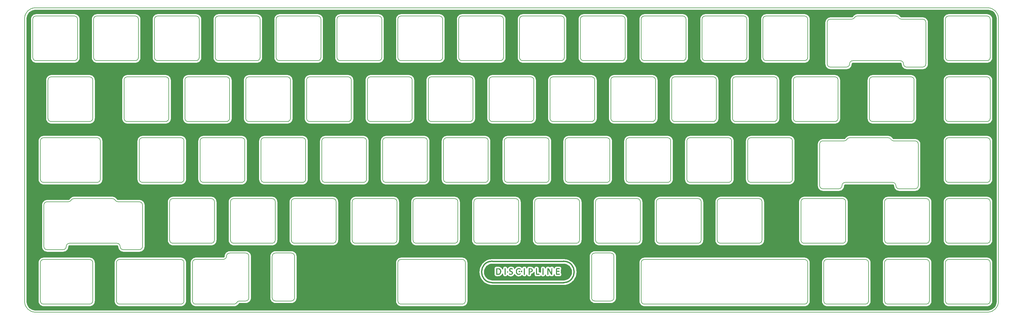
<source format=gbr>
%TF.GenerationSoftware,KiCad,Pcbnew,5.1.7-a382d34a8~88~ubuntu20.04.1*%
%TF.CreationDate,2021-02-20T19:58:06+01:00*%
%TF.ProjectId,discipline-plate,64697363-6970-46c6-996e-652d706c6174,rev?*%
%TF.SameCoordinates,Original*%
%TF.FileFunction,Copper,L1,Top*%
%TF.FilePolarity,Positive*%
%FSLAX46Y46*%
G04 Gerber Fmt 4.6, Leading zero omitted, Abs format (unit mm)*
G04 Created by KiCad (PCBNEW 5.1.7-a382d34a8~88~ubuntu20.04.1) date 2021-02-20 19:58:06*
%MOMM*%
%LPD*%
G01*
G04 APERTURE LIST*
%TA.AperFunction,Profile*%
%ADD10C,0.200000*%
%TD*%
%TA.AperFunction,Profile*%
%ADD11C,0.150000*%
%TD*%
%TA.AperFunction,EtchedComponent*%
%ADD12C,0.010000*%
%TD*%
%TA.AperFunction,EtchedComponent*%
%ADD13C,0.400000*%
%TD*%
%TA.AperFunction,NonConductor*%
%ADD14C,0.254000*%
%TD*%
%TA.AperFunction,NonConductor*%
%ADD15C,0.150000*%
%TD*%
G04 APERTURE END LIST*
D10*
X356079300Y-119848400D02*
G75*
G02*
X355079300Y-120848400I-1000000J0D01*
G01*
X356079300Y-100798400D02*
G75*
G02*
X355079300Y-101798400I-1000000J0D01*
G01*
X171629300Y-177998400D02*
G75*
G02*
X170629300Y-176998400I0J1000000D01*
G01*
X90673550Y-159948400D02*
G75*
G02*
X89673550Y-160948400I-1000000J0D01*
G01*
X160816800Y-138898400D02*
G75*
G02*
X159816800Y-139898400I-1000000J0D01*
G01*
X155054300Y-106848400D02*
G75*
G02*
X156054300Y-107848400I0J-1000000D01*
G01*
X137273050Y-161998400D02*
G75*
G02*
X138273050Y-162998400I0J-1000000D01*
G01*
X284929300Y-88798400D02*
G75*
G02*
X285929300Y-87798400I1000000J0D01*
G01*
X132273050Y-161998400D02*
X137273050Y-161998400D01*
X75379300Y-100798400D02*
X75379300Y-88798400D01*
X307454300Y-120848400D02*
X295454300Y-120848400D01*
X131273050Y-175998400D02*
X131273050Y-162998400D01*
X138273050Y-162998400D02*
X138273050Y-175998400D01*
X100191800Y-158948400D02*
G75*
G02*
X99191800Y-157948400I0J1000000D01*
G01*
X112191800Y-158948400D02*
X100191800Y-158948400D01*
X221729300Y-101798400D02*
X209729300Y-101798400D01*
X131273050Y-162998400D02*
G75*
G02*
X132273050Y-161998400I1000000J0D01*
G01*
X146529300Y-88798400D02*
X146529300Y-100798400D01*
X231254300Y-106848400D02*
G75*
G02*
X232254300Y-107848400I0J-1000000D01*
G01*
X132529300Y-88798400D02*
G75*
G02*
X133529300Y-87798400I1000000J0D01*
G01*
X89379300Y-88798400D02*
X89379300Y-100798400D01*
X128766800Y-125898400D02*
X140766800Y-125898400D01*
X143054300Y-106848400D02*
X155054300Y-106848400D01*
X62091800Y-106848400D02*
X74091800Y-106848400D01*
X140766800Y-125898400D02*
G75*
G02*
X141766800Y-126898400I0J-1000000D01*
G01*
X356079300Y-145948400D02*
X356079300Y-157948400D01*
X127766800Y-126898400D02*
G75*
G02*
X128766800Y-125898400I1000000J0D01*
G01*
X232254300Y-107848400D02*
X232254300Y-119848400D01*
X245541800Y-158948400D02*
X233541800Y-158948400D01*
X333561050Y-127898400D02*
X333561050Y-140898400D01*
X355079300Y-139898400D02*
X343079300Y-139898400D01*
X236016800Y-139898400D02*
X224016800Y-139898400D01*
X356079300Y-88798400D02*
X356079300Y-100798400D01*
X137291800Y-145948400D02*
G75*
G02*
X138291800Y-144948400I1000000J0D01*
G01*
X255066800Y-139898400D02*
X243066800Y-139898400D01*
X343079300Y-101798400D02*
G75*
G02*
X342079300Y-100798400I0J1000000D01*
G01*
X137273050Y-176998400D02*
X132273050Y-176998400D01*
X137291800Y-157948400D02*
X137291800Y-145948400D01*
X256066800Y-126898400D02*
X256066800Y-138898400D01*
X337029300Y-145948400D02*
X337029300Y-157948400D01*
X119241800Y-158948400D02*
G75*
G02*
X118241800Y-157948400I0J1000000D01*
G01*
X56329300Y-88798400D02*
G75*
G02*
X57329300Y-87798400I1000000J0D01*
G01*
X335942300Y-102798400D02*
G75*
G02*
X334942300Y-103798400I-1000000J0D01*
G01*
X342079300Y-138898400D02*
X342079300Y-126898400D01*
X231279300Y-175998400D02*
X231279300Y-162998400D01*
X150291799Y-158948400D02*
X138291800Y-158948400D01*
X197916800Y-139898400D02*
X185916800Y-139898400D01*
X203966800Y-138898400D02*
X203966800Y-126898400D01*
X138291800Y-158948400D02*
G75*
G02*
X137291800Y-157948400I0J1000000D01*
G01*
X58710550Y-176998400D02*
X58710550Y-164998400D01*
X124004300Y-120848400D02*
G75*
G02*
X123004300Y-119848400I0J1000000D01*
G01*
X76379300Y-87798400D02*
X88379300Y-87798400D01*
X104954300Y-120848400D02*
G75*
G02*
X103954300Y-119848400I0J1000000D01*
G01*
X285929300Y-101798400D02*
G75*
G02*
X284929300Y-100798400I0J1000000D01*
G01*
X243066800Y-139898400D02*
G75*
G02*
X242066800Y-138898400I0J1000000D01*
G01*
X343079300Y-158948400D02*
G75*
G02*
X342079300Y-157948400I0J1000000D01*
G01*
X309835550Y-144948400D02*
G75*
G02*
X310835550Y-145948400I0J-1000000D01*
G01*
X117954300Y-107848400D02*
X117954300Y-119848400D01*
X175391800Y-145948400D02*
G75*
G02*
X176391800Y-144948400I1000000J0D01*
G01*
X342079300Y-100798400D02*
X342079300Y-88798400D01*
X114479299Y-87798400D02*
X126479300Y-87798400D01*
X342079300Y-88798400D02*
G75*
G02*
X343079300Y-87798400I1000000J0D01*
G01*
X102666800Y-163998400D02*
G75*
G02*
X103666800Y-164998400I0J-1000000D01*
G01*
X75379300Y-88798400D02*
G75*
G02*
X76379300Y-87798400I1000000J0D01*
G01*
X238304300Y-120848400D02*
G75*
G02*
X237304300Y-119848400I0J1000000D01*
G01*
X126479300Y-87798400D02*
G75*
G02*
X127479300Y-88798400I0J-1000000D01*
G01*
X243066800Y-125898400D02*
X255066800Y-125898400D01*
X133529300Y-87798400D02*
X145529300Y-87798400D01*
X175391800Y-157948400D02*
X175391800Y-145948400D01*
X132241800Y-145948400D02*
X132241800Y-157948400D01*
X311066300Y-103798400D02*
X306066300Y-103798400D01*
X145529300Y-87798400D02*
G75*
G02*
X146529300Y-88798400I0J-1000000D01*
G01*
X145529300Y-101798400D02*
X133529300Y-101798400D01*
X127479300Y-100798400D02*
G75*
G02*
X126479300Y-101798400I-1000000J0D01*
G01*
X326504300Y-87798400D02*
G75*
G02*
X327370325Y-88298400I0J-1000000D01*
G01*
X327942300Y-101798400D02*
G75*
G02*
X328942300Y-102798400I0J-1000000D01*
G01*
X305066300Y-89798400D02*
G75*
G02*
X306066300Y-88798400I1000000J0D01*
G01*
X355079300Y-144948400D02*
G75*
G02*
X356079300Y-145948400I0J-1000000D01*
G01*
X223016800Y-138898400D02*
X223016800Y-126898400D01*
X237279300Y-176998400D02*
X232279300Y-176998400D01*
X216966800Y-139898400D02*
X204966800Y-139898400D01*
X185916800Y-125898400D02*
X197916800Y-125898400D01*
X127479299Y-88798400D02*
X127479300Y-100798400D01*
X126479300Y-101798400D02*
X114479299Y-101798400D01*
X119241800Y-144948400D02*
X131241800Y-144948400D01*
X296835550Y-157948400D02*
X296835550Y-145948400D01*
X296835550Y-145948400D02*
G75*
G02*
X297835550Y-144948400I1000000J0D01*
G01*
X342079300Y-126898400D02*
G75*
G02*
X343079300Y-125898400I1000000J0D01*
G01*
X70329299Y-88798400D02*
X70329300Y-100798400D01*
X281166800Y-139898400D02*
G75*
G02*
X280166800Y-138898400I0J1000000D01*
G01*
X103954300Y-107848400D02*
G75*
G02*
X104954300Y-106848400I1000000J0D01*
G01*
X219254300Y-106848400D02*
X231254300Y-106848400D01*
X208441800Y-157948400D02*
G75*
G02*
X207441800Y-158948400I-1000000J0D01*
G01*
X76473050Y-139898400D02*
X59710550Y-139898400D01*
X331266800Y-120848400D02*
X319266799Y-120848400D01*
X123004300Y-107848400D02*
G75*
G02*
X124004300Y-106848400I1000000J0D01*
G01*
X147816800Y-139898400D02*
G75*
G02*
X146816800Y-138898400I0J1000000D01*
G01*
X257354300Y-120848400D02*
G75*
G02*
X256354300Y-119848400I0J1000000D01*
G01*
X122716800Y-138898400D02*
G75*
G02*
X121716800Y-139898400I-1000000J0D01*
G01*
X142054300Y-107848400D02*
G75*
G02*
X143054300Y-106848400I1000000J0D01*
G01*
X159816800Y-125898400D02*
G75*
G02*
X160816800Y-126898400I0J-1000000D01*
G01*
X251304300Y-119848400D02*
G75*
G02*
X250304300Y-120848400I-1000000J0D01*
G01*
X274116800Y-139898400D02*
X262116800Y-139898400D01*
X100191800Y-144948400D02*
X112191800Y-144948400D01*
X85904300Y-120848400D02*
G75*
G02*
X84904300Y-119848400I0J1000000D01*
G01*
X308454300Y-119848400D02*
G75*
G02*
X307454300Y-120848400I-1000000J0D01*
G01*
X214491800Y-144948400D02*
X226491800Y-144948400D01*
X262116800Y-125898400D02*
X274116800Y-125898400D01*
X75091800Y-119848400D02*
G75*
G02*
X74091800Y-120848400I-1000000J0D01*
G01*
X193154300Y-106848400D02*
G75*
G02*
X194154300Y-107848400I0J-1000000D01*
G01*
X108716800Y-138898400D02*
X108716800Y-126898400D01*
X256354300Y-119848400D02*
X256354300Y-107848400D01*
X227779300Y-88798400D02*
G75*
G02*
X228779300Y-87798400I1000000J0D01*
G01*
X250304300Y-106848400D02*
G75*
G02*
X251304300Y-107848400I0J-1000000D01*
G01*
X61091800Y-107848400D02*
G75*
G02*
X62091800Y-106848400I1000000J0D01*
G01*
X109716800Y-139898400D02*
G75*
G02*
X108716800Y-138898400I0J1000000D01*
G01*
X120201575Y-177498400D02*
G75*
G02*
X121067600Y-176998400I866025J-500000D01*
G01*
X89379300Y-100798400D02*
G75*
G02*
X88379300Y-101798400I-1000000J0D01*
G01*
X151579300Y-100798400D02*
X151579300Y-88798400D01*
X88379300Y-101798400D02*
X76379300Y-101798400D01*
X190679300Y-101798400D02*
G75*
G02*
X189679300Y-100798400I0J1000000D01*
G01*
X281166800Y-125898400D02*
X293166800Y-125898400D01*
X116979300Y-162998400D02*
G75*
G02*
X117979300Y-161998400I1000000J0D01*
G01*
X119335550Y-177998400D02*
X107335550Y-177998400D01*
X323029300Y-176998400D02*
X323029300Y-164998400D01*
X260829300Y-88798400D02*
X260829300Y-100798400D01*
X170629300Y-176998400D02*
X170629300Y-164998400D01*
X208441800Y-145948400D02*
X208441800Y-157948400D01*
X121716800Y-139898400D02*
X109716800Y-139898400D01*
X209729300Y-101798400D02*
G75*
G02*
X208729300Y-100798400I0J1000000D01*
G01*
X279879300Y-88798400D02*
X279879300Y-100798400D01*
X183629299Y-87798400D02*
G75*
G02*
X184629299Y-88798400I0J-1000000D01*
G01*
X269354300Y-106848400D02*
G75*
G02*
X270354300Y-107848400I0J-1000000D01*
G01*
X316979300Y-177998400D02*
X304979300Y-177998400D01*
X237304300Y-119848400D02*
X237304300Y-107848400D01*
X95429300Y-101798400D02*
G75*
G02*
X94429300Y-100798400I0J1000000D01*
G01*
X297929300Y-87798400D02*
G75*
G02*
X298929300Y-88798400I0J-1000000D01*
G01*
X141766800Y-126898400D02*
X141766800Y-138898400D01*
X319266799Y-106848400D02*
X331266800Y-106848400D01*
X232254300Y-119848400D02*
G75*
G02*
X231254300Y-120848400I-1000000J0D01*
G01*
X227491800Y-157948400D02*
G75*
G02*
X226491800Y-158948400I-1000000J0D01*
G01*
X232541800Y-157948400D02*
X232541800Y-145948400D01*
X169341800Y-144948400D02*
G75*
G02*
X170341800Y-145948400I0J-1000000D01*
G01*
X270641800Y-145948400D02*
G75*
G02*
X271641800Y-144948400I1000000J0D01*
G01*
X191773050Y-176998400D02*
G75*
G02*
X190773050Y-177998400I-1000000J0D01*
G01*
X76379300Y-101798400D02*
G75*
G02*
X75379300Y-100798400I0J1000000D01*
G01*
X318266799Y-119848400D02*
X318266799Y-107848400D01*
X270641800Y-157948400D02*
X270641800Y-145948400D01*
X189391800Y-157948400D02*
G75*
G02*
X188391800Y-158948400I-1000000J0D01*
G01*
X227491800Y-145948400D02*
X227491800Y-157948400D01*
X132273050Y-176998400D02*
G75*
G02*
X131273050Y-175998400I0J1000000D01*
G01*
X62091800Y-120848400D02*
G75*
G02*
X61091800Y-119848400I0J1000000D01*
G01*
X342079300Y-107848400D02*
G75*
G02*
X343079300Y-106848400I1000000J0D01*
G01*
X137004300Y-119848400D02*
G75*
G02*
X136004300Y-120848400I-1000000J0D01*
G01*
X342079300Y-164998400D02*
G75*
G02*
X343079300Y-163998400I1000000J0D01*
G01*
X336029300Y-163998400D02*
G75*
G02*
X337029300Y-164998400I0J-1000000D01*
G01*
X99191800Y-157948400D02*
X99191800Y-145948400D01*
X156341800Y-157948400D02*
X156341800Y-145948400D01*
X240779300Y-101798400D02*
X228779300Y-101798400D01*
X188391800Y-144948400D02*
G75*
G02*
X189391800Y-145948400I0J-1000000D01*
G01*
X203679300Y-100798400D02*
G75*
G02*
X202679300Y-101798400I-1000000J0D01*
G01*
X251591800Y-157948400D02*
X251591800Y-145948400D01*
X103666800Y-176998400D02*
G75*
G02*
X102666800Y-177998400I-1000000J0D01*
G01*
X264591800Y-158948400D02*
X252591800Y-158948400D01*
X356079300Y-176998400D02*
G75*
G02*
X355079300Y-177998400I-1000000J0D01*
G01*
X309685050Y-140898400D02*
G75*
G02*
X308685050Y-141898400I-1000000J0D01*
G01*
X275116800Y-126898400D02*
X275116800Y-138898400D01*
X232541800Y-145948400D02*
G75*
G02*
X233541800Y-144948400I1000000J0D01*
G01*
X307454300Y-106848400D02*
G75*
G02*
X308454300Y-107848400I0J-1000000D01*
G01*
X58710550Y-126898400D02*
G75*
G02*
X59710550Y-125898400I1000000J0D01*
G01*
X157341800Y-144948400D02*
X169341800Y-144948400D01*
X336029300Y-177998400D02*
X324029300Y-177998400D01*
X332266800Y-119848400D02*
G75*
G02*
X331266800Y-120848400I-1000000J0D01*
G01*
X342079300Y-119848400D02*
X342079300Y-107848400D01*
X250304300Y-120848400D02*
X238304300Y-120848400D01*
X257354300Y-106848400D02*
X269354300Y-106848400D01*
X136004300Y-120848400D02*
X124004300Y-120848400D01*
X275116800Y-138898400D02*
G75*
G02*
X274116800Y-139898400I-1000000J0D01*
G01*
X170629300Y-164998400D02*
G75*
G02*
X171629300Y-163998400I1000000J0D01*
G01*
X156054300Y-107848400D02*
X156054300Y-119848400D01*
X138273050Y-175998400D02*
G75*
G02*
X137273050Y-176998400I-1000000J0D01*
G01*
X212204300Y-120848400D02*
X200204300Y-120848400D01*
X122979300Y-176998400D02*
X121067600Y-176998400D01*
X165866800Y-138898400D02*
X165866800Y-126898400D01*
X311257025Y-126398400D02*
G75*
G02*
X312123050Y-125898400I866025J-500000D01*
G01*
X280166800Y-138898400D02*
X280166800Y-126898400D01*
X95429300Y-87798400D02*
X107429300Y-87798400D01*
X222729300Y-88798400D02*
X222729300Y-100798400D01*
X271641800Y-158948400D02*
G75*
G02*
X270641800Y-157948400I0J1000000D01*
G01*
X302685050Y-140898400D02*
X302685050Y-127898400D01*
X107429300Y-87798400D02*
G75*
G02*
X108429300Y-88798400I0J-1000000D01*
G01*
X293166800Y-125898400D02*
G75*
G02*
X294166800Y-126898400I0J-1000000D01*
G01*
X179866800Y-138898400D02*
G75*
G02*
X178866800Y-139898400I-1000000J0D01*
G01*
X246541800Y-145948400D02*
X246541800Y-157948400D01*
X303979300Y-164998400D02*
G75*
G02*
X304979300Y-163998400I1000000J0D01*
G01*
X165579300Y-88798400D02*
X165579300Y-100798400D01*
X61091800Y-119848400D02*
X61091800Y-107848400D01*
X256354300Y-107848400D02*
G75*
G02*
X257354300Y-106848400I1000000J0D01*
G01*
X213491800Y-157948400D02*
X213491800Y-145948400D01*
X120201575Y-177498400D02*
G75*
G02*
X119335550Y-177998400I-866025J500000D01*
G01*
X194441800Y-145948400D02*
G75*
G02*
X195441800Y-144948400I1000000J0D01*
G01*
X146816800Y-126898400D02*
G75*
G02*
X147816800Y-125898400I1000000J0D01*
G01*
X233541800Y-158948400D02*
G75*
G02*
X232541800Y-157948400I0J1000000D01*
G01*
X176391800Y-144948400D02*
X188391800Y-144948400D01*
X60797550Y-145948400D02*
X67503499Y-145948400D01*
X209729300Y-87798400D02*
X221729300Y-87798400D01*
X127766800Y-138898400D02*
X127766800Y-126898400D01*
X194154300Y-119848400D02*
G75*
G02*
X193154300Y-120848400I-1000000J0D01*
G01*
X356079300Y-164998400D02*
X356079300Y-176998400D01*
X178866800Y-139898400D02*
X166866800Y-139898400D01*
X102666800Y-139898400D02*
X90666800Y-139898400D01*
X356079300Y-107848400D02*
X356079300Y-119848400D01*
X94429300Y-88798400D02*
G75*
G02*
X95429300Y-87798400I1000000J0D01*
G01*
X113191800Y-145948400D02*
X113191800Y-157948400D01*
X355079300Y-106848400D02*
G75*
G02*
X356079300Y-107848400I0J-1000000D01*
G01*
X107335550Y-163998400D02*
X115979300Y-163998400D01*
X82967600Y-145948400D02*
G75*
G02*
X82101575Y-145448400I0J1000000D01*
G01*
X156341800Y-145948400D02*
G75*
G02*
X157341800Y-144948400I1000000J0D01*
G01*
X98904300Y-119848400D02*
G75*
G02*
X97904300Y-120848400I-1000000J0D01*
G01*
X228779300Y-101798400D02*
G75*
G02*
X227779300Y-100798400I0J1000000D01*
G01*
X246541800Y-157948400D02*
G75*
G02*
X245541800Y-158948400I-1000000J0D01*
G01*
X324123050Y-125898400D02*
G75*
G02*
X324989075Y-126398400I0J-1000000D01*
G01*
X325561050Y-139898400D02*
X310685050Y-139898400D01*
X170341800Y-145948400D02*
X170341800Y-157948400D01*
X106335550Y-176998400D02*
X106335550Y-164998400D01*
X259829300Y-87798400D02*
G75*
G02*
X260829300Y-88798400I0J-1000000D01*
G01*
X304979300Y-177998400D02*
G75*
G02*
X303979300Y-176998400I0J1000000D01*
G01*
X102666800Y-125898400D02*
G75*
G02*
X103666800Y-126898400I0J-1000000D01*
G01*
X103666800Y-138898400D02*
G75*
G02*
X102666800Y-139898400I-1000000J0D01*
G01*
X343079300Y-177998400D02*
G75*
G02*
X342079300Y-176998400I0J1000000D01*
G01*
X74091800Y-120848400D02*
X62091800Y-120848400D01*
X140766800Y-139898400D02*
X128766800Y-139898400D01*
X343079300Y-163998400D02*
X355079300Y-163998400D01*
X109716800Y-125898400D02*
X121716800Y-125898400D01*
X77473050Y-126898400D02*
X77473050Y-138898400D01*
X165866800Y-126898400D02*
G75*
G02*
X166866800Y-125898400I1000000J0D01*
G01*
X162104300Y-106848400D02*
X174104300Y-106848400D01*
X85904300Y-106848400D02*
X97904300Y-106848400D01*
X246829300Y-164998400D02*
G75*
G02*
X247829300Y-163998400I1000000J0D01*
G01*
X89666800Y-126898400D02*
G75*
G02*
X90666800Y-125898400I1000000J0D01*
G01*
X116979300Y-162998400D02*
G75*
G02*
X115979300Y-163998400I-1000000J0D01*
G01*
X199204300Y-107848400D02*
G75*
G02*
X200204300Y-106848400I1000000J0D01*
G01*
X325855100Y-126898400D02*
G75*
G02*
X324989075Y-126398400I0J1000000D01*
G01*
X112191800Y-144948400D02*
G75*
G02*
X113191800Y-145948400I0J-1000000D01*
G01*
X84904300Y-107848400D02*
G75*
G02*
X85904300Y-106848400I1000000J0D01*
G01*
X332561050Y-141898400D02*
X327561050Y-141898400D01*
X285929300Y-87798400D02*
X297929300Y-87798400D01*
X226491800Y-158948400D02*
X214491800Y-158948400D01*
X174104300Y-120848400D02*
X162104300Y-120848400D01*
X113191800Y-157948400D02*
G75*
G02*
X112191800Y-158948400I-1000000J0D01*
G01*
X325855100Y-126898400D02*
X332561050Y-126898400D01*
X337029300Y-164998400D02*
X337029300Y-176998400D01*
X189679300Y-88798400D02*
G75*
G02*
X190679300Y-87798400I1000000J0D01*
G01*
X189391800Y-145948400D02*
X189391800Y-157948400D01*
X59797550Y-159948400D02*
X59797550Y-146948400D01*
X106335550Y-164998400D02*
G75*
G02*
X107335550Y-163998400I1000000J0D01*
G01*
X245541800Y-144948400D02*
G75*
G02*
X246541800Y-145948400I0J-1000000D01*
G01*
X59710550Y-125898400D02*
X76473050Y-125898400D01*
X84673550Y-160948400D02*
G75*
G02*
X83673550Y-159948400I0J1000000D01*
G01*
X298929300Y-88798400D02*
X298929300Y-100798400D01*
X293166800Y-139898400D02*
X281166800Y-139898400D01*
X157341800Y-158948400D02*
G75*
G02*
X156341800Y-157948400I0J1000000D01*
G01*
X190773050Y-163998400D02*
G75*
G02*
X191773050Y-164998400I0J-1000000D01*
G01*
X89673550Y-145948400D02*
G75*
G02*
X90673550Y-146948400I0J-1000000D01*
G01*
X303685050Y-126898400D02*
X310390999Y-126898400D01*
X174104300Y-106848400D02*
G75*
G02*
X175104300Y-107848400I0J-1000000D01*
G01*
X108716800Y-126898400D02*
G75*
G02*
X109716800Y-125898400I1000000J0D01*
G01*
X179866800Y-126898400D02*
X179866800Y-138898400D01*
X312123050Y-125898400D02*
X324123049Y-125898400D01*
X77473050Y-138898400D02*
G75*
G02*
X76473050Y-139898400I-1000000J0D01*
G01*
X200204300Y-120848400D02*
G75*
G02*
X199204300Y-119848400I0J1000000D01*
G01*
X213491800Y-145948400D02*
G75*
G02*
X214491800Y-144948400I1000000J0D01*
G01*
X308685050Y-141898400D02*
X303685050Y-141898400D01*
X219254300Y-120848400D02*
G75*
G02*
X218254300Y-119848400I0J1000000D01*
G01*
X278879300Y-87798400D02*
G75*
G02*
X279879300Y-88798400I0J-1000000D01*
G01*
X74091800Y-106848400D02*
G75*
G02*
X75091800Y-107848400I0J-1000000D01*
G01*
X190679300Y-87798400D02*
X202679300Y-87798400D01*
X89666800Y-138898400D02*
X89666800Y-126898400D01*
X297929300Y-177998400D02*
X247829300Y-177998400D01*
X317979300Y-164998400D02*
X317979300Y-176998400D01*
X238304300Y-106848400D02*
X250304300Y-106848400D01*
X84904300Y-119848400D02*
X84904300Y-107848400D01*
X195441800Y-158948400D02*
G75*
G02*
X194441800Y-157948400I0J1000000D01*
G01*
X262116800Y-139898400D02*
G75*
G02*
X261116800Y-138898400I0J1000000D01*
G01*
X233541800Y-144948400D02*
X245541800Y-144948400D01*
X270354300Y-119848400D02*
G75*
G02*
X269354300Y-120848400I-1000000J0D01*
G01*
X98904300Y-107848400D02*
X98904300Y-119848400D01*
X280166800Y-126898400D02*
G75*
G02*
X281166800Y-125898400I1000000J0D01*
G01*
X311257024Y-126398400D02*
G75*
G02*
X310390999Y-126898400I-866025J500000D01*
G01*
X123004300Y-119848400D02*
X123004300Y-107848400D01*
X189679300Y-100798400D02*
X189679300Y-88798400D01*
X294454300Y-107848400D02*
G75*
G02*
X295454300Y-106848400I1000000J0D01*
G01*
X261116800Y-138898400D02*
X261116800Y-126898400D01*
X226491800Y-144948400D02*
G75*
G02*
X227491800Y-145948400I0J-1000000D01*
G01*
X241779300Y-88798400D02*
X241779300Y-100798400D01*
X317979300Y-176998400D02*
G75*
G02*
X316979300Y-177998400I-1000000J0D01*
G01*
X259829300Y-101798400D02*
X247829300Y-101798400D01*
X89673550Y-160948400D02*
X84673550Y-160948400D01*
X265591800Y-157948400D02*
G75*
G02*
X264591800Y-158948400I-1000000J0D01*
G01*
X107429300Y-101798400D02*
X95429300Y-101798400D01*
X122979300Y-161998400D02*
G75*
G02*
X123979300Y-162998400I0J-1000000D01*
G01*
X207441800Y-144948400D02*
G75*
G02*
X208441800Y-145948400I0J-1000000D01*
G01*
X283641800Y-158948400D02*
X271641800Y-158948400D01*
X252591800Y-158948400D02*
G75*
G02*
X251591800Y-157948400I0J1000000D01*
G01*
X294166800Y-126898400D02*
X294166800Y-138898400D01*
X331266800Y-106848400D02*
G75*
G02*
X332266800Y-107848400I0J-1000000D01*
G01*
X208729300Y-88798400D02*
G75*
G02*
X209729300Y-87798400I1000000J0D01*
G01*
X247829300Y-101798400D02*
G75*
G02*
X246829300Y-100798400I0J1000000D01*
G01*
X103666800Y-126898400D02*
X103666800Y-138898400D01*
X169341800Y-158948400D02*
X157341800Y-158948400D01*
X269354300Y-120848400D02*
X257354300Y-120848400D01*
X123979300Y-162998400D02*
X123979300Y-175998400D01*
X284641800Y-157948400D02*
G75*
G02*
X283641800Y-158948400I-1000000J0D01*
G01*
X161104300Y-107848400D02*
G75*
G02*
X162104300Y-106848400I1000000J0D01*
G01*
X108429300Y-88798400D02*
X108429300Y-100798400D01*
X136004300Y-106848400D02*
G75*
G02*
X137004300Y-107848400I0J-1000000D01*
G01*
X208729300Y-100798400D02*
X208729300Y-88798400D01*
X332266800Y-107848400D02*
X332266800Y-119848400D01*
X117979300Y-161998400D02*
X122979300Y-161998400D01*
X178866800Y-125898400D02*
G75*
G02*
X179866800Y-126898400I0J-1000000D01*
G01*
X343079300Y-106848400D02*
X355079300Y-106848400D01*
X294454300Y-119848400D02*
X294454300Y-107848400D01*
X97904300Y-106848400D02*
G75*
G02*
X98904300Y-107848400I0J-1000000D01*
G01*
X298929300Y-176998400D02*
G75*
G02*
X297929300Y-177998400I-1000000J0D01*
G01*
X66797550Y-159948400D02*
G75*
G02*
X67797550Y-158948400I1000000J0D01*
G01*
X199204300Y-119848400D02*
X199204300Y-107848400D01*
X270354300Y-107848400D02*
X270354300Y-119848400D01*
X246829300Y-176998400D02*
X246829300Y-164998400D01*
X170341800Y-157948400D02*
G75*
G02*
X169341800Y-158948400I-1000000J0D01*
G01*
X75091800Y-107848400D02*
X75091800Y-119848400D01*
X246829300Y-88798400D02*
G75*
G02*
X247829300Y-87798400I1000000J0D01*
G01*
X166866800Y-125898400D02*
X178866800Y-125898400D01*
X203679300Y-88798400D02*
X203679300Y-100798400D01*
X146816800Y-138898400D02*
X146816800Y-126898400D01*
X124004300Y-106848400D02*
X136004300Y-106848400D01*
X181154300Y-120848400D02*
G75*
G02*
X180154300Y-119848400I0J1000000D01*
G01*
X227779300Y-100798400D02*
X227779300Y-88798400D01*
X76473050Y-125898400D02*
G75*
G02*
X77473050Y-126898400I0J-1000000D01*
G01*
X107335550Y-177998400D02*
G75*
G02*
X106335550Y-176998400I0J1000000D01*
G01*
X303685050Y-141898400D02*
G75*
G02*
X302685050Y-140898400I0J1000000D01*
G01*
X327561050Y-141898400D02*
G75*
G02*
X326561050Y-140898400I0J1000000D01*
G01*
X68369525Y-145448400D02*
G75*
G02*
X69235550Y-144948400I866025J-500000D01*
G01*
X69235550Y-144948400D02*
X81235550Y-144948400D01*
X152579300Y-87798400D02*
X164579300Y-87798400D01*
X212204300Y-106848400D02*
G75*
G02*
X213204300Y-107848400I0J-1000000D01*
G01*
X90666800Y-125898400D02*
X102666800Y-125898400D01*
X99191800Y-145948400D02*
G75*
G02*
X100191800Y-144948400I1000000J0D01*
G01*
X247829300Y-177998400D02*
G75*
G02*
X246829300Y-176998400I0J1000000D01*
G01*
X161104300Y-119848400D02*
X161104300Y-107848400D01*
X82967600Y-145948399D02*
X89673550Y-145948400D01*
X121716800Y-125898400D02*
G75*
G02*
X122716800Y-126898400I0J-1000000D01*
G01*
X241779300Y-100798400D02*
G75*
G02*
X240779300Y-101798400I-1000000J0D01*
G01*
X240779300Y-87798400D02*
G75*
G02*
X241779300Y-88798400I0J-1000000D01*
G01*
X151579300Y-88798400D02*
G75*
G02*
X152579300Y-87798400I1000000J0D01*
G01*
X176391800Y-158948400D02*
G75*
G02*
X175391800Y-157948400I0J1000000D01*
G01*
X108429300Y-100798400D02*
G75*
G02*
X107429300Y-101798400I-1000000J0D01*
G01*
X190773050Y-177998400D02*
X171629300Y-177998400D01*
X213204300Y-119848400D02*
G75*
G02*
X212204300Y-120848400I-1000000J0D01*
G01*
X261116800Y-126898400D02*
G75*
G02*
X262116800Y-125898400I1000000J0D01*
G01*
X295454300Y-120848400D02*
G75*
G02*
X294454300Y-119848400I0J1000000D01*
G01*
X343079300Y-120848400D02*
G75*
G02*
X342079300Y-119848400I0J1000000D01*
G01*
X325561050Y-139898400D02*
G75*
G02*
X326561050Y-140898400I0J-1000000D01*
G01*
X166866800Y-139898400D02*
G75*
G02*
X165866800Y-138898400I0J1000000D01*
G01*
X218254300Y-119848400D02*
X218254300Y-107848400D01*
X68369524Y-145448400D02*
G75*
G02*
X67503499Y-145948400I-866025J500000D01*
G01*
X284641800Y-145948400D02*
X284641800Y-157948400D01*
X164579300Y-101798400D02*
X152579300Y-101798400D01*
X304979300Y-163998400D02*
X316979300Y-163998400D01*
X355079300Y-177998400D02*
X343079300Y-177998400D01*
X252591800Y-144948400D02*
X264591800Y-144948400D01*
X159816800Y-139898400D02*
X147816800Y-139898400D01*
X122716800Y-126898400D02*
X122716800Y-138898400D01*
X332561050Y-126898400D02*
G75*
G02*
X333561050Y-127898400I0J-1000000D01*
G01*
X180154300Y-119848400D02*
X180154300Y-107848400D01*
X195441800Y-144948400D02*
X207441800Y-144948400D01*
X333561050Y-140898400D02*
G75*
G02*
X332561050Y-141898400I-1000000J0D01*
G01*
X294166800Y-138898400D02*
G75*
G02*
X293166800Y-139898400I-1000000J0D01*
G01*
X160816800Y-126898400D02*
X160816800Y-138898400D01*
X247829300Y-87798400D02*
X259829300Y-87798400D01*
X298929300Y-164998400D02*
X298929300Y-176998400D01*
X324029300Y-163998400D02*
X336029300Y-163998400D01*
X207441800Y-158948400D02*
X195441800Y-158948400D01*
X155054300Y-120848400D02*
X143054300Y-120848400D01*
X165579300Y-100798400D02*
G75*
G02*
X164579300Y-101798400I-1000000J0D01*
G01*
X191773050Y-164998400D02*
X191773050Y-176998400D01*
X319266799Y-120848400D02*
G75*
G02*
X318266799Y-119848400I0J1000000D01*
G01*
X295454300Y-106848400D02*
X307454300Y-106848400D01*
X171629300Y-163998400D02*
X190773050Y-163998400D01*
X188391800Y-158948400D02*
X176391800Y-158948400D01*
X175104300Y-107848400D02*
X175104300Y-119848400D01*
X308454300Y-107848400D02*
X308454300Y-119848400D01*
X152579300Y-101798400D02*
G75*
G02*
X151579300Y-100798400I0J1000000D01*
G01*
X355079300Y-163998400D02*
G75*
G02*
X356079300Y-164998400I0J-1000000D01*
G01*
X202679300Y-87798400D02*
G75*
G02*
X203679300Y-88798400I0J-1000000D01*
G01*
X81235550Y-144948400D02*
G75*
G02*
X82101575Y-145448400I0J-1000000D01*
G01*
X297929300Y-163998400D02*
G75*
G02*
X298929300Y-164998400I0J-1000000D01*
G01*
X58710550Y-138898400D02*
X58710550Y-126898400D01*
X309685050Y-140898400D02*
G75*
G02*
X310685050Y-139898400I1000000J0D01*
G01*
X59710550Y-139898400D02*
G75*
G02*
X58710550Y-138898400I0J1000000D01*
G01*
X83523050Y-177998400D02*
G75*
G02*
X82523050Y-176998400I0J1000000D01*
G01*
X132529300Y-100798400D02*
X132529300Y-88798400D01*
X180154300Y-107848400D02*
G75*
G02*
X181154300Y-106848400I1000000J0D01*
G01*
X275404300Y-119848400D02*
X275404300Y-107848400D01*
X133529300Y-101798400D02*
G75*
G02*
X132529300Y-100798400I0J1000000D01*
G01*
X69329300Y-101798400D02*
X57329300Y-101798400D01*
X276404300Y-120848400D02*
G75*
G02*
X275404300Y-119848400I0J1000000D01*
G01*
X342079300Y-157948400D02*
X342079300Y-145948400D01*
X138291800Y-144948400D02*
X150291799Y-144948400D01*
X231279300Y-162998400D02*
G75*
G02*
X232279300Y-161998400I1000000J0D01*
G01*
X310835550Y-145948400D02*
X310835550Y-157948400D01*
X198916800Y-138898400D02*
G75*
G02*
X197916800Y-139898400I-1000000J0D01*
G01*
X113479299Y-88798400D02*
G75*
G02*
X114479299Y-87798400I1000000J0D01*
G01*
X237304300Y-107848400D02*
G75*
G02*
X238304300Y-106848400I1000000J0D01*
G01*
X69329300Y-87798401D02*
G75*
G02*
X70329299Y-88798400I0J-999999D01*
G01*
X312066300Y-102798400D02*
G75*
G02*
X313066300Y-101798400I1000000J0D01*
G01*
X194154300Y-107848400D02*
X194154300Y-119848400D01*
X355079300Y-125898400D02*
G75*
G02*
X356079300Y-126898400I0J-1000000D01*
G01*
X310835550Y-157948400D02*
G75*
G02*
X309835550Y-158948400I-1000000J0D01*
G01*
X306066300Y-88798400D02*
X312772249Y-88798400D01*
X305066300Y-102798400D02*
X305066300Y-89798400D01*
X313638275Y-88298400D02*
G75*
G02*
X314504300Y-87798400I866025J-500000D01*
G01*
X197916800Y-125898400D02*
G75*
G02*
X198916800Y-126898400I0J-1000000D01*
G01*
X143054300Y-120848400D02*
G75*
G02*
X142054300Y-119848400I0J1000000D01*
G01*
X323029300Y-157948400D02*
X323029300Y-145948400D01*
X336029300Y-158948400D02*
X324029300Y-158948400D01*
X150291799Y-144948400D02*
G75*
G02*
X151291799Y-145948400I0J-1000000D01*
G01*
X343079300Y-125898400D02*
X355079300Y-125898400D01*
X271641800Y-144948400D02*
X283641800Y-144948400D01*
X298929300Y-100798400D02*
G75*
G02*
X297929300Y-101798400I-1000000J0D01*
G01*
X116954300Y-106848400D02*
G75*
G02*
X117954300Y-107848400I0J-1000000D01*
G01*
X231254300Y-120848400D02*
X219254300Y-120848400D01*
X224016800Y-139898400D02*
G75*
G02*
X223016800Y-138898400I0J1000000D01*
G01*
X217966800Y-126898400D02*
X217966800Y-138898400D01*
X116954300Y-120848400D02*
X104954300Y-120848400D01*
X288404300Y-120848400D02*
X276404300Y-120848400D01*
X266879300Y-101798400D02*
G75*
G02*
X265879300Y-100798400I0J1000000D01*
G01*
X343079300Y-139898400D02*
G75*
G02*
X342079300Y-138898400I0J1000000D01*
G01*
X265879300Y-88798400D02*
G75*
G02*
X266879300Y-87798400I1000000J0D01*
G01*
X265879300Y-100798400D02*
X265879300Y-88798400D01*
X356079300Y-138898400D02*
G75*
G02*
X355079300Y-139898400I-1000000J0D01*
G01*
X237279300Y-161998400D02*
G75*
G02*
X238279300Y-162998400I0J-1000000D01*
G01*
X297929300Y-101798400D02*
X285929300Y-101798400D01*
X264591800Y-144948400D02*
G75*
G02*
X265591800Y-145948400I0J-1000000D01*
G01*
X314504300Y-87798400D02*
X326504299Y-87798400D01*
X223016800Y-126898400D02*
G75*
G02*
X224016800Y-125898400I1000000J0D01*
G01*
X328236350Y-88798400D02*
X334942300Y-88798400D01*
X324029300Y-158948400D02*
G75*
G02*
X323029300Y-157948400I0J1000000D01*
G01*
X313638274Y-88298400D02*
G75*
G02*
X312772249Y-88798400I-866025J500000D01*
G01*
X312066300Y-102798400D02*
G75*
G02*
X311066300Y-103798400I-1000000J0D01*
G01*
X184629299Y-100798400D02*
G75*
G02*
X183629299Y-101798400I-1000000J0D01*
G01*
X156054300Y-119848400D02*
G75*
G02*
X155054300Y-120848400I-1000000J0D01*
G01*
X104954300Y-106848400D02*
X116954300Y-106848400D01*
X316979300Y-163998400D02*
G75*
G02*
X317979300Y-164998400I0J-1000000D01*
G01*
X118241800Y-145948400D02*
G75*
G02*
X119241800Y-144948400I1000000J0D01*
G01*
X323029300Y-145948400D02*
G75*
G02*
X324029300Y-144948400I1000000J0D01*
G01*
X65797550Y-160948400D02*
X60797550Y-160948400D01*
X337029300Y-157948400D02*
G75*
G02*
X336029300Y-158948400I-1000000J0D01*
G01*
X329942300Y-103798400D02*
G75*
G02*
X328942300Y-102798400I0J1000000D01*
G01*
X297835550Y-158948400D02*
G75*
G02*
X296835550Y-157948400I0J1000000D01*
G01*
X260829300Y-100798400D02*
G75*
G02*
X259829300Y-101798400I-1000000J0D01*
G01*
X131241800Y-144948400D02*
G75*
G02*
X132241800Y-145948400I0J-1000000D01*
G01*
X82673550Y-158948400D02*
G75*
G02*
X83673550Y-159948400I0J-1000000D01*
G01*
X57329300Y-101798400D02*
G75*
G02*
X56329300Y-100798400I0J1000000D01*
G01*
X181154300Y-106848400D02*
X193154300Y-106848400D01*
X274116800Y-125898400D02*
G75*
G02*
X275116800Y-126898400I0J-1000000D01*
G01*
X56329300Y-100798400D02*
X56329300Y-88798400D01*
X171629300Y-87798400D02*
X183629299Y-87798400D01*
X118241800Y-157948400D02*
X118241800Y-145948400D01*
X184629299Y-88798400D02*
X184629299Y-100798400D01*
X204966800Y-139898400D02*
G75*
G02*
X203966800Y-138898400I0J1000000D01*
G01*
X75091800Y-176998400D02*
G75*
G02*
X74091800Y-177998400I-1000000J0D01*
G01*
X82523050Y-176998400D02*
X82523050Y-164998400D01*
X204966800Y-125898400D02*
X216966800Y-125898400D01*
X171629300Y-101798400D02*
G75*
G02*
X170629300Y-100798400I0J1000000D01*
G01*
X70329300Y-100798400D02*
G75*
G02*
X69329300Y-101798400I-1000000J0D01*
G01*
X216966800Y-125898400D02*
G75*
G02*
X217966800Y-126898400I0J-1000000D01*
G01*
X113479300Y-100798400D02*
X113479299Y-88798400D01*
X255066800Y-125898400D02*
G75*
G02*
X256066800Y-126898400I0J-1000000D01*
G01*
X284929300Y-100798400D02*
X284929300Y-88798400D01*
X324029300Y-177998400D02*
G75*
G02*
X323029300Y-176998400I0J1000000D01*
G01*
X57329300Y-87798400D02*
X69329300Y-87798401D01*
X194441800Y-157948400D02*
X194441800Y-145948400D01*
X128766800Y-139898400D02*
G75*
G02*
X127766800Y-138898400I0J1000000D01*
G01*
X318266799Y-107848400D02*
G75*
G02*
X319266799Y-106848400I1000000J0D01*
G01*
X97904300Y-120848400D02*
X85904300Y-120848400D01*
X137004300Y-107848400D02*
X137004300Y-119848400D01*
X218254300Y-107848400D02*
G75*
G02*
X219254300Y-106848400I1000000J0D01*
G01*
X355079300Y-120848400D02*
X343079300Y-120848400D01*
X247829300Y-163998400D02*
X297929300Y-163998400D01*
X246829300Y-100798400D02*
X246829300Y-88798400D01*
X202679300Y-101798400D02*
X190679300Y-101798400D01*
X175104300Y-119848400D02*
G75*
G02*
X174104300Y-120848400I-1000000J0D01*
G01*
X90673550Y-146948400D02*
X90673550Y-159948400D01*
X147816800Y-125898400D02*
X159816800Y-125898400D01*
X200204300Y-106848400D02*
X212204300Y-106848400D01*
X94429300Y-100798400D02*
X94429300Y-88798400D01*
X213204300Y-107848400D02*
X213204300Y-119848400D01*
X228779300Y-87798400D02*
X240779300Y-87798400D01*
X214491800Y-158948400D02*
G75*
G02*
X213491800Y-157948400I0J1000000D01*
G01*
X141766800Y-138898400D02*
G75*
G02*
X140766800Y-139898400I-1000000J0D01*
G01*
X303979300Y-176998400D02*
X303979300Y-164998400D01*
X164579300Y-87798400D02*
G75*
G02*
X165579300Y-88798400I0J-1000000D01*
G01*
X82673550Y-158948400D02*
X67797550Y-158948400D01*
X162104300Y-120848400D02*
G75*
G02*
X161104300Y-119848400I0J1000000D01*
G01*
X123979300Y-175998400D02*
G75*
G02*
X122979300Y-176998400I-1000000J0D01*
G01*
X337029300Y-176998400D02*
G75*
G02*
X336029300Y-177998400I-1000000J0D01*
G01*
X59797550Y-146948400D02*
G75*
G02*
X60797550Y-145948400I1000000J0D01*
G01*
X184916800Y-138898400D02*
X184916800Y-126898400D01*
X289404300Y-119848400D02*
G75*
G02*
X288404300Y-120848400I-1000000J0D01*
G01*
X323029300Y-164998400D02*
G75*
G02*
X324029300Y-163998400I1000000J0D01*
G01*
X309835550Y-158948400D02*
X297835550Y-158948400D01*
X334942300Y-88798400D02*
G75*
G02*
X335942300Y-89798400I0J-1000000D01*
G01*
X335942300Y-89798400D02*
X335942300Y-102798400D01*
X193154300Y-120848400D02*
X181154300Y-120848400D01*
X238279300Y-175998400D02*
G75*
G02*
X237279300Y-176998400I-1000000J0D01*
G01*
X59710550Y-163998400D02*
X74091800Y-163998400D01*
X117954300Y-119848400D02*
G75*
G02*
X116954300Y-120848400I-1000000J0D01*
G01*
X278879300Y-101798400D02*
X266879300Y-101798400D01*
X183629299Y-101798400D02*
X171629300Y-101798400D01*
X217966800Y-138898400D02*
G75*
G02*
X216966800Y-139898400I-1000000J0D01*
G01*
X275404300Y-107848400D02*
G75*
G02*
X276404300Y-106848400I1000000J0D01*
G01*
X59710550Y-177998400D02*
G75*
G02*
X58710550Y-176998400I0J1000000D01*
G01*
X83523050Y-163998400D02*
X102666800Y-163998400D01*
X222729300Y-100798400D02*
G75*
G02*
X221729300Y-101798400I-1000000J0D01*
G01*
X88379300Y-87798400D02*
G75*
G02*
X89379300Y-88798400I0J-1000000D01*
G01*
X355079300Y-87798400D02*
G75*
G02*
X356079300Y-88798400I0J-1000000D01*
G01*
X74091800Y-177998400D02*
X59710550Y-177998400D01*
X289404300Y-107848400D02*
X289404300Y-119848400D01*
X242066800Y-126898400D02*
G75*
G02*
X243066800Y-125898400I1000000J0D01*
G01*
X297835550Y-144948400D02*
X309835550Y-144948400D01*
X232279300Y-161998400D02*
X237279300Y-161998400D01*
X103954300Y-119848400D02*
X103954300Y-107848400D01*
X203966800Y-126898400D02*
G75*
G02*
X204966800Y-125898400I1000000J0D01*
G01*
X170629300Y-100798400D02*
X170629300Y-88798400D01*
X146529300Y-100798400D02*
G75*
G02*
X145529300Y-101798400I-1000000J0D01*
G01*
X58710550Y-164998400D02*
G75*
G02*
X59710550Y-163998400I1000000J0D01*
G01*
X114479299Y-101798400D02*
G75*
G02*
X113479299Y-100798400I0J1000000D01*
G01*
X302685050Y-127898400D02*
G75*
G02*
X303685050Y-126898400I1000000J0D01*
G01*
X283641800Y-144948400D02*
G75*
G02*
X284641800Y-145948400I0J-1000000D01*
G01*
X75091800Y-164998400D02*
X75091800Y-176998400D01*
X224016800Y-125898400D02*
X236016800Y-125898400D01*
X251304300Y-107848400D02*
X251304300Y-119848400D01*
X66797550Y-159948400D02*
G75*
G02*
X65797550Y-160948400I-1000000J0D01*
G01*
X356079300Y-157948400D02*
G75*
G02*
X355079300Y-158948400I-1000000J0D01*
G01*
X151291799Y-157948400D02*
G75*
G02*
X150291799Y-158948400I-1000000J0D01*
G01*
X265591800Y-145948400D02*
X265591800Y-157948400D01*
X328236350Y-88798400D02*
G75*
G02*
X327370325Y-88298400I0J1000000D01*
G01*
X82523050Y-164998400D02*
G75*
G02*
X83523050Y-163998400I1000000J0D01*
G01*
X132241800Y-157948400D02*
G75*
G02*
X131241800Y-158948400I-1000000J0D01*
G01*
X221729300Y-87798400D02*
G75*
G02*
X222729300Y-88798400I0J-1000000D01*
G01*
X90666800Y-139898400D02*
G75*
G02*
X89666800Y-138898400I0J1000000D01*
G01*
X102666800Y-177998400D02*
X83523050Y-177998400D01*
X306066300Y-103798400D02*
G75*
G02*
X305066300Y-102798400I0J1000000D01*
G01*
X232279300Y-176998400D02*
G75*
G02*
X231279300Y-175998400I0J1000000D01*
G01*
X256066800Y-138898400D02*
G75*
G02*
X255066800Y-139898400I-1000000J0D01*
G01*
X266879300Y-87798400D02*
X278879300Y-87798400D01*
X356079300Y-126898400D02*
X356079300Y-138898400D01*
X242066800Y-138898400D02*
X242066800Y-126898400D01*
X142054300Y-119848400D02*
X142054300Y-107848400D01*
X74091800Y-163998400D02*
G75*
G02*
X75091800Y-164998400I0J-1000000D01*
G01*
X170629300Y-88798400D02*
G75*
G02*
X171629300Y-87798400I1000000J0D01*
G01*
X237016800Y-138898400D02*
G75*
G02*
X236016800Y-139898400I-1000000J0D01*
G01*
X276404300Y-106848400D02*
X288404300Y-106848400D01*
X342079300Y-176998400D02*
X342079300Y-164998400D01*
X355079300Y-158948400D02*
X343079300Y-158948400D01*
X251591800Y-145948400D02*
G75*
G02*
X252591800Y-144948400I1000000J0D01*
G01*
X238279300Y-162998400D02*
X238279300Y-175998400D01*
X343079300Y-87798400D02*
X355079300Y-87798400D01*
X355079300Y-101798400D02*
X343079300Y-101798400D01*
X327942300Y-101798400D02*
X313066300Y-101798400D01*
X185916800Y-139898400D02*
G75*
G02*
X184916800Y-138898400I0J1000000D01*
G01*
X184916800Y-126898400D02*
G75*
G02*
X185916800Y-125898400I1000000J0D01*
G01*
X324029300Y-144948400D02*
X336029300Y-144948400D01*
X334942300Y-103798400D02*
X329942300Y-103798400D01*
X151291800Y-145948400D02*
X151291799Y-157948400D01*
X60797550Y-160948400D02*
G75*
G02*
X59797550Y-159948400I0J1000000D01*
G01*
X103666800Y-164998400D02*
X103666800Y-176998400D01*
X131241800Y-158948400D02*
X119241800Y-158948400D01*
X342079300Y-145948400D02*
G75*
G02*
X343079300Y-144948400I1000000J0D01*
G01*
X343079300Y-144948400D02*
X355079300Y-144948400D01*
X288404300Y-106848400D02*
G75*
G02*
X289404300Y-107848400I0J-1000000D01*
G01*
X279879300Y-100798400D02*
G75*
G02*
X278879300Y-101798400I-1000000J0D01*
G01*
X198916800Y-126898400D02*
X198916800Y-138898400D01*
X237016800Y-126898400D02*
X237016800Y-138898400D01*
X336029300Y-144948400D02*
G75*
G02*
X337029300Y-145948400I0J-1000000D01*
G01*
X236016800Y-125898400D02*
G75*
G02*
X237016800Y-126898400I0J-1000000D01*
G01*
D11*
X355353250Y-180502219D02*
X57076441Y-180502219D01*
X358660309Y-88551809D02*
X358660309Y-177195160D01*
X57073441Y-85244750D02*
X355353250Y-85244750D01*
X53766382Y-177198159D02*
X53766382Y-88551809D01*
X355353250Y-85244750D02*
G75*
G02*
X358660309Y-88551809I0J-3307059D01*
G01*
X358660309Y-177195160D02*
G75*
G02*
X355353250Y-180502219I-3307059J0D01*
G01*
X57076441Y-180502218D02*
G75*
G02*
X53766382Y-177198159I-3000J3307059D01*
G01*
X53766382Y-88551809D02*
G75*
G02*
X57073441Y-85244750I3307059J0D01*
G01*
D12*
G36*
X206218020Y-166739550D02*
G01*
X206341091Y-166773696D01*
X206433580Y-166817954D01*
X206475806Y-166862791D01*
X206493672Y-166947163D01*
X206486889Y-167020995D01*
X206467160Y-167051345D01*
X206423501Y-167048316D01*
X206346816Y-167020300D01*
X206313342Y-167004301D01*
X206155413Y-166947651D01*
X206006329Y-166936964D01*
X205876997Y-166968374D01*
X205778323Y-167038017D01*
X205721214Y-167142029D01*
X205711432Y-167217569D01*
X205734821Y-167330397D01*
X205808693Y-167429558D01*
X205938604Y-167520859D01*
X206058020Y-167579754D01*
X206285234Y-167695698D01*
X206448552Y-167814170D01*
X206531920Y-167909249D01*
X206574119Y-168017232D01*
X206591825Y-168158167D01*
X206584346Y-168304200D01*
X206550989Y-168427478D01*
X206545124Y-168439594D01*
X206435750Y-168583169D01*
X206282157Y-168687790D01*
X206095144Y-168749665D01*
X205885511Y-168765003D01*
X205695108Y-168738020D01*
X205578519Y-168699495D01*
X205476371Y-168647993D01*
X205412573Y-168595751D01*
X205409939Y-168592052D01*
X205388630Y-168526573D01*
X205389252Y-168450457D01*
X205410856Y-168397759D01*
X205415450Y-168394220D01*
X205460115Y-168396935D01*
X205538513Y-168425335D01*
X205582208Y-168446395D01*
X205756379Y-168513487D01*
X205924028Y-168535456D01*
X206075171Y-168515586D01*
X206199825Y-168457161D01*
X206288007Y-168363464D01*
X206329733Y-168237778D01*
X206331740Y-168199870D01*
X206310253Y-168110660D01*
X206242269Y-168021490D01*
X206122505Y-167927444D01*
X205945678Y-167823606D01*
X205903717Y-167801601D01*
X205719779Y-167697827D01*
X205590676Y-167600857D01*
X205508201Y-167500495D01*
X205464145Y-167386544D01*
X205450299Y-167248809D01*
X205450249Y-167238330D01*
X205475923Y-167051199D01*
X205552578Y-166904736D01*
X205679661Y-166799507D01*
X205856620Y-166736081D01*
X205952878Y-166721277D01*
X206082554Y-166720436D01*
X206218020Y-166739550D01*
G37*
X206218020Y-166739550D02*
X206341091Y-166773696D01*
X206433580Y-166817954D01*
X206475806Y-166862791D01*
X206493672Y-166947163D01*
X206486889Y-167020995D01*
X206467160Y-167051345D01*
X206423501Y-167048316D01*
X206346816Y-167020300D01*
X206313342Y-167004301D01*
X206155413Y-166947651D01*
X206006329Y-166936964D01*
X205876997Y-166968374D01*
X205778323Y-167038017D01*
X205721214Y-167142029D01*
X205711432Y-167217569D01*
X205734821Y-167330397D01*
X205808693Y-167429558D01*
X205938604Y-167520859D01*
X206058020Y-167579754D01*
X206285234Y-167695698D01*
X206448552Y-167814170D01*
X206531920Y-167909249D01*
X206574119Y-168017232D01*
X206591825Y-168158167D01*
X206584346Y-168304200D01*
X206550989Y-168427478D01*
X206545124Y-168439594D01*
X206435750Y-168583169D01*
X206282157Y-168687790D01*
X206095144Y-168749665D01*
X205885511Y-168765003D01*
X205695108Y-168738020D01*
X205578519Y-168699495D01*
X205476371Y-168647993D01*
X205412573Y-168595751D01*
X205409939Y-168592052D01*
X205388630Y-168526573D01*
X205389252Y-168450457D01*
X205410856Y-168397759D01*
X205415450Y-168394220D01*
X205460115Y-168396935D01*
X205538513Y-168425335D01*
X205582208Y-168446395D01*
X205756379Y-168513487D01*
X205924028Y-168535456D01*
X206075171Y-168515586D01*
X206199825Y-168457161D01*
X206288007Y-168363464D01*
X206329733Y-168237778D01*
X206331740Y-168199870D01*
X206310253Y-168110660D01*
X206242269Y-168021490D01*
X206122505Y-167927444D01*
X205945678Y-167823606D01*
X205903717Y-167801601D01*
X205719779Y-167697827D01*
X205590676Y-167600857D01*
X205508201Y-167500495D01*
X205464145Y-167386544D01*
X205450299Y-167248809D01*
X205450249Y-167238330D01*
X205475923Y-167051199D01*
X205552578Y-166904736D01*
X205679661Y-166799507D01*
X205856620Y-166736081D01*
X205952878Y-166721277D01*
X206082554Y-166720436D01*
X206218020Y-166739550D01*
G36*
X208567786Y-166725359D02*
G01*
X208780644Y-166779519D01*
X208839362Y-166806278D01*
X208943887Y-166873744D01*
X208996156Y-166950016D01*
X209008861Y-167038749D01*
X208993889Y-167102093D01*
X208946129Y-167115912D01*
X208861321Y-167080431D01*
X208811165Y-167049258D01*
X208672990Y-166980558D01*
X208512341Y-166950203D01*
X208491706Y-166948744D01*
X208302462Y-166961586D01*
X208148983Y-167027947D01*
X208025787Y-167150965D01*
X207966049Y-167249511D01*
X207927465Y-167331815D01*
X207902890Y-167409706D01*
X207889277Y-167501670D01*
X207883581Y-167626193D01*
X207882674Y-167755552D01*
X207884717Y-167919658D01*
X207892473Y-168036096D01*
X207908657Y-168122421D01*
X207935985Y-168196193D01*
X207957448Y-168239094D01*
X208067933Y-168382709D01*
X208214200Y-168479762D01*
X208384005Y-168527927D01*
X208565103Y-168524879D01*
X208745249Y-168468291D01*
X208847218Y-168408077D01*
X208918836Y-168364062D01*
X208970780Y-168344034D01*
X208973091Y-168343919D01*
X209003889Y-168369686D01*
X209009316Y-168432486D01*
X208992421Y-168510566D01*
X208956256Y-168582176D01*
X208936522Y-168604656D01*
X208815847Y-168680654D01*
X208652650Y-168733359D01*
X208466605Y-168759359D01*
X208277382Y-168755247D01*
X208171712Y-168737196D01*
X207984201Y-168660580D01*
X207828271Y-168531290D01*
X207707244Y-168355517D01*
X207624439Y-168139450D01*
X207583178Y-167889278D01*
X207584159Y-167641990D01*
X207625764Y-167389488D01*
X207706877Y-167167468D01*
X207822641Y-166986478D01*
X207935484Y-166879379D01*
X208127345Y-166776733D01*
X208344066Y-166724912D01*
X208567786Y-166725359D01*
G37*
X208567786Y-166725359D02*
X208780644Y-166779519D01*
X208839362Y-166806278D01*
X208943887Y-166873744D01*
X208996156Y-166950016D01*
X209008861Y-167038749D01*
X208993889Y-167102093D01*
X208946129Y-167115912D01*
X208861321Y-167080431D01*
X208811165Y-167049258D01*
X208672990Y-166980558D01*
X208512341Y-166950203D01*
X208491706Y-166948744D01*
X208302462Y-166961586D01*
X208148983Y-167027947D01*
X208025787Y-167150965D01*
X207966049Y-167249511D01*
X207927465Y-167331815D01*
X207902890Y-167409706D01*
X207889277Y-167501670D01*
X207883581Y-167626193D01*
X207882674Y-167755552D01*
X207884717Y-167919658D01*
X207892473Y-168036096D01*
X207908657Y-168122421D01*
X207935985Y-168196193D01*
X207957448Y-168239094D01*
X208067933Y-168382709D01*
X208214200Y-168479762D01*
X208384005Y-168527927D01*
X208565103Y-168524879D01*
X208745249Y-168468291D01*
X208847218Y-168408077D01*
X208918836Y-168364062D01*
X208970780Y-168344034D01*
X208973091Y-168343919D01*
X209003889Y-168369686D01*
X209009316Y-168432486D01*
X208992421Y-168510566D01*
X208956256Y-168582176D01*
X208936522Y-168604656D01*
X208815847Y-168680654D01*
X208652650Y-168733359D01*
X208466605Y-168759359D01*
X208277382Y-168755247D01*
X208171712Y-168737196D01*
X207984201Y-168660580D01*
X207828271Y-168531290D01*
X207707244Y-168355517D01*
X207624439Y-168139450D01*
X207583178Y-167889278D01*
X207584159Y-167641990D01*
X207625764Y-167389488D01*
X207706877Y-167167468D01*
X207822641Y-166986478D01*
X207935484Y-166879379D01*
X208127345Y-166776733D01*
X208344066Y-166724912D01*
X208567786Y-166725359D01*
G36*
X202004192Y-166752931D02*
G01*
X202217301Y-166777034D01*
X202393895Y-166825857D01*
X202546827Y-166901857D01*
X202553980Y-166906350D01*
X202705593Y-167039935D01*
X202819445Y-167219550D01*
X202892380Y-167435853D01*
X202921240Y-167679501D01*
X202903131Y-167939502D01*
X202840812Y-168187567D01*
X202739348Y-168385871D01*
X202595400Y-168539259D01*
X202414002Y-168648814D01*
X202322826Y-168677615D01*
X202194759Y-168701640D01*
X202043617Y-168720201D01*
X201883219Y-168732612D01*
X201727382Y-168738185D01*
X201589923Y-168736234D01*
X201484659Y-168726071D01*
X201425409Y-168707010D01*
X201418182Y-168698331D01*
X201414047Y-168655180D01*
X201410859Y-168555380D01*
X201408695Y-168407571D01*
X201407628Y-168220392D01*
X201407735Y-168002486D01*
X201409089Y-167762492D01*
X201409569Y-167706889D01*
X201416298Y-166972710D01*
X201663103Y-166972710D01*
X201663103Y-168507158D01*
X201917367Y-168507158D01*
X202074575Y-168501746D01*
X202192035Y-168482463D01*
X202294627Y-168444741D01*
X202317303Y-168433700D01*
X202455193Y-168335991D01*
X202552263Y-168199337D01*
X202611888Y-168017264D01*
X202635552Y-167823735D01*
X202634371Y-167592317D01*
X202599135Y-167406278D01*
X202526735Y-167253500D01*
X202470272Y-167179629D01*
X202363591Y-167079223D01*
X202244372Y-167015435D01*
X202095669Y-166982018D01*
X201909010Y-166972710D01*
X201663103Y-166972710D01*
X201416298Y-166972710D01*
X201418244Y-166760499D01*
X201741716Y-166751093D01*
X202004192Y-166752931D01*
G37*
X202004192Y-166752931D02*
X202217301Y-166777034D01*
X202393895Y-166825857D01*
X202546827Y-166901857D01*
X202553980Y-166906350D01*
X202705593Y-167039935D01*
X202819445Y-167219550D01*
X202892380Y-167435853D01*
X202921240Y-167679501D01*
X202903131Y-167939502D01*
X202840812Y-168187567D01*
X202739348Y-168385871D01*
X202595400Y-168539259D01*
X202414002Y-168648814D01*
X202322826Y-168677615D01*
X202194759Y-168701640D01*
X202043617Y-168720201D01*
X201883219Y-168732612D01*
X201727382Y-168738185D01*
X201589923Y-168736234D01*
X201484659Y-168726071D01*
X201425409Y-168707010D01*
X201418182Y-168698331D01*
X201414047Y-168655180D01*
X201410859Y-168555380D01*
X201408695Y-168407571D01*
X201407628Y-168220392D01*
X201407735Y-168002486D01*
X201409089Y-167762492D01*
X201409569Y-167706889D01*
X201416298Y-166972710D01*
X201663103Y-166972710D01*
X201663103Y-168507158D01*
X201917367Y-168507158D01*
X202074575Y-168501746D01*
X202192035Y-168482463D01*
X202294627Y-168444741D01*
X202317303Y-168433700D01*
X202455193Y-168335991D01*
X202552263Y-168199337D01*
X202611888Y-168017264D01*
X202635552Y-167823735D01*
X202634371Y-167592317D01*
X202599135Y-167406278D01*
X202526735Y-167253500D01*
X202470272Y-167179629D01*
X202363591Y-167079223D01*
X202244372Y-167015435D01*
X202095669Y-166982018D01*
X201909010Y-166972710D01*
X201663103Y-166972710D01*
X201416298Y-166972710D01*
X201418244Y-166760499D01*
X201741716Y-166751093D01*
X202004192Y-166752931D01*
G36*
X204291252Y-168719368D02*
G01*
X204184922Y-168729616D01*
X204098922Y-168724555D01*
X204061979Y-168696570D01*
X204058018Y-168653885D01*
X204054987Y-168554530D01*
X204052957Y-168407124D01*
X204051996Y-168220287D01*
X204052173Y-168002638D01*
X204053559Y-167762798D01*
X204054042Y-167706889D01*
X204062717Y-166760499D01*
X204291252Y-166760499D01*
X204291252Y-168719368D01*
G37*
X204291252Y-168719368D02*
X204184922Y-168729616D01*
X204098922Y-168724555D01*
X204061979Y-168696570D01*
X204058018Y-168653885D01*
X204054987Y-168554530D01*
X204052957Y-168407124D01*
X204051996Y-168220287D01*
X204052173Y-168002638D01*
X204053559Y-167762798D01*
X204054042Y-167706889D01*
X204062717Y-166760499D01*
X204291252Y-166760499D01*
X204291252Y-168719368D01*
G36*
X210314774Y-168735692D02*
G01*
X210199482Y-168735692D01*
X210118595Y-168725141D01*
X210070987Y-168699263D01*
X210068377Y-168694485D01*
X210064621Y-168652351D01*
X210061776Y-168553522D01*
X210059905Y-168406594D01*
X210059069Y-168220161D01*
X210059331Y-168002818D01*
X210060752Y-167763161D01*
X210061240Y-167706889D01*
X210069915Y-166760499D01*
X210192344Y-166750367D01*
X210314774Y-166740234D01*
X210314774Y-168735692D01*
G37*
X210314774Y-168735692D02*
X210199482Y-168735692D01*
X210118595Y-168725141D01*
X210070987Y-168699263D01*
X210068377Y-168694485D01*
X210064621Y-168652351D01*
X210061776Y-168553522D01*
X210059905Y-168406594D01*
X210059069Y-168220161D01*
X210059331Y-168002818D01*
X210060752Y-167763161D01*
X210061240Y-167706889D01*
X210069915Y-166760499D01*
X210192344Y-166750367D01*
X210314774Y-166740234D01*
X210314774Y-168735692D01*
G36*
X212023050Y-166750111D02*
G01*
X212193193Y-166758415D01*
X212313740Y-166769925D01*
X212400393Y-166787521D01*
X212468851Y-166814084D01*
X212516003Y-166840575D01*
X212642592Y-166940586D01*
X212720603Y-167060845D01*
X212757376Y-167215971D01*
X212762701Y-167331836D01*
X212738991Y-167543377D01*
X212667846Y-167711794D01*
X212547872Y-167838394D01*
X212377672Y-167924480D01*
X212155853Y-167971360D01*
X212071775Y-167978409D01*
X211816573Y-167993182D01*
X211816573Y-168735692D01*
X211707747Y-168735692D01*
X211627077Y-168729719D01*
X211578630Y-168715212D01*
X211577156Y-168713927D01*
X211571574Y-168676898D01*
X211566521Y-168582986D01*
X211562189Y-168440603D01*
X211558768Y-168258160D01*
X211556449Y-168044068D01*
X211555424Y-167806740D01*
X211555391Y-167754814D01*
X211555828Y-167476809D01*
X211557372Y-167257121D01*
X211560374Y-167088779D01*
X211564876Y-166972710D01*
X211816573Y-166972710D01*
X211816573Y-167359043D01*
X211818314Y-167511768D01*
X211823050Y-167639848D01*
X211830053Y-167729607D01*
X211838338Y-167767140D01*
X211890338Y-167784086D01*
X211983775Y-167787693D01*
X212096310Y-167778623D01*
X212205601Y-167757537D01*
X212210771Y-167756125D01*
X212349703Y-167691935D01*
X212441081Y-167586995D01*
X212488904Y-167436043D01*
X212495292Y-167381777D01*
X212500868Y-167274961D01*
X212489026Y-167205434D01*
X212450397Y-167145690D01*
X212395158Y-167087696D01*
X212330779Y-167027356D01*
X212274504Y-166992937D01*
X212204470Y-166977190D01*
X212098816Y-166972866D01*
X212048373Y-166972710D01*
X211816573Y-166972710D01*
X211564876Y-166972710D01*
X211565183Y-166964808D01*
X211572149Y-166878236D01*
X211581623Y-166822090D01*
X211593955Y-166789396D01*
X211604490Y-166776718D01*
X211652618Y-166757650D01*
X211744845Y-166747670D01*
X211888871Y-166746287D01*
X212023050Y-166750111D01*
G37*
X212023050Y-166750111D02*
X212193193Y-166758415D01*
X212313740Y-166769925D01*
X212400393Y-166787521D01*
X212468851Y-166814084D01*
X212516003Y-166840575D01*
X212642592Y-166940586D01*
X212720603Y-167060845D01*
X212757376Y-167215971D01*
X212762701Y-167331836D01*
X212738991Y-167543377D01*
X212667846Y-167711794D01*
X212547872Y-167838394D01*
X212377672Y-167924480D01*
X212155853Y-167971360D01*
X212071775Y-167978409D01*
X211816573Y-167993182D01*
X211816573Y-168735692D01*
X211707747Y-168735692D01*
X211627077Y-168729719D01*
X211578630Y-168715212D01*
X211577156Y-168713927D01*
X211571574Y-168676898D01*
X211566521Y-168582986D01*
X211562189Y-168440603D01*
X211558768Y-168258160D01*
X211556449Y-168044068D01*
X211555424Y-167806740D01*
X211555391Y-167754814D01*
X211555828Y-167476809D01*
X211557372Y-167257121D01*
X211560374Y-167088779D01*
X211564876Y-166972710D01*
X211816573Y-166972710D01*
X211816573Y-167359043D01*
X211818314Y-167511768D01*
X211823050Y-167639848D01*
X211830053Y-167729607D01*
X211838338Y-167767140D01*
X211890338Y-167784086D01*
X211983775Y-167787693D01*
X212096310Y-167778623D01*
X212205601Y-167757537D01*
X212210771Y-167756125D01*
X212349703Y-167691935D01*
X212441081Y-167586995D01*
X212488904Y-167436043D01*
X212495292Y-167381777D01*
X212500868Y-167274961D01*
X212489026Y-167205434D01*
X212450397Y-167145690D01*
X212395158Y-167087696D01*
X212330779Y-167027356D01*
X212274504Y-166992937D01*
X212204470Y-166977190D01*
X212098816Y-166972866D01*
X212048373Y-166972710D01*
X211816573Y-166972710D01*
X211564876Y-166972710D01*
X211565183Y-166964808D01*
X211572149Y-166878236D01*
X211581623Y-166822090D01*
X211593955Y-166789396D01*
X211604490Y-166776718D01*
X211652618Y-166757650D01*
X211744845Y-166747670D01*
X211888871Y-166746287D01*
X212023050Y-166750111D01*
G36*
X214028463Y-166750367D02*
G01*
X214150892Y-166760499D01*
X214168278Y-168505029D01*
X214901792Y-168523481D01*
X214901792Y-168719368D01*
X214426514Y-168728367D01*
X214256508Y-168730082D01*
X214110208Y-168728715D01*
X213999800Y-168724599D01*
X213937470Y-168718068D01*
X213928635Y-168714764D01*
X213922950Y-168677605D01*
X213917788Y-168583394D01*
X213913338Y-168440374D01*
X213909785Y-168256787D01*
X213907316Y-168040878D01*
X213906118Y-167800888D01*
X213906033Y-167716198D01*
X213906033Y-166740234D01*
X214028463Y-166750367D01*
G37*
X214028463Y-166750367D02*
X214150892Y-166760499D01*
X214168278Y-168505029D01*
X214901792Y-168523481D01*
X214901792Y-168719368D01*
X214426514Y-168728367D01*
X214256508Y-168730082D01*
X214110208Y-168728715D01*
X213999800Y-168724599D01*
X213937470Y-168718068D01*
X213928635Y-168714764D01*
X213922950Y-168677605D01*
X213917788Y-168583394D01*
X213913338Y-168440374D01*
X213909785Y-168256787D01*
X213907316Y-168040878D01*
X213906118Y-167800888D01*
X213906033Y-167716198D01*
X213906033Y-166740234D01*
X214028463Y-166750367D01*
G36*
X216052627Y-166750367D02*
G01*
X216175056Y-166760499D01*
X216175056Y-168719368D01*
X215930198Y-168739634D01*
X215930198Y-166740234D01*
X216052627Y-166750367D01*
G37*
X216052627Y-166750367D02*
X216175056Y-166760499D01*
X216175056Y-168719368D01*
X215930198Y-168739634D01*
X215930198Y-166740234D01*
X216052627Y-166750367D01*
G36*
X218893469Y-167729668D02*
G01*
X218884825Y-168719368D01*
X218770558Y-168728983D01*
X218677001Y-168723966D01*
X218604877Y-168698738D01*
X218601559Y-168696336D01*
X218571897Y-168657532D01*
X218515597Y-168569183D01*
X218437260Y-168439078D01*
X218341492Y-168275008D01*
X218232895Y-168084762D01*
X218116074Y-167876132D01*
X218104256Y-167854809D01*
X217661685Y-167055546D01*
X217652946Y-167887457D01*
X217644208Y-168719368D01*
X217537621Y-168729635D01*
X217431034Y-168739901D01*
X217439677Y-167750200D01*
X217448321Y-166760499D01*
X217599739Y-166750698D01*
X217700529Y-166750139D01*
X217762906Y-166770679D01*
X217811950Y-166819972D01*
X217844099Y-166869961D01*
X217902235Y-166968548D01*
X217981326Y-167106870D01*
X218076344Y-167276066D01*
X218182259Y-167467272D01*
X218264517Y-167617399D01*
X218656290Y-168335751D01*
X218688938Y-166760499D01*
X218795525Y-166750233D01*
X218902113Y-166739967D01*
X218893469Y-167729668D01*
G37*
X218893469Y-167729668D02*
X218884825Y-168719368D01*
X218770558Y-168728983D01*
X218677001Y-168723966D01*
X218604877Y-168698738D01*
X218601559Y-168696336D01*
X218571897Y-168657532D01*
X218515597Y-168569183D01*
X218437260Y-168439078D01*
X218341492Y-168275008D01*
X218232895Y-168084762D01*
X218116074Y-167876132D01*
X218104256Y-167854809D01*
X217661685Y-167055546D01*
X217652946Y-167887457D01*
X217644208Y-168719368D01*
X217537621Y-168729635D01*
X217431034Y-168739901D01*
X217439677Y-167750200D01*
X217448321Y-166760499D01*
X217599739Y-166750698D01*
X217700529Y-166750139D01*
X217762906Y-166770679D01*
X217811950Y-166819972D01*
X217844099Y-166869961D01*
X217902235Y-166968548D01*
X217981326Y-167106870D01*
X218076344Y-167276066D01*
X218182259Y-167467272D01*
X218264517Y-167617399D01*
X218656290Y-168335751D01*
X218688938Y-166760499D01*
X218795525Y-166750233D01*
X218902113Y-166739967D01*
X218893469Y-167729668D01*
G36*
X220908472Y-166744768D02*
G01*
X221044171Y-166747325D01*
X221134479Y-166753014D01*
X221189345Y-166763007D01*
X221218719Y-166778470D01*
X221232551Y-166800574D01*
X221234008Y-166804872D01*
X221240421Y-166883919D01*
X221232715Y-166919139D01*
X221215410Y-166941866D01*
X221176942Y-166957235D01*
X221106562Y-166966597D01*
X220993522Y-166971302D01*
X220827074Y-166972700D01*
X220806328Y-166972710D01*
X220400498Y-166972710D01*
X220409885Y-167274703D01*
X220419272Y-167576695D01*
X220770236Y-167585961D01*
X221121200Y-167595228D01*
X221121200Y-167788906D01*
X220402948Y-167788906D01*
X220402948Y-168505207D01*
X221235468Y-168523481D01*
X221235468Y-168719368D01*
X220728586Y-168728322D01*
X220513131Y-168730347D01*
X220356501Y-168727459D01*
X220252385Y-168719300D01*
X220194472Y-168705511D01*
X220181735Y-168697307D01*
X220169368Y-168652982D01*
X220159095Y-168553705D01*
X220150922Y-168409784D01*
X220144852Y-168231524D01*
X220140890Y-168029234D01*
X220139039Y-167813218D01*
X220139305Y-167593786D01*
X220141691Y-167381242D01*
X220146202Y-167185895D01*
X220152842Y-167018051D01*
X220161614Y-166888016D01*
X220172525Y-166806099D01*
X220180943Y-166783353D01*
X220227198Y-166765965D01*
X220328092Y-166753809D01*
X220487082Y-166746631D01*
X220707624Y-166744179D01*
X220717432Y-166744176D01*
X220908472Y-166744768D01*
G37*
X220908472Y-166744768D02*
X221044171Y-166747325D01*
X221134479Y-166753014D01*
X221189345Y-166763007D01*
X221218719Y-166778470D01*
X221232551Y-166800574D01*
X221234008Y-166804872D01*
X221240421Y-166883919D01*
X221232715Y-166919139D01*
X221215410Y-166941866D01*
X221176942Y-166957235D01*
X221106562Y-166966597D01*
X220993522Y-166971302D01*
X220827074Y-166972700D01*
X220806328Y-166972710D01*
X220400498Y-166972710D01*
X220409885Y-167274703D01*
X220419272Y-167576695D01*
X220770236Y-167585961D01*
X221121200Y-167595228D01*
X221121200Y-167788906D01*
X220402948Y-167788906D01*
X220402948Y-168505207D01*
X221235468Y-168523481D01*
X221235468Y-168719368D01*
X220728586Y-168728322D01*
X220513131Y-168730347D01*
X220356501Y-168727459D01*
X220252385Y-168719300D01*
X220194472Y-168705511D01*
X220181735Y-168697307D01*
X220169368Y-168652982D01*
X220159095Y-168553705D01*
X220150922Y-168409784D01*
X220144852Y-168231524D01*
X220140890Y-168029234D01*
X220139039Y-167813218D01*
X220139305Y-167593786D01*
X220141691Y-167381242D01*
X220146202Y-167185895D01*
X220152842Y-167018051D01*
X220161614Y-166888016D01*
X220172525Y-166806099D01*
X220180943Y-166783353D01*
X220227198Y-166765965D01*
X220328092Y-166753809D01*
X220487082Y-166746631D01*
X220707624Y-166744179D01*
X220717432Y-166744176D01*
X220908472Y-166744768D01*
D13*
X200216856Y-164563610D02*
X222496856Y-164563610D01*
X200196856Y-171243610D02*
X222496856Y-171243610D01*
X222486856Y-164563610D02*
G75*
G02*
X222486856Y-171243610I0J-3340000D01*
G01*
X200186856Y-171243610D02*
G75*
G02*
X200186856Y-164563610I0J3340000D01*
G01*
D14*
X355857023Y-86007549D02*
X356341617Y-86153858D01*
X356788558Y-86391499D01*
X357180827Y-86711427D01*
X357503489Y-87101460D01*
X357744243Y-87546725D01*
X357893929Y-88030280D01*
X357950309Y-88566706D01*
X357950310Y-177160421D01*
X357897510Y-177698933D01*
X357751201Y-178183527D01*
X357513561Y-178630465D01*
X357193631Y-179022738D01*
X356803602Y-179345398D01*
X356358336Y-179586153D01*
X355874777Y-179735839D01*
X355338353Y-179792219D01*
X57110854Y-179792219D01*
X56571973Y-179739875D01*
X56087250Y-179594007D01*
X55640094Y-179356771D01*
X55247533Y-179037198D01*
X54924519Y-178647462D01*
X54683359Y-178202411D01*
X54533234Y-177718990D01*
X54476382Y-177182752D01*
X54476382Y-177034504D01*
X57975550Y-177034504D01*
X57978643Y-177065903D01*
X57978600Y-177071998D01*
X57979601Y-177082212D01*
X58000002Y-177276308D01*
X58013394Y-177341549D01*
X58025879Y-177406998D01*
X58028845Y-177416823D01*
X58086557Y-177603261D01*
X58112381Y-177664693D01*
X58137327Y-177726437D01*
X58142145Y-177735499D01*
X58234970Y-177907175D01*
X58272207Y-177962382D01*
X58308700Y-178018148D01*
X58315186Y-178026101D01*
X58439589Y-178176478D01*
X58486896Y-178223456D01*
X58533467Y-178271013D01*
X58541374Y-178277555D01*
X58692616Y-178400905D01*
X58748109Y-178437774D01*
X58803070Y-178475407D01*
X58812097Y-178480288D01*
X58984419Y-178571913D01*
X59046058Y-178597319D01*
X59107239Y-178623541D01*
X59117042Y-178626576D01*
X59303878Y-178682985D01*
X59369270Y-178695933D01*
X59434386Y-178709774D01*
X59444592Y-178710847D01*
X59638825Y-178729892D01*
X59638827Y-178729892D01*
X59674445Y-178733400D01*
X74127905Y-178733400D01*
X74159304Y-178730307D01*
X74165398Y-178730350D01*
X74175612Y-178729349D01*
X74369708Y-178708948D01*
X74434949Y-178695556D01*
X74500398Y-178683071D01*
X74510223Y-178680105D01*
X74696661Y-178622393D01*
X74758093Y-178596569D01*
X74819837Y-178571623D01*
X74828899Y-178566805D01*
X75000575Y-178473980D01*
X75055782Y-178436743D01*
X75111548Y-178400250D01*
X75119501Y-178393764D01*
X75269878Y-178269361D01*
X75316856Y-178222054D01*
X75364413Y-178175483D01*
X75370955Y-178167576D01*
X75494305Y-178016334D01*
X75531174Y-177960841D01*
X75568807Y-177905880D01*
X75573688Y-177896853D01*
X75665313Y-177724531D01*
X75690719Y-177662892D01*
X75716941Y-177601711D01*
X75719976Y-177591908D01*
X75776385Y-177405072D01*
X75789333Y-177339680D01*
X75803174Y-177274564D01*
X75804247Y-177264358D01*
X75823292Y-177070125D01*
X75823292Y-177070123D01*
X75826800Y-177034505D01*
X75826800Y-177034504D01*
X81788050Y-177034504D01*
X81791143Y-177065903D01*
X81791100Y-177071998D01*
X81792101Y-177082212D01*
X81812502Y-177276308D01*
X81825894Y-177341549D01*
X81838379Y-177406998D01*
X81841345Y-177416823D01*
X81899057Y-177603261D01*
X81924881Y-177664693D01*
X81949827Y-177726437D01*
X81954645Y-177735499D01*
X82047470Y-177907175D01*
X82084707Y-177962382D01*
X82121200Y-178018148D01*
X82127686Y-178026101D01*
X82252089Y-178176478D01*
X82299396Y-178223456D01*
X82345967Y-178271013D01*
X82353874Y-178277555D01*
X82505116Y-178400905D01*
X82560609Y-178437774D01*
X82615570Y-178475407D01*
X82624597Y-178480288D01*
X82796919Y-178571913D01*
X82858558Y-178597319D01*
X82919739Y-178623541D01*
X82929542Y-178626576D01*
X83116378Y-178682985D01*
X83181770Y-178695933D01*
X83246886Y-178709774D01*
X83257092Y-178710847D01*
X83451325Y-178729892D01*
X83451327Y-178729892D01*
X83486945Y-178733400D01*
X102702905Y-178733400D01*
X102734304Y-178730307D01*
X102740398Y-178730350D01*
X102750612Y-178729349D01*
X102944708Y-178708948D01*
X103009949Y-178695556D01*
X103075398Y-178683071D01*
X103085223Y-178680105D01*
X103271661Y-178622393D01*
X103333093Y-178596569D01*
X103394837Y-178571623D01*
X103403899Y-178566805D01*
X103575575Y-178473980D01*
X103630782Y-178436743D01*
X103686548Y-178400250D01*
X103694501Y-178393764D01*
X103844878Y-178269361D01*
X103891856Y-178222054D01*
X103939413Y-178175483D01*
X103945955Y-178167576D01*
X104069305Y-178016334D01*
X104106174Y-177960841D01*
X104143807Y-177905880D01*
X104148688Y-177896853D01*
X104240313Y-177724531D01*
X104265719Y-177662892D01*
X104291941Y-177601711D01*
X104294976Y-177591908D01*
X104351385Y-177405072D01*
X104364333Y-177339680D01*
X104378174Y-177274564D01*
X104379247Y-177264358D01*
X104398292Y-177070125D01*
X104398292Y-177070123D01*
X104401800Y-177034505D01*
X104401800Y-177034504D01*
X105600550Y-177034504D01*
X105603643Y-177065903D01*
X105603600Y-177071998D01*
X105604601Y-177082212D01*
X105625002Y-177276308D01*
X105638394Y-177341549D01*
X105650879Y-177406998D01*
X105653845Y-177416823D01*
X105711557Y-177603261D01*
X105737381Y-177664693D01*
X105762327Y-177726437D01*
X105767145Y-177735499D01*
X105859970Y-177907175D01*
X105897207Y-177962382D01*
X105933700Y-178018148D01*
X105940186Y-178026101D01*
X106064589Y-178176478D01*
X106111896Y-178223456D01*
X106158467Y-178271013D01*
X106166374Y-178277555D01*
X106317616Y-178400905D01*
X106373109Y-178437774D01*
X106428070Y-178475407D01*
X106437097Y-178480288D01*
X106609419Y-178571913D01*
X106671058Y-178597319D01*
X106732239Y-178623541D01*
X106742042Y-178626576D01*
X106928878Y-178682985D01*
X106994270Y-178695933D01*
X107059386Y-178709774D01*
X107069592Y-178710847D01*
X107263825Y-178729892D01*
X107263827Y-178729892D01*
X107299445Y-178733400D01*
X119371655Y-178733400D01*
X119384445Y-178732140D01*
X119430958Y-178730516D01*
X119474201Y-178724746D01*
X119517752Y-178722311D01*
X119527882Y-178720671D01*
X119720315Y-178688123D01*
X119784600Y-178670657D01*
X119849121Y-178654091D01*
X119858740Y-178650514D01*
X120041187Y-178581210D01*
X120100913Y-178551562D01*
X120160937Y-178522803D01*
X120169669Y-178517431D01*
X120169674Y-178517429D01*
X120169677Y-178517426D01*
X120335188Y-178414003D01*
X120387989Y-178373341D01*
X120441306Y-178333454D01*
X120448836Y-178326482D01*
X120591106Y-178192882D01*
X120635002Y-178142740D01*
X120679562Y-178093251D01*
X120685594Y-178084949D01*
X120799204Y-177926260D01*
X120870861Y-177826171D01*
X120908062Y-177791236D01*
X120951339Y-177764194D01*
X120999045Y-177746072D01*
X121072287Y-177733684D01*
X121080423Y-177733400D01*
X123015405Y-177733400D01*
X123046804Y-177730307D01*
X123052898Y-177730350D01*
X123063112Y-177729349D01*
X123257208Y-177708948D01*
X123322449Y-177695556D01*
X123387898Y-177683071D01*
X123397723Y-177680105D01*
X123584161Y-177622393D01*
X123645593Y-177596569D01*
X123707337Y-177571623D01*
X123716399Y-177566805D01*
X123888075Y-177473980D01*
X123943282Y-177436743D01*
X123999048Y-177400250D01*
X124007001Y-177393764D01*
X124157378Y-177269361D01*
X124204356Y-177222054D01*
X124251913Y-177175483D01*
X124258455Y-177167576D01*
X124381805Y-177016334D01*
X124418674Y-176960841D01*
X124456307Y-176905880D01*
X124461188Y-176896853D01*
X124552813Y-176724531D01*
X124578219Y-176662892D01*
X124604441Y-176601711D01*
X124607476Y-176591908D01*
X124663885Y-176405072D01*
X124676833Y-176339680D01*
X124690674Y-176274564D01*
X124691747Y-176264358D01*
X124710792Y-176070125D01*
X124710792Y-176070123D01*
X124714300Y-176034505D01*
X124714300Y-176034504D01*
X130538050Y-176034504D01*
X130541143Y-176065903D01*
X130541100Y-176071998D01*
X130542101Y-176082212D01*
X130562502Y-176276308D01*
X130575894Y-176341549D01*
X130588379Y-176406998D01*
X130591345Y-176416823D01*
X130649057Y-176603261D01*
X130674881Y-176664693D01*
X130699827Y-176726437D01*
X130704645Y-176735499D01*
X130797470Y-176907175D01*
X130834707Y-176962382D01*
X130871200Y-177018148D01*
X130877686Y-177026101D01*
X131002089Y-177176478D01*
X131049396Y-177223456D01*
X131095967Y-177271013D01*
X131103874Y-177277555D01*
X131255116Y-177400905D01*
X131310609Y-177437774D01*
X131365570Y-177475407D01*
X131374597Y-177480288D01*
X131546919Y-177571913D01*
X131608558Y-177597319D01*
X131669739Y-177623541D01*
X131679542Y-177626576D01*
X131866378Y-177682985D01*
X131931770Y-177695933D01*
X131996886Y-177709774D01*
X132007092Y-177710847D01*
X132201325Y-177729892D01*
X132201327Y-177729892D01*
X132236945Y-177733400D01*
X137309155Y-177733400D01*
X137340554Y-177730307D01*
X137346648Y-177730350D01*
X137356862Y-177729349D01*
X137550958Y-177708948D01*
X137616199Y-177695556D01*
X137681648Y-177683071D01*
X137691473Y-177680105D01*
X137877911Y-177622393D01*
X137939343Y-177596569D01*
X138001087Y-177571623D01*
X138010149Y-177566805D01*
X138181825Y-177473980D01*
X138237032Y-177436743D01*
X138292798Y-177400250D01*
X138300751Y-177393764D01*
X138451128Y-177269361D01*
X138498106Y-177222054D01*
X138545663Y-177175483D01*
X138552205Y-177167576D01*
X138660735Y-177034504D01*
X169894300Y-177034504D01*
X169897393Y-177065903D01*
X169897350Y-177071998D01*
X169898351Y-177082212D01*
X169918752Y-177276308D01*
X169932144Y-177341549D01*
X169944629Y-177406998D01*
X169947595Y-177416823D01*
X170005307Y-177603261D01*
X170031131Y-177664693D01*
X170056077Y-177726437D01*
X170060895Y-177735499D01*
X170153720Y-177907175D01*
X170190957Y-177962382D01*
X170227450Y-178018148D01*
X170233936Y-178026101D01*
X170358339Y-178176478D01*
X170405646Y-178223456D01*
X170452217Y-178271013D01*
X170460124Y-178277555D01*
X170611366Y-178400905D01*
X170666859Y-178437774D01*
X170721820Y-178475407D01*
X170730847Y-178480288D01*
X170903169Y-178571913D01*
X170964808Y-178597319D01*
X171025989Y-178623541D01*
X171035792Y-178626576D01*
X171222628Y-178682985D01*
X171288020Y-178695933D01*
X171353136Y-178709774D01*
X171363342Y-178710847D01*
X171557575Y-178729892D01*
X171557577Y-178729892D01*
X171593195Y-178733400D01*
X190809155Y-178733400D01*
X190840554Y-178730307D01*
X190846648Y-178730350D01*
X190856862Y-178729349D01*
X191050958Y-178708948D01*
X191116199Y-178695556D01*
X191181648Y-178683071D01*
X191191473Y-178680105D01*
X191377911Y-178622393D01*
X191439343Y-178596569D01*
X191501087Y-178571623D01*
X191510149Y-178566805D01*
X191681825Y-178473980D01*
X191737032Y-178436743D01*
X191792798Y-178400250D01*
X191800751Y-178393764D01*
X191951128Y-178269361D01*
X191998106Y-178222054D01*
X192045663Y-178175483D01*
X192052205Y-178167576D01*
X192175555Y-178016334D01*
X192212424Y-177960841D01*
X192250057Y-177905880D01*
X192254938Y-177896853D01*
X192346563Y-177724531D01*
X192371969Y-177662892D01*
X192398191Y-177601711D01*
X192401226Y-177591908D01*
X192457635Y-177405072D01*
X192470583Y-177339680D01*
X192484424Y-177274564D01*
X192485497Y-177264358D01*
X192504542Y-177070125D01*
X192504542Y-177070123D01*
X192508050Y-177034505D01*
X192508050Y-176034504D01*
X230544300Y-176034504D01*
X230547393Y-176065903D01*
X230547350Y-176071998D01*
X230548351Y-176082212D01*
X230568752Y-176276308D01*
X230582144Y-176341549D01*
X230594629Y-176406998D01*
X230597595Y-176416823D01*
X230655307Y-176603261D01*
X230681131Y-176664693D01*
X230706077Y-176726437D01*
X230710895Y-176735499D01*
X230803720Y-176907175D01*
X230840957Y-176962382D01*
X230877450Y-177018148D01*
X230883936Y-177026101D01*
X231008339Y-177176478D01*
X231055646Y-177223456D01*
X231102217Y-177271013D01*
X231110124Y-177277555D01*
X231261366Y-177400905D01*
X231316859Y-177437774D01*
X231371820Y-177475407D01*
X231380847Y-177480288D01*
X231553169Y-177571913D01*
X231614808Y-177597319D01*
X231675989Y-177623541D01*
X231685792Y-177626576D01*
X231872628Y-177682985D01*
X231938020Y-177695933D01*
X232003136Y-177709774D01*
X232013342Y-177710847D01*
X232207575Y-177729892D01*
X232207577Y-177729892D01*
X232243195Y-177733400D01*
X237315405Y-177733400D01*
X237346804Y-177730307D01*
X237352898Y-177730350D01*
X237363112Y-177729349D01*
X237557208Y-177708948D01*
X237622449Y-177695556D01*
X237687898Y-177683071D01*
X237697723Y-177680105D01*
X237884161Y-177622393D01*
X237945593Y-177596569D01*
X238007337Y-177571623D01*
X238016399Y-177566805D01*
X238188075Y-177473980D01*
X238243282Y-177436743D01*
X238299048Y-177400250D01*
X238307001Y-177393764D01*
X238457378Y-177269361D01*
X238504356Y-177222054D01*
X238551913Y-177175483D01*
X238558455Y-177167576D01*
X238666985Y-177034504D01*
X246094300Y-177034504D01*
X246097393Y-177065903D01*
X246097350Y-177071998D01*
X246098351Y-177082212D01*
X246118752Y-177276308D01*
X246132144Y-177341549D01*
X246144629Y-177406998D01*
X246147595Y-177416823D01*
X246205307Y-177603261D01*
X246231131Y-177664693D01*
X246256077Y-177726437D01*
X246260895Y-177735499D01*
X246353720Y-177907175D01*
X246390957Y-177962382D01*
X246427450Y-178018148D01*
X246433936Y-178026101D01*
X246558339Y-178176478D01*
X246605646Y-178223456D01*
X246652217Y-178271013D01*
X246660124Y-178277555D01*
X246811366Y-178400905D01*
X246866859Y-178437774D01*
X246921820Y-178475407D01*
X246930847Y-178480288D01*
X247103169Y-178571913D01*
X247164808Y-178597319D01*
X247225989Y-178623541D01*
X247235792Y-178626576D01*
X247422628Y-178682985D01*
X247488020Y-178695933D01*
X247553136Y-178709774D01*
X247563342Y-178710847D01*
X247757575Y-178729892D01*
X247757577Y-178729892D01*
X247793195Y-178733400D01*
X297965405Y-178733400D01*
X297996804Y-178730307D01*
X298002898Y-178730350D01*
X298013112Y-178729349D01*
X298207208Y-178708948D01*
X298272449Y-178695556D01*
X298337898Y-178683071D01*
X298347723Y-178680105D01*
X298534161Y-178622393D01*
X298595593Y-178596569D01*
X298657337Y-178571623D01*
X298666399Y-178566805D01*
X298838075Y-178473980D01*
X298893282Y-178436743D01*
X298949048Y-178400250D01*
X298957001Y-178393764D01*
X299107378Y-178269361D01*
X299154356Y-178222054D01*
X299201913Y-178175483D01*
X299208455Y-178167576D01*
X299331805Y-178016334D01*
X299368674Y-177960841D01*
X299406307Y-177905880D01*
X299411188Y-177896853D01*
X299502813Y-177724531D01*
X299528219Y-177662892D01*
X299554441Y-177601711D01*
X299557476Y-177591908D01*
X299613885Y-177405072D01*
X299626833Y-177339680D01*
X299640674Y-177274564D01*
X299641747Y-177264358D01*
X299660792Y-177070125D01*
X299660792Y-177070123D01*
X299664300Y-177034505D01*
X299664300Y-177034504D01*
X303244300Y-177034504D01*
X303247393Y-177065903D01*
X303247350Y-177071998D01*
X303248351Y-177082212D01*
X303268752Y-177276308D01*
X303282144Y-177341549D01*
X303294629Y-177406998D01*
X303297595Y-177416823D01*
X303355307Y-177603261D01*
X303381131Y-177664693D01*
X303406077Y-177726437D01*
X303410895Y-177735499D01*
X303503720Y-177907175D01*
X303540957Y-177962382D01*
X303577450Y-178018148D01*
X303583936Y-178026101D01*
X303708339Y-178176478D01*
X303755646Y-178223456D01*
X303802217Y-178271013D01*
X303810124Y-178277555D01*
X303961366Y-178400905D01*
X304016859Y-178437774D01*
X304071820Y-178475407D01*
X304080847Y-178480288D01*
X304253169Y-178571913D01*
X304314808Y-178597319D01*
X304375989Y-178623541D01*
X304385792Y-178626576D01*
X304572628Y-178682985D01*
X304638020Y-178695933D01*
X304703136Y-178709774D01*
X304713342Y-178710847D01*
X304907575Y-178729892D01*
X304907577Y-178729892D01*
X304943195Y-178733400D01*
X317015405Y-178733400D01*
X317046804Y-178730307D01*
X317052898Y-178730350D01*
X317063112Y-178729349D01*
X317257208Y-178708948D01*
X317322449Y-178695556D01*
X317387898Y-178683071D01*
X317397723Y-178680105D01*
X317584161Y-178622393D01*
X317645593Y-178596569D01*
X317707337Y-178571623D01*
X317716399Y-178566805D01*
X317888075Y-178473980D01*
X317943282Y-178436743D01*
X317999048Y-178400250D01*
X318007001Y-178393764D01*
X318157378Y-178269361D01*
X318204356Y-178222054D01*
X318251913Y-178175483D01*
X318258455Y-178167576D01*
X318381805Y-178016334D01*
X318418674Y-177960841D01*
X318456307Y-177905880D01*
X318461188Y-177896853D01*
X318552813Y-177724531D01*
X318578219Y-177662892D01*
X318604441Y-177601711D01*
X318607476Y-177591908D01*
X318663885Y-177405072D01*
X318676833Y-177339680D01*
X318690674Y-177274564D01*
X318691747Y-177264358D01*
X318710792Y-177070125D01*
X318710792Y-177070123D01*
X318714300Y-177034505D01*
X318714300Y-177034504D01*
X322294300Y-177034504D01*
X322297393Y-177065903D01*
X322297350Y-177071998D01*
X322298351Y-177082212D01*
X322318752Y-177276308D01*
X322332144Y-177341549D01*
X322344629Y-177406998D01*
X322347595Y-177416823D01*
X322405307Y-177603261D01*
X322431131Y-177664693D01*
X322456077Y-177726437D01*
X322460895Y-177735499D01*
X322553720Y-177907175D01*
X322590957Y-177962382D01*
X322627450Y-178018148D01*
X322633936Y-178026101D01*
X322758339Y-178176478D01*
X322805646Y-178223456D01*
X322852217Y-178271013D01*
X322860124Y-178277555D01*
X323011366Y-178400905D01*
X323066859Y-178437774D01*
X323121820Y-178475407D01*
X323130847Y-178480288D01*
X323303169Y-178571913D01*
X323364808Y-178597319D01*
X323425989Y-178623541D01*
X323435792Y-178626576D01*
X323622628Y-178682985D01*
X323688020Y-178695933D01*
X323753136Y-178709774D01*
X323763342Y-178710847D01*
X323957575Y-178729892D01*
X323957577Y-178729892D01*
X323993195Y-178733400D01*
X336065405Y-178733400D01*
X336096804Y-178730307D01*
X336102898Y-178730350D01*
X336113112Y-178729349D01*
X336307208Y-178708948D01*
X336372449Y-178695556D01*
X336437898Y-178683071D01*
X336447723Y-178680105D01*
X336634161Y-178622393D01*
X336695593Y-178596569D01*
X336757337Y-178571623D01*
X336766399Y-178566805D01*
X336938075Y-178473980D01*
X336993282Y-178436743D01*
X337049048Y-178400250D01*
X337057001Y-178393764D01*
X337207378Y-178269361D01*
X337254356Y-178222054D01*
X337301913Y-178175483D01*
X337308455Y-178167576D01*
X337431805Y-178016334D01*
X337468674Y-177960841D01*
X337506307Y-177905880D01*
X337511188Y-177896853D01*
X337602813Y-177724531D01*
X337628219Y-177662892D01*
X337654441Y-177601711D01*
X337657476Y-177591908D01*
X337713885Y-177405072D01*
X337726833Y-177339680D01*
X337740674Y-177274564D01*
X337741747Y-177264358D01*
X337760792Y-177070125D01*
X337760792Y-177070123D01*
X337764300Y-177034505D01*
X337764300Y-177034504D01*
X341344300Y-177034504D01*
X341347393Y-177065903D01*
X341347350Y-177071998D01*
X341348351Y-177082212D01*
X341368752Y-177276308D01*
X341382144Y-177341549D01*
X341394629Y-177406998D01*
X341397595Y-177416823D01*
X341455307Y-177603261D01*
X341481131Y-177664693D01*
X341506077Y-177726437D01*
X341510895Y-177735499D01*
X341603720Y-177907175D01*
X341640957Y-177962382D01*
X341677450Y-178018148D01*
X341683936Y-178026101D01*
X341808339Y-178176478D01*
X341855646Y-178223456D01*
X341902217Y-178271013D01*
X341910124Y-178277555D01*
X342061366Y-178400905D01*
X342116859Y-178437774D01*
X342171820Y-178475407D01*
X342180847Y-178480288D01*
X342353169Y-178571913D01*
X342414808Y-178597319D01*
X342475989Y-178623541D01*
X342485792Y-178626576D01*
X342672628Y-178682985D01*
X342738020Y-178695933D01*
X342803136Y-178709774D01*
X342813342Y-178710847D01*
X343007575Y-178729892D01*
X343007577Y-178729892D01*
X343043195Y-178733400D01*
X355115405Y-178733400D01*
X355146804Y-178730307D01*
X355152898Y-178730350D01*
X355163112Y-178729349D01*
X355357208Y-178708948D01*
X355422449Y-178695556D01*
X355487898Y-178683071D01*
X355497723Y-178680105D01*
X355684161Y-178622393D01*
X355745593Y-178596569D01*
X355807337Y-178571623D01*
X355816399Y-178566805D01*
X355988075Y-178473980D01*
X356043282Y-178436743D01*
X356099048Y-178400250D01*
X356107001Y-178393764D01*
X356257378Y-178269361D01*
X356304356Y-178222054D01*
X356351913Y-178175483D01*
X356358455Y-178167576D01*
X356481805Y-178016334D01*
X356518674Y-177960841D01*
X356556307Y-177905880D01*
X356561188Y-177896853D01*
X356652813Y-177724531D01*
X356678219Y-177662892D01*
X356704441Y-177601711D01*
X356707476Y-177591908D01*
X356763885Y-177405072D01*
X356776833Y-177339680D01*
X356790674Y-177274564D01*
X356791747Y-177264358D01*
X356810792Y-177070125D01*
X356810792Y-177070123D01*
X356814300Y-177034505D01*
X356814300Y-164962295D01*
X356811207Y-164930896D01*
X356811250Y-164924802D01*
X356810249Y-164914588D01*
X356789848Y-164720491D01*
X356776455Y-164655243D01*
X356763971Y-164589802D01*
X356761005Y-164579977D01*
X356703293Y-164393539D01*
X356677475Y-164332120D01*
X356652523Y-164270362D01*
X356647705Y-164261301D01*
X356554880Y-164089624D01*
X356517615Y-164034377D01*
X356481150Y-163978652D01*
X356474664Y-163970699D01*
X356350260Y-163820321D01*
X356302954Y-163773344D01*
X356256383Y-163725787D01*
X356248476Y-163719245D01*
X356097234Y-163595895D01*
X356041715Y-163559008D01*
X355986780Y-163521394D01*
X355977753Y-163516512D01*
X355805431Y-163424887D01*
X355743804Y-163399486D01*
X355682611Y-163373259D01*
X355672808Y-163370224D01*
X355485972Y-163313815D01*
X355420580Y-163300867D01*
X355355464Y-163287026D01*
X355345258Y-163285953D01*
X355151024Y-163266908D01*
X355151023Y-163266908D01*
X355115405Y-163263400D01*
X343043195Y-163263400D01*
X343011796Y-163266493D01*
X343005702Y-163266450D01*
X342995488Y-163267451D01*
X342801391Y-163287852D01*
X342736143Y-163301245D01*
X342670702Y-163313729D01*
X342660877Y-163316695D01*
X342474439Y-163374407D01*
X342413020Y-163400225D01*
X342351262Y-163425177D01*
X342342201Y-163429995D01*
X342170524Y-163522820D01*
X342115277Y-163560085D01*
X342059552Y-163596550D01*
X342051599Y-163603036D01*
X341901221Y-163727440D01*
X341854244Y-163774746D01*
X341806687Y-163821317D01*
X341800145Y-163829224D01*
X341676795Y-163980466D01*
X341639908Y-164035985D01*
X341602294Y-164090920D01*
X341597412Y-164099947D01*
X341505787Y-164272269D01*
X341480386Y-164333896D01*
X341454159Y-164395089D01*
X341451124Y-164404892D01*
X341394715Y-164591728D01*
X341381767Y-164657120D01*
X341367926Y-164722236D01*
X341366853Y-164732442D01*
X341347808Y-164926676D01*
X341347808Y-164926687D01*
X341344301Y-164962295D01*
X341344300Y-177034504D01*
X337764300Y-177034504D01*
X337764300Y-164962295D01*
X337761207Y-164930896D01*
X337761250Y-164924802D01*
X337760249Y-164914588D01*
X337739848Y-164720491D01*
X337726455Y-164655243D01*
X337713971Y-164589802D01*
X337711005Y-164579977D01*
X337653293Y-164393539D01*
X337627475Y-164332120D01*
X337602523Y-164270362D01*
X337597705Y-164261301D01*
X337504880Y-164089624D01*
X337467615Y-164034377D01*
X337431150Y-163978652D01*
X337424664Y-163970699D01*
X337300260Y-163820321D01*
X337252954Y-163773344D01*
X337206383Y-163725787D01*
X337198476Y-163719245D01*
X337047234Y-163595895D01*
X336991715Y-163559008D01*
X336936780Y-163521394D01*
X336927753Y-163516512D01*
X336755431Y-163424887D01*
X336693804Y-163399486D01*
X336632611Y-163373259D01*
X336622808Y-163370224D01*
X336435972Y-163313815D01*
X336370580Y-163300867D01*
X336305464Y-163287026D01*
X336295258Y-163285953D01*
X336101024Y-163266908D01*
X336101023Y-163266908D01*
X336065405Y-163263400D01*
X323993195Y-163263400D01*
X323961796Y-163266493D01*
X323955702Y-163266450D01*
X323945488Y-163267451D01*
X323751391Y-163287852D01*
X323686143Y-163301245D01*
X323620702Y-163313729D01*
X323610877Y-163316695D01*
X323424439Y-163374407D01*
X323363020Y-163400225D01*
X323301262Y-163425177D01*
X323292201Y-163429995D01*
X323120524Y-163522820D01*
X323065277Y-163560085D01*
X323009552Y-163596550D01*
X323001599Y-163603036D01*
X322851221Y-163727440D01*
X322804244Y-163774746D01*
X322756687Y-163821317D01*
X322750145Y-163829224D01*
X322626795Y-163980466D01*
X322589908Y-164035985D01*
X322552294Y-164090920D01*
X322547412Y-164099947D01*
X322455787Y-164272269D01*
X322430386Y-164333896D01*
X322404159Y-164395089D01*
X322401124Y-164404892D01*
X322344715Y-164591728D01*
X322331767Y-164657120D01*
X322317926Y-164722236D01*
X322316853Y-164732442D01*
X322297808Y-164926676D01*
X322297808Y-164926687D01*
X322294301Y-164962295D01*
X322294300Y-177034504D01*
X318714300Y-177034504D01*
X318714300Y-164962295D01*
X318711207Y-164930896D01*
X318711250Y-164924802D01*
X318710249Y-164914588D01*
X318689848Y-164720491D01*
X318676455Y-164655243D01*
X318663971Y-164589802D01*
X318661005Y-164579977D01*
X318603293Y-164393539D01*
X318577475Y-164332120D01*
X318552523Y-164270362D01*
X318547705Y-164261301D01*
X318454880Y-164089624D01*
X318417615Y-164034377D01*
X318381150Y-163978652D01*
X318374664Y-163970699D01*
X318250260Y-163820321D01*
X318202954Y-163773344D01*
X318156383Y-163725787D01*
X318148476Y-163719245D01*
X317997234Y-163595895D01*
X317941715Y-163559008D01*
X317886780Y-163521394D01*
X317877753Y-163516512D01*
X317705431Y-163424887D01*
X317643804Y-163399486D01*
X317582611Y-163373259D01*
X317572808Y-163370224D01*
X317385972Y-163313815D01*
X317320580Y-163300867D01*
X317255464Y-163287026D01*
X317245258Y-163285953D01*
X317051024Y-163266908D01*
X317051023Y-163266908D01*
X317015405Y-163263400D01*
X304943195Y-163263400D01*
X304911796Y-163266493D01*
X304905702Y-163266450D01*
X304895488Y-163267451D01*
X304701391Y-163287852D01*
X304636143Y-163301245D01*
X304570702Y-163313729D01*
X304560877Y-163316695D01*
X304374439Y-163374407D01*
X304313020Y-163400225D01*
X304251262Y-163425177D01*
X304242201Y-163429995D01*
X304070524Y-163522820D01*
X304015277Y-163560085D01*
X303959552Y-163596550D01*
X303951599Y-163603036D01*
X303801221Y-163727440D01*
X303754244Y-163774746D01*
X303706687Y-163821317D01*
X303700145Y-163829224D01*
X303576795Y-163980466D01*
X303539908Y-164035985D01*
X303502294Y-164090920D01*
X303497412Y-164099947D01*
X303405787Y-164272269D01*
X303380386Y-164333896D01*
X303354159Y-164395089D01*
X303351124Y-164404892D01*
X303294715Y-164591728D01*
X303281767Y-164657120D01*
X303267926Y-164722236D01*
X303266853Y-164732442D01*
X303247808Y-164926676D01*
X303247808Y-164926687D01*
X303244301Y-164962295D01*
X303244300Y-177034504D01*
X299664300Y-177034504D01*
X299664300Y-164962295D01*
X299661207Y-164930896D01*
X299661250Y-164924802D01*
X299660249Y-164914588D01*
X299639848Y-164720491D01*
X299626455Y-164655243D01*
X299613971Y-164589802D01*
X299611005Y-164579977D01*
X299553293Y-164393539D01*
X299527475Y-164332120D01*
X299502523Y-164270362D01*
X299497705Y-164261301D01*
X299404880Y-164089624D01*
X299367615Y-164034377D01*
X299331150Y-163978652D01*
X299324664Y-163970699D01*
X299200260Y-163820321D01*
X299152954Y-163773344D01*
X299106383Y-163725787D01*
X299098476Y-163719245D01*
X298947234Y-163595895D01*
X298891715Y-163559008D01*
X298836780Y-163521394D01*
X298827753Y-163516512D01*
X298655431Y-163424887D01*
X298593804Y-163399486D01*
X298532611Y-163373259D01*
X298522808Y-163370224D01*
X298335972Y-163313815D01*
X298270580Y-163300867D01*
X298205464Y-163287026D01*
X298195258Y-163285953D01*
X298001024Y-163266908D01*
X298001023Y-163266908D01*
X297965405Y-163263400D01*
X247793195Y-163263400D01*
X247761796Y-163266493D01*
X247755702Y-163266450D01*
X247745488Y-163267451D01*
X247551391Y-163287852D01*
X247486143Y-163301245D01*
X247420702Y-163313729D01*
X247410877Y-163316695D01*
X247224439Y-163374407D01*
X247163020Y-163400225D01*
X247101262Y-163425177D01*
X247092201Y-163429995D01*
X246920524Y-163522820D01*
X246865277Y-163560085D01*
X246809552Y-163596550D01*
X246801599Y-163603036D01*
X246651221Y-163727440D01*
X246604244Y-163774746D01*
X246556687Y-163821317D01*
X246550145Y-163829224D01*
X246426795Y-163980466D01*
X246389908Y-164035985D01*
X246352294Y-164090920D01*
X246347412Y-164099947D01*
X246255787Y-164272269D01*
X246230386Y-164333896D01*
X246204159Y-164395089D01*
X246201124Y-164404892D01*
X246144715Y-164591728D01*
X246131767Y-164657120D01*
X246117926Y-164722236D01*
X246116853Y-164732442D01*
X246097808Y-164926676D01*
X246097808Y-164926687D01*
X246094301Y-164962295D01*
X246094300Y-177034504D01*
X238666985Y-177034504D01*
X238681805Y-177016334D01*
X238718674Y-176960841D01*
X238756307Y-176905880D01*
X238761188Y-176896853D01*
X238852813Y-176724531D01*
X238878219Y-176662892D01*
X238904441Y-176601711D01*
X238907476Y-176591908D01*
X238963885Y-176405072D01*
X238976833Y-176339680D01*
X238990674Y-176274564D01*
X238991747Y-176264358D01*
X239010792Y-176070125D01*
X239010792Y-176070123D01*
X239014300Y-176034505D01*
X239014300Y-162962295D01*
X239011207Y-162930896D01*
X239011250Y-162924802D01*
X239010249Y-162914588D01*
X238989848Y-162720491D01*
X238976455Y-162655243D01*
X238963971Y-162589802D01*
X238961005Y-162579977D01*
X238903293Y-162393539D01*
X238877475Y-162332120D01*
X238852523Y-162270362D01*
X238847705Y-162261301D01*
X238754880Y-162089624D01*
X238717615Y-162034377D01*
X238681150Y-161978652D01*
X238674664Y-161970699D01*
X238550260Y-161820321D01*
X238502954Y-161773344D01*
X238456383Y-161725787D01*
X238448476Y-161719245D01*
X238297234Y-161595895D01*
X238241715Y-161559008D01*
X238186780Y-161521394D01*
X238177753Y-161516512D01*
X238005431Y-161424887D01*
X237943804Y-161399486D01*
X237882611Y-161373259D01*
X237872808Y-161370224D01*
X237685972Y-161313815D01*
X237620580Y-161300867D01*
X237555464Y-161287026D01*
X237545258Y-161285953D01*
X237351024Y-161266908D01*
X237351023Y-161266908D01*
X237315405Y-161263400D01*
X232243195Y-161263400D01*
X232211796Y-161266493D01*
X232205702Y-161266450D01*
X232195488Y-161267451D01*
X232001391Y-161287852D01*
X231936143Y-161301245D01*
X231870702Y-161313729D01*
X231860877Y-161316695D01*
X231674439Y-161374407D01*
X231613020Y-161400225D01*
X231551262Y-161425177D01*
X231542201Y-161429995D01*
X231370524Y-161522820D01*
X231315277Y-161560085D01*
X231259552Y-161596550D01*
X231251599Y-161603036D01*
X231101221Y-161727440D01*
X231054244Y-161774746D01*
X231006687Y-161821317D01*
X231000145Y-161829224D01*
X230876795Y-161980466D01*
X230839908Y-162035985D01*
X230802294Y-162090920D01*
X230797412Y-162099947D01*
X230705787Y-162272269D01*
X230680386Y-162333896D01*
X230654159Y-162395089D01*
X230651124Y-162404892D01*
X230594715Y-162591728D01*
X230581767Y-162657120D01*
X230567926Y-162722236D01*
X230566853Y-162732442D01*
X230547808Y-162926676D01*
X230547808Y-162926687D01*
X230544301Y-162962295D01*
X230544300Y-176034504D01*
X192508050Y-176034504D01*
X192508050Y-168002607D01*
X196015373Y-168002607D01*
X196016511Y-168014209D01*
X196084649Y-168662492D01*
X196099871Y-168736649D01*
X196114047Y-168810965D01*
X196117417Y-168822126D01*
X196310175Y-169444828D01*
X196339506Y-169514604D01*
X196367853Y-169584765D01*
X196373327Y-169595059D01*
X196683365Y-170168461D01*
X196725681Y-170231197D01*
X196767124Y-170294529D01*
X196774492Y-170303563D01*
X197189999Y-170805825D01*
X197243724Y-170859176D01*
X197296650Y-170913223D01*
X197305627Y-170920649D01*
X197305633Y-170920655D01*
X197305640Y-170920659D01*
X197810783Y-171332645D01*
X197873827Y-171374532D01*
X197936264Y-171417284D01*
X197946511Y-171422824D01*
X197946519Y-171422829D01*
X197946527Y-171422832D01*
X198522072Y-171728855D01*
X198592041Y-171757694D01*
X198661603Y-171787509D01*
X198672736Y-171790955D01*
X198672742Y-171790957D01*
X199296772Y-171979362D01*
X199370995Y-171994058D01*
X199445037Y-172009797D01*
X199456631Y-172011015D01*
X200105374Y-172074625D01*
X200115377Y-172074625D01*
X200155837Y-172078610D01*
X222537875Y-172078610D01*
X222581645Y-172074299D01*
X222614972Y-172074299D01*
X222626566Y-172073080D01*
X223274357Y-172000419D01*
X223348374Y-171984687D01*
X223422623Y-171969985D01*
X223433752Y-171966540D01*
X223433759Y-171966538D01*
X223433765Y-171966535D01*
X224055101Y-171769436D01*
X224124684Y-171739613D01*
X224194631Y-171710783D01*
X224204882Y-171705240D01*
X224204887Y-171705238D01*
X224204891Y-171705235D01*
X224776110Y-171391205D01*
X224838548Y-171348453D01*
X224901591Y-171306568D01*
X224910568Y-171299140D01*
X224910574Y-171299136D01*
X224910579Y-171299131D01*
X225409922Y-170880134D01*
X225462882Y-170826053D01*
X225516574Y-170772735D01*
X225523943Y-170763700D01*
X225932396Y-170255685D01*
X225973832Y-170192364D01*
X226016156Y-170129617D01*
X226021625Y-170119331D01*
X226021630Y-170119323D01*
X226021633Y-170119315D01*
X226323630Y-169541648D01*
X226351974Y-169471496D01*
X226381308Y-169401712D01*
X226384675Y-169390557D01*
X226384678Y-169390550D01*
X226384679Y-169390543D01*
X226568722Y-168765219D01*
X226582904Y-168690876D01*
X226598121Y-168616746D01*
X226599257Y-168605152D01*
X226599259Y-168605142D01*
X226599259Y-168605133D01*
X226658338Y-167955972D01*
X226657810Y-167880331D01*
X226658339Y-167804613D01*
X226657201Y-167793011D01*
X226589063Y-167144728D01*
X226573841Y-167070571D01*
X226559665Y-166996255D01*
X226556295Y-166985094D01*
X226363537Y-166362392D01*
X226334206Y-166292616D01*
X226305859Y-166222455D01*
X226300385Y-166212161D01*
X225990347Y-165638759D01*
X225948037Y-165576032D01*
X225906589Y-165512692D01*
X225899220Y-165503657D01*
X225483713Y-165001395D01*
X225429988Y-164948044D01*
X225377062Y-164893997D01*
X225368085Y-164886571D01*
X225368079Y-164886565D01*
X225368072Y-164886561D01*
X224862929Y-164474575D01*
X224799908Y-164432704D01*
X224737448Y-164389936D01*
X224727193Y-164384392D01*
X224151640Y-164078365D01*
X224081659Y-164049521D01*
X224012109Y-164019711D01*
X224000976Y-164016265D01*
X224000970Y-164016263D01*
X223376940Y-163827858D01*
X223302717Y-163813162D01*
X223228675Y-163797423D01*
X223217081Y-163796205D01*
X222665143Y-163742087D01*
X222660545Y-163740692D01*
X222537875Y-163728610D01*
X200175837Y-163728610D01*
X200175223Y-163728671D01*
X200134385Y-163728956D01*
X200096664Y-163732921D01*
X200058740Y-163732921D01*
X200047146Y-163734140D01*
X199399355Y-163806801D01*
X199325331Y-163822535D01*
X199251089Y-163837235D01*
X199239962Y-163840680D01*
X199239952Y-163840682D01*
X199239943Y-163840686D01*
X198618611Y-164037784D01*
X198549028Y-164067607D01*
X198479081Y-164096437D01*
X198468830Y-164101980D01*
X198468825Y-164101982D01*
X198468821Y-164101985D01*
X197897602Y-164416015D01*
X197835179Y-164458757D01*
X197772121Y-164500652D01*
X197763138Y-164508084D01*
X197263790Y-164927087D01*
X197210849Y-164981148D01*
X197157137Y-165034486D01*
X197149769Y-165043520D01*
X196741315Y-165551535D01*
X196699847Y-165614905D01*
X196657556Y-165677603D01*
X196652087Y-165687889D01*
X196652082Y-165687897D01*
X196652079Y-165687905D01*
X196350082Y-166265572D01*
X196321723Y-166335761D01*
X196292404Y-166405509D01*
X196289038Y-166416659D01*
X196289034Y-166416669D01*
X196289032Y-166416679D01*
X196104990Y-167042001D01*
X196090809Y-167116339D01*
X196075591Y-167190474D01*
X196074455Y-167202068D01*
X196074453Y-167202078D01*
X196074453Y-167202087D01*
X196015374Y-167851248D01*
X196015902Y-167926889D01*
X196015373Y-168002607D01*
X192508050Y-168002607D01*
X192508050Y-164962295D01*
X192504957Y-164930896D01*
X192505000Y-164924802D01*
X192503999Y-164914588D01*
X192483598Y-164720491D01*
X192470205Y-164655243D01*
X192457721Y-164589802D01*
X192454755Y-164579977D01*
X192397043Y-164393539D01*
X192371225Y-164332120D01*
X192346273Y-164270362D01*
X192341455Y-164261301D01*
X192248630Y-164089624D01*
X192211365Y-164034377D01*
X192174900Y-163978652D01*
X192168414Y-163970699D01*
X192044010Y-163820321D01*
X191996704Y-163773344D01*
X191950133Y-163725787D01*
X191942226Y-163719245D01*
X191790984Y-163595895D01*
X191735465Y-163559008D01*
X191680530Y-163521394D01*
X191671503Y-163516512D01*
X191499181Y-163424887D01*
X191437554Y-163399486D01*
X191376361Y-163373259D01*
X191366558Y-163370224D01*
X191179722Y-163313815D01*
X191114330Y-163300867D01*
X191049214Y-163287026D01*
X191039008Y-163285953D01*
X190844774Y-163266908D01*
X190844773Y-163266908D01*
X190809155Y-163263400D01*
X171593195Y-163263400D01*
X171561796Y-163266493D01*
X171555702Y-163266450D01*
X171545488Y-163267451D01*
X171351391Y-163287852D01*
X171286143Y-163301245D01*
X171220702Y-163313729D01*
X171210877Y-163316695D01*
X171024439Y-163374407D01*
X170963020Y-163400225D01*
X170901262Y-163425177D01*
X170892201Y-163429995D01*
X170720524Y-163522820D01*
X170665277Y-163560085D01*
X170609552Y-163596550D01*
X170601599Y-163603036D01*
X170451221Y-163727440D01*
X170404244Y-163774746D01*
X170356687Y-163821317D01*
X170350145Y-163829224D01*
X170226795Y-163980466D01*
X170189908Y-164035985D01*
X170152294Y-164090920D01*
X170147412Y-164099947D01*
X170055787Y-164272269D01*
X170030386Y-164333896D01*
X170004159Y-164395089D01*
X170001124Y-164404892D01*
X169944715Y-164591728D01*
X169931767Y-164657120D01*
X169917926Y-164722236D01*
X169916853Y-164732442D01*
X169897808Y-164926676D01*
X169897808Y-164926687D01*
X169894301Y-164962295D01*
X169894300Y-177034504D01*
X138660735Y-177034504D01*
X138675555Y-177016334D01*
X138712424Y-176960841D01*
X138750057Y-176905880D01*
X138754938Y-176896853D01*
X138846563Y-176724531D01*
X138871969Y-176662892D01*
X138898191Y-176601711D01*
X138901226Y-176591908D01*
X138957635Y-176405072D01*
X138970583Y-176339680D01*
X138984424Y-176274564D01*
X138985497Y-176264358D01*
X139004542Y-176070125D01*
X139004542Y-176070123D01*
X139008050Y-176034505D01*
X139008050Y-162962295D01*
X139004957Y-162930896D01*
X139005000Y-162924802D01*
X139003999Y-162914588D01*
X138983598Y-162720491D01*
X138970205Y-162655243D01*
X138957721Y-162589802D01*
X138954755Y-162579977D01*
X138897043Y-162393539D01*
X138871225Y-162332120D01*
X138846273Y-162270362D01*
X138841455Y-162261301D01*
X138748630Y-162089624D01*
X138711365Y-162034377D01*
X138674900Y-161978652D01*
X138668414Y-161970699D01*
X138544010Y-161820321D01*
X138496704Y-161773344D01*
X138450133Y-161725787D01*
X138442226Y-161719245D01*
X138290984Y-161595895D01*
X138235465Y-161559008D01*
X138180530Y-161521394D01*
X138171503Y-161516512D01*
X137999181Y-161424887D01*
X137937554Y-161399486D01*
X137876361Y-161373259D01*
X137866558Y-161370224D01*
X137679722Y-161313815D01*
X137614330Y-161300867D01*
X137549214Y-161287026D01*
X137539008Y-161285953D01*
X137344774Y-161266908D01*
X137344773Y-161266908D01*
X137309155Y-161263400D01*
X132236945Y-161263400D01*
X132205546Y-161266493D01*
X132199452Y-161266450D01*
X132189238Y-161267451D01*
X131995141Y-161287852D01*
X131929893Y-161301245D01*
X131864452Y-161313729D01*
X131854627Y-161316695D01*
X131668189Y-161374407D01*
X131606770Y-161400225D01*
X131545012Y-161425177D01*
X131535951Y-161429995D01*
X131364274Y-161522820D01*
X131309027Y-161560085D01*
X131253302Y-161596550D01*
X131245349Y-161603036D01*
X131094971Y-161727440D01*
X131047994Y-161774746D01*
X131000437Y-161821317D01*
X130993895Y-161829224D01*
X130870545Y-161980466D01*
X130833658Y-162035985D01*
X130796044Y-162090920D01*
X130791162Y-162099947D01*
X130699537Y-162272269D01*
X130674136Y-162333896D01*
X130647909Y-162395089D01*
X130644874Y-162404892D01*
X130588465Y-162591728D01*
X130575517Y-162657120D01*
X130561676Y-162722236D01*
X130560603Y-162732442D01*
X130541558Y-162926676D01*
X130541558Y-162926687D01*
X130538051Y-162962295D01*
X130538050Y-176034504D01*
X124714300Y-176034504D01*
X124714300Y-162962295D01*
X124711207Y-162930896D01*
X124711250Y-162924802D01*
X124710249Y-162914588D01*
X124689848Y-162720491D01*
X124676455Y-162655243D01*
X124663971Y-162589802D01*
X124661005Y-162579977D01*
X124603293Y-162393539D01*
X124577475Y-162332120D01*
X124552523Y-162270362D01*
X124547705Y-162261301D01*
X124454880Y-162089624D01*
X124417615Y-162034377D01*
X124381150Y-161978652D01*
X124374664Y-161970699D01*
X124250260Y-161820321D01*
X124202954Y-161773344D01*
X124156383Y-161725787D01*
X124148476Y-161719245D01*
X123997234Y-161595895D01*
X123941715Y-161559008D01*
X123886780Y-161521394D01*
X123877753Y-161516512D01*
X123705431Y-161424887D01*
X123643804Y-161399486D01*
X123582611Y-161373259D01*
X123572808Y-161370224D01*
X123385972Y-161313815D01*
X123320580Y-161300867D01*
X123255464Y-161287026D01*
X123245258Y-161285953D01*
X123051024Y-161266908D01*
X123051023Y-161266908D01*
X123015405Y-161263400D01*
X117943195Y-161263400D01*
X117911796Y-161266493D01*
X117905702Y-161266450D01*
X117895488Y-161267451D01*
X117701391Y-161287852D01*
X117636143Y-161301245D01*
X117570702Y-161313729D01*
X117560877Y-161316695D01*
X117374439Y-161374407D01*
X117313020Y-161400225D01*
X117251262Y-161425177D01*
X117242201Y-161429995D01*
X117070524Y-161522820D01*
X117015277Y-161560085D01*
X116959552Y-161596550D01*
X116951599Y-161603036D01*
X116801221Y-161727440D01*
X116754244Y-161774746D01*
X116706687Y-161821317D01*
X116700145Y-161829224D01*
X116576795Y-161980466D01*
X116539908Y-162035985D01*
X116502294Y-162090920D01*
X116497412Y-162099947D01*
X116405787Y-162272269D01*
X116380386Y-162333896D01*
X116354159Y-162395089D01*
X116351124Y-162404892D01*
X116294715Y-162591728D01*
X116281767Y-162657120D01*
X116267926Y-162722236D01*
X116266853Y-162732442D01*
X116247808Y-162926676D01*
X116235796Y-163049186D01*
X116221046Y-163098040D01*
X116197088Y-163143099D01*
X116164834Y-163182646D01*
X116125515Y-163215173D01*
X116080629Y-163239443D01*
X116031873Y-163254535D01*
X115947535Y-163263400D01*
X107299445Y-163263400D01*
X107268046Y-163266493D01*
X107261952Y-163266450D01*
X107251738Y-163267451D01*
X107057641Y-163287852D01*
X106992393Y-163301245D01*
X106926952Y-163313729D01*
X106917127Y-163316695D01*
X106730689Y-163374407D01*
X106669270Y-163400225D01*
X106607512Y-163425177D01*
X106598451Y-163429995D01*
X106426774Y-163522820D01*
X106371527Y-163560085D01*
X106315802Y-163596550D01*
X106307849Y-163603036D01*
X106157471Y-163727440D01*
X106110494Y-163774746D01*
X106062937Y-163821317D01*
X106056395Y-163829224D01*
X105933045Y-163980466D01*
X105896158Y-164035985D01*
X105858544Y-164090920D01*
X105853662Y-164099947D01*
X105762037Y-164272269D01*
X105736636Y-164333896D01*
X105710409Y-164395089D01*
X105707374Y-164404892D01*
X105650965Y-164591728D01*
X105638017Y-164657120D01*
X105624176Y-164722236D01*
X105623103Y-164732442D01*
X105604058Y-164926676D01*
X105604058Y-164926687D01*
X105600551Y-164962295D01*
X105600550Y-177034504D01*
X104401800Y-177034504D01*
X104401800Y-164962295D01*
X104398707Y-164930896D01*
X104398750Y-164924802D01*
X104397749Y-164914588D01*
X104377348Y-164720491D01*
X104363955Y-164655243D01*
X104351471Y-164589802D01*
X104348505Y-164579977D01*
X104290793Y-164393539D01*
X104264975Y-164332120D01*
X104240023Y-164270362D01*
X104235205Y-164261301D01*
X104142380Y-164089624D01*
X104105115Y-164034377D01*
X104068650Y-163978652D01*
X104062164Y-163970699D01*
X103937760Y-163820321D01*
X103890454Y-163773344D01*
X103843883Y-163725787D01*
X103835976Y-163719245D01*
X103684734Y-163595895D01*
X103629215Y-163559008D01*
X103574280Y-163521394D01*
X103565253Y-163516512D01*
X103392931Y-163424887D01*
X103331304Y-163399486D01*
X103270111Y-163373259D01*
X103260308Y-163370224D01*
X103073472Y-163313815D01*
X103008080Y-163300867D01*
X102942964Y-163287026D01*
X102932758Y-163285953D01*
X102738524Y-163266908D01*
X102738523Y-163266908D01*
X102702905Y-163263400D01*
X83486945Y-163263400D01*
X83455546Y-163266493D01*
X83449452Y-163266450D01*
X83439238Y-163267451D01*
X83245141Y-163287852D01*
X83179893Y-163301245D01*
X83114452Y-163313729D01*
X83104627Y-163316695D01*
X82918189Y-163374407D01*
X82856770Y-163400225D01*
X82795012Y-163425177D01*
X82785951Y-163429995D01*
X82614274Y-163522820D01*
X82559027Y-163560085D01*
X82503302Y-163596550D01*
X82495349Y-163603036D01*
X82344971Y-163727440D01*
X82297994Y-163774746D01*
X82250437Y-163821317D01*
X82243895Y-163829224D01*
X82120545Y-163980466D01*
X82083658Y-164035985D01*
X82046044Y-164090920D01*
X82041162Y-164099947D01*
X81949537Y-164272269D01*
X81924136Y-164333896D01*
X81897909Y-164395089D01*
X81894874Y-164404892D01*
X81838465Y-164591728D01*
X81825517Y-164657120D01*
X81811676Y-164722236D01*
X81810603Y-164732442D01*
X81791558Y-164926676D01*
X81791558Y-164926687D01*
X81788051Y-164962295D01*
X81788050Y-177034504D01*
X75826800Y-177034504D01*
X75826800Y-164962295D01*
X75823707Y-164930896D01*
X75823750Y-164924802D01*
X75822749Y-164914588D01*
X75802348Y-164720491D01*
X75788955Y-164655243D01*
X75776471Y-164589802D01*
X75773505Y-164579977D01*
X75715793Y-164393539D01*
X75689975Y-164332120D01*
X75665023Y-164270362D01*
X75660205Y-164261301D01*
X75567380Y-164089624D01*
X75530115Y-164034377D01*
X75493650Y-163978652D01*
X75487164Y-163970699D01*
X75362760Y-163820321D01*
X75315454Y-163773344D01*
X75268883Y-163725787D01*
X75260976Y-163719245D01*
X75109734Y-163595895D01*
X75054215Y-163559008D01*
X74999280Y-163521394D01*
X74990253Y-163516512D01*
X74817931Y-163424887D01*
X74756304Y-163399486D01*
X74695111Y-163373259D01*
X74685308Y-163370224D01*
X74498472Y-163313815D01*
X74433080Y-163300867D01*
X74367964Y-163287026D01*
X74357758Y-163285953D01*
X74163524Y-163266908D01*
X74163523Y-163266908D01*
X74127905Y-163263400D01*
X59674445Y-163263400D01*
X59643046Y-163266493D01*
X59636952Y-163266450D01*
X59626738Y-163267451D01*
X59432641Y-163287852D01*
X59367393Y-163301245D01*
X59301952Y-163313729D01*
X59292127Y-163316695D01*
X59105689Y-163374407D01*
X59044270Y-163400225D01*
X58982512Y-163425177D01*
X58973451Y-163429995D01*
X58801774Y-163522820D01*
X58746527Y-163560085D01*
X58690802Y-163596550D01*
X58682849Y-163603036D01*
X58532471Y-163727440D01*
X58485494Y-163774746D01*
X58437937Y-163821317D01*
X58431395Y-163829224D01*
X58308045Y-163980466D01*
X58271158Y-164035985D01*
X58233544Y-164090920D01*
X58228662Y-164099947D01*
X58137037Y-164272269D01*
X58111636Y-164333896D01*
X58085409Y-164395089D01*
X58082374Y-164404892D01*
X58025965Y-164591728D01*
X58013017Y-164657120D01*
X57999176Y-164722236D01*
X57998103Y-164732442D01*
X57979058Y-164926676D01*
X57979058Y-164926687D01*
X57975551Y-164962295D01*
X57975550Y-177034504D01*
X54476382Y-177034504D01*
X54476382Y-159984504D01*
X59062550Y-159984504D01*
X59065643Y-160015903D01*
X59065600Y-160021998D01*
X59066601Y-160032212D01*
X59087002Y-160226308D01*
X59100394Y-160291549D01*
X59112879Y-160356998D01*
X59115845Y-160366823D01*
X59173557Y-160553261D01*
X59199381Y-160614693D01*
X59224327Y-160676437D01*
X59229145Y-160685499D01*
X59321970Y-160857175D01*
X59359207Y-160912382D01*
X59395700Y-160968148D01*
X59402186Y-160976101D01*
X59526589Y-161126478D01*
X59573896Y-161173456D01*
X59620467Y-161221013D01*
X59628374Y-161227555D01*
X59779616Y-161350905D01*
X59835109Y-161387774D01*
X59890070Y-161425407D01*
X59899097Y-161430288D01*
X60071419Y-161521913D01*
X60133058Y-161547319D01*
X60194239Y-161573541D01*
X60204042Y-161576576D01*
X60390878Y-161632985D01*
X60456270Y-161645933D01*
X60521386Y-161659774D01*
X60531592Y-161660847D01*
X60725825Y-161679892D01*
X60725827Y-161679892D01*
X60761445Y-161683400D01*
X65833655Y-161683400D01*
X65865054Y-161680307D01*
X65871148Y-161680350D01*
X65881362Y-161679349D01*
X66075458Y-161658948D01*
X66140699Y-161645556D01*
X66206148Y-161633071D01*
X66215973Y-161630105D01*
X66402411Y-161572393D01*
X66463843Y-161546569D01*
X66525587Y-161521623D01*
X66534649Y-161516805D01*
X66706325Y-161423980D01*
X66761532Y-161386743D01*
X66817298Y-161350250D01*
X66825251Y-161343764D01*
X66975628Y-161219361D01*
X67022606Y-161172054D01*
X67070163Y-161125483D01*
X67076705Y-161117576D01*
X67200055Y-160966334D01*
X67236924Y-160910841D01*
X67274557Y-160855880D01*
X67279438Y-160846853D01*
X67371063Y-160674531D01*
X67396469Y-160612892D01*
X67422691Y-160551711D01*
X67425726Y-160541908D01*
X67482135Y-160355072D01*
X67495083Y-160289680D01*
X67508924Y-160224564D01*
X67509997Y-160214358D01*
X67529042Y-160020125D01*
X67529042Y-160020122D01*
X67541054Y-159897613D01*
X67555804Y-159848760D01*
X67579762Y-159803701D01*
X67612016Y-159764155D01*
X67651336Y-159731626D01*
X67696220Y-159707357D01*
X67744977Y-159692265D01*
X67829314Y-159683400D01*
X82637603Y-159683400D01*
X82724337Y-159691904D01*
X82773190Y-159706654D01*
X82818249Y-159730612D01*
X82857795Y-159762866D01*
X82890324Y-159802186D01*
X82914593Y-159847070D01*
X82929685Y-159895827D01*
X82941684Y-160009980D01*
X82941600Y-160021998D01*
X82942601Y-160032212D01*
X82963002Y-160226308D01*
X82976394Y-160291549D01*
X82988879Y-160356998D01*
X82991845Y-160366823D01*
X83049557Y-160553261D01*
X83075381Y-160614693D01*
X83100327Y-160676437D01*
X83105145Y-160685499D01*
X83197970Y-160857175D01*
X83235207Y-160912382D01*
X83271700Y-160968148D01*
X83278186Y-160976101D01*
X83402589Y-161126478D01*
X83449896Y-161173456D01*
X83496467Y-161221013D01*
X83504374Y-161227555D01*
X83655616Y-161350905D01*
X83711109Y-161387774D01*
X83766070Y-161425407D01*
X83775097Y-161430288D01*
X83947419Y-161521913D01*
X84009058Y-161547319D01*
X84070239Y-161573541D01*
X84080042Y-161576576D01*
X84266878Y-161632985D01*
X84332270Y-161645933D01*
X84397386Y-161659774D01*
X84407592Y-161660847D01*
X84601825Y-161679892D01*
X84601827Y-161679892D01*
X84637445Y-161683400D01*
X89709655Y-161683400D01*
X89741054Y-161680307D01*
X89747148Y-161680350D01*
X89757362Y-161679349D01*
X89951458Y-161658948D01*
X90016699Y-161645556D01*
X90082148Y-161633071D01*
X90091973Y-161630105D01*
X90278411Y-161572393D01*
X90339843Y-161546569D01*
X90401587Y-161521623D01*
X90410649Y-161516805D01*
X90582325Y-161423980D01*
X90637532Y-161386743D01*
X90693298Y-161350250D01*
X90701251Y-161343764D01*
X90851628Y-161219361D01*
X90898606Y-161172054D01*
X90946163Y-161125483D01*
X90952705Y-161117576D01*
X91076055Y-160966334D01*
X91112924Y-160910841D01*
X91150557Y-160855880D01*
X91155438Y-160846853D01*
X91247063Y-160674531D01*
X91272469Y-160612892D01*
X91298691Y-160551711D01*
X91301726Y-160541908D01*
X91358135Y-160355072D01*
X91371083Y-160289680D01*
X91384924Y-160224564D01*
X91385997Y-160214358D01*
X91405042Y-160020125D01*
X91405042Y-160020122D01*
X91408550Y-159984505D01*
X91408550Y-157984504D01*
X98456800Y-157984504D01*
X98459893Y-158015903D01*
X98459850Y-158021998D01*
X98460851Y-158032212D01*
X98481252Y-158226308D01*
X98494644Y-158291549D01*
X98507129Y-158356998D01*
X98510095Y-158366823D01*
X98567807Y-158553261D01*
X98593631Y-158614693D01*
X98618577Y-158676437D01*
X98623395Y-158685499D01*
X98716220Y-158857175D01*
X98753457Y-158912382D01*
X98789950Y-158968148D01*
X98796436Y-158976101D01*
X98920839Y-159126478D01*
X98968146Y-159173456D01*
X99014717Y-159221013D01*
X99022624Y-159227555D01*
X99173866Y-159350905D01*
X99229359Y-159387774D01*
X99284320Y-159425407D01*
X99293347Y-159430288D01*
X99465669Y-159521913D01*
X99527308Y-159547319D01*
X99588489Y-159573541D01*
X99598292Y-159576576D01*
X99785128Y-159632985D01*
X99850520Y-159645933D01*
X99915636Y-159659774D01*
X99925842Y-159660847D01*
X100120075Y-159679892D01*
X100120077Y-159679892D01*
X100155695Y-159683400D01*
X112227905Y-159683400D01*
X112259304Y-159680307D01*
X112265398Y-159680350D01*
X112275612Y-159679349D01*
X112469708Y-159658948D01*
X112534949Y-159645556D01*
X112600398Y-159633071D01*
X112610223Y-159630105D01*
X112796661Y-159572393D01*
X112858093Y-159546569D01*
X112919837Y-159521623D01*
X112928899Y-159516805D01*
X113100575Y-159423980D01*
X113155782Y-159386743D01*
X113211548Y-159350250D01*
X113219501Y-159343764D01*
X113369878Y-159219361D01*
X113416868Y-159172042D01*
X113464413Y-159125483D01*
X113470955Y-159117576D01*
X113594305Y-158966334D01*
X113631174Y-158910841D01*
X113668807Y-158855880D01*
X113673688Y-158846853D01*
X113765313Y-158674531D01*
X113790719Y-158612892D01*
X113816941Y-158551711D01*
X113819976Y-158541908D01*
X113876385Y-158355072D01*
X113889333Y-158289680D01*
X113903174Y-158224564D01*
X113904247Y-158214358D01*
X113923292Y-158020125D01*
X113923292Y-158020123D01*
X113926800Y-157984505D01*
X113926800Y-157984504D01*
X117506800Y-157984504D01*
X117509893Y-158015903D01*
X117509850Y-158021998D01*
X117510851Y-158032212D01*
X117531252Y-158226308D01*
X117544644Y-158291549D01*
X117557129Y-158356998D01*
X117560095Y-158366823D01*
X117617807Y-158553261D01*
X117643631Y-158614693D01*
X117668577Y-158676437D01*
X117673395Y-158685499D01*
X117766220Y-158857175D01*
X117803457Y-158912382D01*
X117839950Y-158968148D01*
X117846436Y-158976101D01*
X117970839Y-159126478D01*
X118018146Y-159173456D01*
X118064717Y-159221013D01*
X118072624Y-159227555D01*
X118223866Y-159350905D01*
X118279359Y-159387774D01*
X118334320Y-159425407D01*
X118343347Y-159430288D01*
X118515669Y-159521913D01*
X118577308Y-159547319D01*
X118638489Y-159573541D01*
X118648292Y-159576576D01*
X118835128Y-159632985D01*
X118900520Y-159645933D01*
X118965636Y-159659774D01*
X118975842Y-159660847D01*
X119170075Y-159679892D01*
X119170077Y-159679892D01*
X119205695Y-159683400D01*
X131277905Y-159683400D01*
X131309304Y-159680307D01*
X131315398Y-159680350D01*
X131325612Y-159679349D01*
X131519708Y-159658948D01*
X131584949Y-159645556D01*
X131650398Y-159633071D01*
X131660223Y-159630105D01*
X131846661Y-159572393D01*
X131908093Y-159546569D01*
X131969837Y-159521623D01*
X131978899Y-159516805D01*
X132150575Y-159423980D01*
X132205782Y-159386743D01*
X132261548Y-159350250D01*
X132269501Y-159343764D01*
X132419878Y-159219361D01*
X132466868Y-159172042D01*
X132514413Y-159125483D01*
X132520955Y-159117576D01*
X132644305Y-158966334D01*
X132681174Y-158910841D01*
X132718807Y-158855880D01*
X132723688Y-158846853D01*
X132815313Y-158674531D01*
X132840719Y-158612892D01*
X132866941Y-158551711D01*
X132869976Y-158541908D01*
X132926385Y-158355072D01*
X132939333Y-158289680D01*
X132953174Y-158224564D01*
X132954247Y-158214358D01*
X132973292Y-158020125D01*
X132973292Y-158020123D01*
X132976800Y-157984505D01*
X132976800Y-157984504D01*
X136556800Y-157984504D01*
X136559893Y-158015903D01*
X136559850Y-158021998D01*
X136560851Y-158032212D01*
X136581252Y-158226308D01*
X136594644Y-158291549D01*
X136607129Y-158356998D01*
X136610095Y-158366823D01*
X136667807Y-158553261D01*
X136693631Y-158614693D01*
X136718577Y-158676437D01*
X136723395Y-158685499D01*
X136816220Y-158857175D01*
X136853457Y-158912382D01*
X136889950Y-158968148D01*
X136896436Y-158976101D01*
X137020839Y-159126478D01*
X137068146Y-159173456D01*
X137114717Y-159221013D01*
X137122624Y-159227555D01*
X137273866Y-159350905D01*
X137329359Y-159387774D01*
X137384320Y-159425407D01*
X137393347Y-159430288D01*
X137565669Y-159521913D01*
X137627308Y-159547319D01*
X137688489Y-159573541D01*
X137698292Y-159576576D01*
X137885128Y-159632985D01*
X137950520Y-159645933D01*
X138015636Y-159659774D01*
X138025842Y-159660847D01*
X138220075Y-159679892D01*
X138220077Y-159679892D01*
X138255695Y-159683400D01*
X150327904Y-159683400D01*
X150359303Y-159680307D01*
X150365397Y-159680350D01*
X150375611Y-159679349D01*
X150569707Y-159658948D01*
X150634948Y-159645556D01*
X150700397Y-159633071D01*
X150710222Y-159630105D01*
X150896660Y-159572393D01*
X150958092Y-159546569D01*
X151019836Y-159521623D01*
X151028898Y-159516805D01*
X151200574Y-159423980D01*
X151255781Y-159386743D01*
X151311547Y-159350250D01*
X151319500Y-159343764D01*
X151469877Y-159219361D01*
X151516867Y-159172042D01*
X151564412Y-159125483D01*
X151570954Y-159117576D01*
X151694304Y-158966334D01*
X151731173Y-158910841D01*
X151768806Y-158855880D01*
X151773687Y-158846853D01*
X151865312Y-158674531D01*
X151890718Y-158612892D01*
X151916940Y-158551711D01*
X151919975Y-158541908D01*
X151976384Y-158355072D01*
X151989332Y-158289680D01*
X152003173Y-158224564D01*
X152004246Y-158214358D01*
X152023291Y-158020125D01*
X152023291Y-158020113D01*
X152026798Y-157984505D01*
X152026798Y-157984504D01*
X155606800Y-157984504D01*
X155609893Y-158015903D01*
X155609850Y-158021998D01*
X155610851Y-158032212D01*
X155631252Y-158226308D01*
X155644644Y-158291549D01*
X155657129Y-158356998D01*
X155660095Y-158366823D01*
X155717807Y-158553261D01*
X155743631Y-158614693D01*
X155768577Y-158676437D01*
X155773395Y-158685499D01*
X155866220Y-158857175D01*
X155903457Y-158912382D01*
X155939950Y-158968148D01*
X155946436Y-158976101D01*
X156070839Y-159126478D01*
X156118146Y-159173456D01*
X156164717Y-159221013D01*
X156172624Y-159227555D01*
X156323866Y-159350905D01*
X156379359Y-159387774D01*
X156434320Y-159425407D01*
X156443347Y-159430288D01*
X156615669Y-159521913D01*
X156677308Y-159547319D01*
X156738489Y-159573541D01*
X156748292Y-159576576D01*
X156935128Y-159632985D01*
X157000520Y-159645933D01*
X157065636Y-159659774D01*
X157075842Y-159660847D01*
X157270075Y-159679892D01*
X157270077Y-159679892D01*
X157305695Y-159683400D01*
X169377905Y-159683400D01*
X169409304Y-159680307D01*
X169415398Y-159680350D01*
X169425612Y-159679349D01*
X169619708Y-159658948D01*
X169684949Y-159645556D01*
X169750398Y-159633071D01*
X169760223Y-159630105D01*
X169946661Y-159572393D01*
X170008093Y-159546569D01*
X170069837Y-159521623D01*
X170078899Y-159516805D01*
X170250575Y-159423980D01*
X170305782Y-159386743D01*
X170361548Y-159350250D01*
X170369501Y-159343764D01*
X170519878Y-159219361D01*
X170566868Y-159172042D01*
X170614413Y-159125483D01*
X170620955Y-159117576D01*
X170744305Y-158966334D01*
X170781174Y-158910841D01*
X170818807Y-158855880D01*
X170823688Y-158846853D01*
X170915313Y-158674531D01*
X170940719Y-158612892D01*
X170966941Y-158551711D01*
X170969976Y-158541908D01*
X171026385Y-158355072D01*
X171039333Y-158289680D01*
X171053174Y-158224564D01*
X171054247Y-158214358D01*
X171073292Y-158020125D01*
X171073292Y-158020123D01*
X171076800Y-157984505D01*
X171076800Y-157984504D01*
X174656800Y-157984504D01*
X174659893Y-158015903D01*
X174659850Y-158021998D01*
X174660851Y-158032212D01*
X174681252Y-158226308D01*
X174694644Y-158291549D01*
X174707129Y-158356998D01*
X174710095Y-158366823D01*
X174767807Y-158553261D01*
X174793631Y-158614693D01*
X174818577Y-158676437D01*
X174823395Y-158685499D01*
X174916220Y-158857175D01*
X174953457Y-158912382D01*
X174989950Y-158968148D01*
X174996436Y-158976101D01*
X175120839Y-159126478D01*
X175168146Y-159173456D01*
X175214717Y-159221013D01*
X175222624Y-159227555D01*
X175373866Y-159350905D01*
X175429359Y-159387774D01*
X175484320Y-159425407D01*
X175493347Y-159430288D01*
X175665669Y-159521913D01*
X175727308Y-159547319D01*
X175788489Y-159573541D01*
X175798292Y-159576576D01*
X175985128Y-159632985D01*
X176050520Y-159645933D01*
X176115636Y-159659774D01*
X176125842Y-159660847D01*
X176320075Y-159679892D01*
X176320077Y-159679892D01*
X176355695Y-159683400D01*
X188427905Y-159683400D01*
X188459304Y-159680307D01*
X188465398Y-159680350D01*
X188475612Y-159679349D01*
X188669708Y-159658948D01*
X188734949Y-159645556D01*
X188800398Y-159633071D01*
X188810223Y-159630105D01*
X188996661Y-159572393D01*
X189058093Y-159546569D01*
X189119837Y-159521623D01*
X189128899Y-159516805D01*
X189300575Y-159423980D01*
X189355782Y-159386743D01*
X189411548Y-159350250D01*
X189419501Y-159343764D01*
X189569878Y-159219361D01*
X189616868Y-159172042D01*
X189664413Y-159125483D01*
X189670955Y-159117576D01*
X189794305Y-158966334D01*
X189831174Y-158910841D01*
X189868807Y-158855880D01*
X189873688Y-158846853D01*
X189965313Y-158674531D01*
X189990719Y-158612892D01*
X190016941Y-158551711D01*
X190019976Y-158541908D01*
X190076385Y-158355072D01*
X190089333Y-158289680D01*
X190103174Y-158224564D01*
X190104247Y-158214358D01*
X190123292Y-158020125D01*
X190123292Y-158020123D01*
X190126800Y-157984505D01*
X190126800Y-157984504D01*
X193706800Y-157984504D01*
X193709893Y-158015903D01*
X193709850Y-158021998D01*
X193710851Y-158032212D01*
X193731252Y-158226308D01*
X193744644Y-158291549D01*
X193757129Y-158356998D01*
X193760095Y-158366823D01*
X193817807Y-158553261D01*
X193843631Y-158614693D01*
X193868577Y-158676437D01*
X193873395Y-158685499D01*
X193966220Y-158857175D01*
X194003457Y-158912382D01*
X194039950Y-158968148D01*
X194046436Y-158976101D01*
X194170839Y-159126478D01*
X194218146Y-159173456D01*
X194264717Y-159221013D01*
X194272624Y-159227555D01*
X194423866Y-159350905D01*
X194479359Y-159387774D01*
X194534320Y-159425407D01*
X194543347Y-159430288D01*
X194715669Y-159521913D01*
X194777308Y-159547319D01*
X194838489Y-159573541D01*
X194848292Y-159576576D01*
X195035128Y-159632985D01*
X195100520Y-159645933D01*
X195165636Y-159659774D01*
X195175842Y-159660847D01*
X195370075Y-159679892D01*
X195370077Y-159679892D01*
X195405695Y-159683400D01*
X207477905Y-159683400D01*
X207509304Y-159680307D01*
X207515398Y-159680350D01*
X207525612Y-159679349D01*
X207719708Y-159658948D01*
X207784949Y-159645556D01*
X207850398Y-159633071D01*
X207860223Y-159630105D01*
X208046661Y-159572393D01*
X208108093Y-159546569D01*
X208169837Y-159521623D01*
X208178899Y-159516805D01*
X208350575Y-159423980D01*
X208405782Y-159386743D01*
X208461548Y-159350250D01*
X208469501Y-159343764D01*
X208619878Y-159219361D01*
X208666868Y-159172042D01*
X208714413Y-159125483D01*
X208720955Y-159117576D01*
X208844305Y-158966334D01*
X208881174Y-158910841D01*
X208918807Y-158855880D01*
X208923688Y-158846853D01*
X209015313Y-158674531D01*
X209040719Y-158612892D01*
X209066941Y-158551711D01*
X209069976Y-158541908D01*
X209126385Y-158355072D01*
X209139333Y-158289680D01*
X209153174Y-158224564D01*
X209154247Y-158214358D01*
X209173292Y-158020125D01*
X209173292Y-158020123D01*
X209176800Y-157984505D01*
X209176800Y-157984504D01*
X212756800Y-157984504D01*
X212759893Y-158015903D01*
X212759850Y-158021998D01*
X212760851Y-158032212D01*
X212781252Y-158226308D01*
X212794644Y-158291549D01*
X212807129Y-158356998D01*
X212810095Y-158366823D01*
X212867807Y-158553261D01*
X212893631Y-158614693D01*
X212918577Y-158676437D01*
X212923395Y-158685499D01*
X213016220Y-158857175D01*
X213053457Y-158912382D01*
X213089950Y-158968148D01*
X213096436Y-158976101D01*
X213220839Y-159126478D01*
X213268146Y-159173456D01*
X213314717Y-159221013D01*
X213322624Y-159227555D01*
X213473866Y-159350905D01*
X213529359Y-159387774D01*
X213584320Y-159425407D01*
X213593347Y-159430288D01*
X213765669Y-159521913D01*
X213827308Y-159547319D01*
X213888489Y-159573541D01*
X213898292Y-159576576D01*
X214085128Y-159632985D01*
X214150520Y-159645933D01*
X214215636Y-159659774D01*
X214225842Y-159660847D01*
X214420075Y-159679892D01*
X214420077Y-159679892D01*
X214455695Y-159683400D01*
X226527905Y-159683400D01*
X226559304Y-159680307D01*
X226565398Y-159680350D01*
X226575612Y-159679349D01*
X226769708Y-159658948D01*
X226834949Y-159645556D01*
X226900398Y-159633071D01*
X226910223Y-159630105D01*
X227096661Y-159572393D01*
X227158093Y-159546569D01*
X227219837Y-159521623D01*
X227228899Y-159516805D01*
X227400575Y-159423980D01*
X227455782Y-159386743D01*
X227511548Y-159350250D01*
X227519501Y-159343764D01*
X227669878Y-159219361D01*
X227716868Y-159172042D01*
X227764413Y-159125483D01*
X227770955Y-159117576D01*
X227894305Y-158966334D01*
X227931174Y-158910841D01*
X227968807Y-158855880D01*
X227973688Y-158846853D01*
X228065313Y-158674531D01*
X228090719Y-158612892D01*
X228116941Y-158551711D01*
X228119976Y-158541908D01*
X228176385Y-158355072D01*
X228189333Y-158289680D01*
X228203174Y-158224564D01*
X228204247Y-158214358D01*
X228223292Y-158020125D01*
X228223292Y-158020123D01*
X228226800Y-157984505D01*
X228226800Y-157984504D01*
X231806800Y-157984504D01*
X231809893Y-158015903D01*
X231809850Y-158021998D01*
X231810851Y-158032212D01*
X231831252Y-158226308D01*
X231844644Y-158291549D01*
X231857129Y-158356998D01*
X231860095Y-158366823D01*
X231917807Y-158553261D01*
X231943631Y-158614693D01*
X231968577Y-158676437D01*
X231973395Y-158685499D01*
X232066220Y-158857175D01*
X232103457Y-158912382D01*
X232139950Y-158968148D01*
X232146436Y-158976101D01*
X232270839Y-159126478D01*
X232318146Y-159173456D01*
X232364717Y-159221013D01*
X232372624Y-159227555D01*
X232523866Y-159350905D01*
X232579359Y-159387774D01*
X232634320Y-159425407D01*
X232643347Y-159430288D01*
X232815669Y-159521913D01*
X232877308Y-159547319D01*
X232938489Y-159573541D01*
X232948292Y-159576576D01*
X233135128Y-159632985D01*
X233200520Y-159645933D01*
X233265636Y-159659774D01*
X233275842Y-159660847D01*
X233470075Y-159679892D01*
X233470077Y-159679892D01*
X233505695Y-159683400D01*
X245577905Y-159683400D01*
X245609304Y-159680307D01*
X245615398Y-159680350D01*
X245625612Y-159679349D01*
X245819708Y-159658948D01*
X245884949Y-159645556D01*
X245950398Y-159633071D01*
X245960223Y-159630105D01*
X246146661Y-159572393D01*
X246208093Y-159546569D01*
X246269837Y-159521623D01*
X246278899Y-159516805D01*
X246450575Y-159423980D01*
X246505782Y-159386743D01*
X246561548Y-159350250D01*
X246569501Y-159343764D01*
X246719878Y-159219361D01*
X246766868Y-159172042D01*
X246814413Y-159125483D01*
X246820955Y-159117576D01*
X246944305Y-158966334D01*
X246981174Y-158910841D01*
X247018807Y-158855880D01*
X247023688Y-158846853D01*
X247115313Y-158674531D01*
X247140719Y-158612892D01*
X247166941Y-158551711D01*
X247169976Y-158541908D01*
X247226385Y-158355072D01*
X247239333Y-158289680D01*
X247253174Y-158224564D01*
X247254247Y-158214358D01*
X247273292Y-158020125D01*
X247273292Y-158020123D01*
X247276800Y-157984505D01*
X247276800Y-157984504D01*
X250856800Y-157984504D01*
X250859893Y-158015903D01*
X250859850Y-158021998D01*
X250860851Y-158032212D01*
X250881252Y-158226308D01*
X250894644Y-158291549D01*
X250907129Y-158356998D01*
X250910095Y-158366823D01*
X250967807Y-158553261D01*
X250993631Y-158614693D01*
X251018577Y-158676437D01*
X251023395Y-158685499D01*
X251116220Y-158857175D01*
X251153457Y-158912382D01*
X251189950Y-158968148D01*
X251196436Y-158976101D01*
X251320839Y-159126478D01*
X251368146Y-159173456D01*
X251414717Y-159221013D01*
X251422624Y-159227555D01*
X251573866Y-159350905D01*
X251629359Y-159387774D01*
X251684320Y-159425407D01*
X251693347Y-159430288D01*
X251865669Y-159521913D01*
X251927308Y-159547319D01*
X251988489Y-159573541D01*
X251998292Y-159576576D01*
X252185128Y-159632985D01*
X252250520Y-159645933D01*
X252315636Y-159659774D01*
X252325842Y-159660847D01*
X252520075Y-159679892D01*
X252520077Y-159679892D01*
X252555695Y-159683400D01*
X264627905Y-159683400D01*
X264659304Y-159680307D01*
X264665398Y-159680350D01*
X264675612Y-159679349D01*
X264869708Y-159658948D01*
X264934949Y-159645556D01*
X265000398Y-159633071D01*
X265010223Y-159630105D01*
X265196661Y-159572393D01*
X265258093Y-159546569D01*
X265319837Y-159521623D01*
X265328899Y-159516805D01*
X265500575Y-159423980D01*
X265555782Y-159386743D01*
X265611548Y-159350250D01*
X265619501Y-159343764D01*
X265769878Y-159219361D01*
X265816868Y-159172042D01*
X265864413Y-159125483D01*
X265870955Y-159117576D01*
X265994305Y-158966334D01*
X266031174Y-158910841D01*
X266068807Y-158855880D01*
X266073688Y-158846853D01*
X266165313Y-158674531D01*
X266190719Y-158612892D01*
X266216941Y-158551711D01*
X266219976Y-158541908D01*
X266276385Y-158355072D01*
X266289333Y-158289680D01*
X266303174Y-158224564D01*
X266304247Y-158214358D01*
X266323292Y-158020125D01*
X266323292Y-158020123D01*
X266326800Y-157984505D01*
X266326800Y-157984504D01*
X269906800Y-157984504D01*
X269909893Y-158015903D01*
X269909850Y-158021998D01*
X269910851Y-158032212D01*
X269931252Y-158226308D01*
X269944644Y-158291549D01*
X269957129Y-158356998D01*
X269960095Y-158366823D01*
X270017807Y-158553261D01*
X270043631Y-158614693D01*
X270068577Y-158676437D01*
X270073395Y-158685499D01*
X270166220Y-158857175D01*
X270203457Y-158912382D01*
X270239950Y-158968148D01*
X270246436Y-158976101D01*
X270370839Y-159126478D01*
X270418146Y-159173456D01*
X270464717Y-159221013D01*
X270472624Y-159227555D01*
X270623866Y-159350905D01*
X270679359Y-159387774D01*
X270734320Y-159425407D01*
X270743347Y-159430288D01*
X270915669Y-159521913D01*
X270977308Y-159547319D01*
X271038489Y-159573541D01*
X271048292Y-159576576D01*
X271235128Y-159632985D01*
X271300520Y-159645933D01*
X271365636Y-159659774D01*
X271375842Y-159660847D01*
X271570075Y-159679892D01*
X271570077Y-159679892D01*
X271605695Y-159683400D01*
X283677905Y-159683400D01*
X283709304Y-159680307D01*
X283715398Y-159680350D01*
X283725612Y-159679349D01*
X283919708Y-159658948D01*
X283984949Y-159645556D01*
X284050398Y-159633071D01*
X284060223Y-159630105D01*
X284246661Y-159572393D01*
X284308093Y-159546569D01*
X284369837Y-159521623D01*
X284378899Y-159516805D01*
X284550575Y-159423980D01*
X284605782Y-159386743D01*
X284661548Y-159350250D01*
X284669501Y-159343764D01*
X284819878Y-159219361D01*
X284866868Y-159172042D01*
X284914413Y-159125483D01*
X284920955Y-159117576D01*
X285044305Y-158966334D01*
X285081174Y-158910841D01*
X285118807Y-158855880D01*
X285123688Y-158846853D01*
X285215313Y-158674531D01*
X285240719Y-158612892D01*
X285266941Y-158551711D01*
X285269976Y-158541908D01*
X285326385Y-158355072D01*
X285339333Y-158289680D01*
X285353174Y-158224564D01*
X285354247Y-158214358D01*
X285373292Y-158020125D01*
X285373292Y-158020123D01*
X285376800Y-157984505D01*
X285376800Y-157984504D01*
X296100550Y-157984504D01*
X296103643Y-158015903D01*
X296103600Y-158021998D01*
X296104601Y-158032212D01*
X296125002Y-158226308D01*
X296138394Y-158291549D01*
X296150879Y-158356998D01*
X296153845Y-158366823D01*
X296211557Y-158553261D01*
X296237381Y-158614693D01*
X296262327Y-158676437D01*
X296267145Y-158685499D01*
X296359970Y-158857175D01*
X296397207Y-158912382D01*
X296433700Y-158968148D01*
X296440186Y-158976101D01*
X296564589Y-159126478D01*
X296611896Y-159173456D01*
X296658467Y-159221013D01*
X296666374Y-159227555D01*
X296817616Y-159350905D01*
X296873109Y-159387774D01*
X296928070Y-159425407D01*
X296937097Y-159430288D01*
X297109419Y-159521913D01*
X297171058Y-159547319D01*
X297232239Y-159573541D01*
X297242042Y-159576576D01*
X297428878Y-159632985D01*
X297494270Y-159645933D01*
X297559386Y-159659774D01*
X297569592Y-159660847D01*
X297763825Y-159679892D01*
X297763827Y-159679892D01*
X297799445Y-159683400D01*
X309871655Y-159683400D01*
X309903054Y-159680307D01*
X309909148Y-159680350D01*
X309919362Y-159679349D01*
X310113458Y-159658948D01*
X310178699Y-159645556D01*
X310244148Y-159633071D01*
X310253973Y-159630105D01*
X310440411Y-159572393D01*
X310501843Y-159546569D01*
X310563587Y-159521623D01*
X310572649Y-159516805D01*
X310744325Y-159423980D01*
X310799532Y-159386743D01*
X310855298Y-159350250D01*
X310863251Y-159343764D01*
X311013628Y-159219361D01*
X311060618Y-159172042D01*
X311108163Y-159125483D01*
X311114705Y-159117576D01*
X311238055Y-158966334D01*
X311274924Y-158910841D01*
X311312557Y-158855880D01*
X311317438Y-158846853D01*
X311409063Y-158674531D01*
X311434469Y-158612892D01*
X311460691Y-158551711D01*
X311463726Y-158541908D01*
X311520135Y-158355072D01*
X311533083Y-158289680D01*
X311546924Y-158224564D01*
X311547997Y-158214358D01*
X311567042Y-158020125D01*
X311567042Y-158020123D01*
X311570550Y-157984505D01*
X311570550Y-157984504D01*
X322294300Y-157984504D01*
X322297393Y-158015903D01*
X322297350Y-158021998D01*
X322298351Y-158032212D01*
X322318752Y-158226308D01*
X322332144Y-158291549D01*
X322344629Y-158356998D01*
X322347595Y-158366823D01*
X322405307Y-158553261D01*
X322431131Y-158614693D01*
X322456077Y-158676437D01*
X322460895Y-158685499D01*
X322553720Y-158857175D01*
X322590957Y-158912382D01*
X322627450Y-158968148D01*
X322633936Y-158976101D01*
X322758339Y-159126478D01*
X322805646Y-159173456D01*
X322852217Y-159221013D01*
X322860124Y-159227555D01*
X323011366Y-159350905D01*
X323066859Y-159387774D01*
X323121820Y-159425407D01*
X323130847Y-159430288D01*
X323303169Y-159521913D01*
X323364808Y-159547319D01*
X323425989Y-159573541D01*
X323435792Y-159576576D01*
X323622628Y-159632985D01*
X323688020Y-159645933D01*
X323753136Y-159659774D01*
X323763342Y-159660847D01*
X323957575Y-159679892D01*
X323957577Y-159679892D01*
X323993195Y-159683400D01*
X336065405Y-159683400D01*
X336096804Y-159680307D01*
X336102898Y-159680350D01*
X336113112Y-159679349D01*
X336307208Y-159658948D01*
X336372449Y-159645556D01*
X336437898Y-159633071D01*
X336447723Y-159630105D01*
X336634161Y-159572393D01*
X336695593Y-159546569D01*
X336757337Y-159521623D01*
X336766399Y-159516805D01*
X336938075Y-159423980D01*
X336993282Y-159386743D01*
X337049048Y-159350250D01*
X337057001Y-159343764D01*
X337207378Y-159219361D01*
X337254368Y-159172042D01*
X337301913Y-159125483D01*
X337308455Y-159117576D01*
X337431805Y-158966334D01*
X337468674Y-158910841D01*
X337506307Y-158855880D01*
X337511188Y-158846853D01*
X337602813Y-158674531D01*
X337628219Y-158612892D01*
X337654441Y-158551711D01*
X337657476Y-158541908D01*
X337713885Y-158355072D01*
X337726833Y-158289680D01*
X337740674Y-158224564D01*
X337741747Y-158214358D01*
X337760792Y-158020125D01*
X337760792Y-158020123D01*
X337764300Y-157984505D01*
X337764300Y-157984504D01*
X341344300Y-157984504D01*
X341347393Y-158015903D01*
X341347350Y-158021998D01*
X341348351Y-158032212D01*
X341368752Y-158226308D01*
X341382144Y-158291549D01*
X341394629Y-158356998D01*
X341397595Y-158366823D01*
X341455307Y-158553261D01*
X341481131Y-158614693D01*
X341506077Y-158676437D01*
X341510895Y-158685499D01*
X341603720Y-158857175D01*
X341640957Y-158912382D01*
X341677450Y-158968148D01*
X341683936Y-158976101D01*
X341808339Y-159126478D01*
X341855646Y-159173456D01*
X341902217Y-159221013D01*
X341910124Y-159227555D01*
X342061366Y-159350905D01*
X342116859Y-159387774D01*
X342171820Y-159425407D01*
X342180847Y-159430288D01*
X342353169Y-159521913D01*
X342414808Y-159547319D01*
X342475989Y-159573541D01*
X342485792Y-159576576D01*
X342672628Y-159632985D01*
X342738020Y-159645933D01*
X342803136Y-159659774D01*
X342813342Y-159660847D01*
X343007575Y-159679892D01*
X343007577Y-159679892D01*
X343043195Y-159683400D01*
X355115405Y-159683400D01*
X355146804Y-159680307D01*
X355152898Y-159680350D01*
X355163112Y-159679349D01*
X355357208Y-159658948D01*
X355422449Y-159645556D01*
X355487898Y-159633071D01*
X355497723Y-159630105D01*
X355684161Y-159572393D01*
X355745593Y-159546569D01*
X355807337Y-159521623D01*
X355816399Y-159516805D01*
X355988075Y-159423980D01*
X356043282Y-159386743D01*
X356099048Y-159350250D01*
X356107001Y-159343764D01*
X356257378Y-159219361D01*
X356304368Y-159172042D01*
X356351913Y-159125483D01*
X356358455Y-159117576D01*
X356481805Y-158966334D01*
X356518674Y-158910841D01*
X356556307Y-158855880D01*
X356561188Y-158846853D01*
X356652813Y-158674531D01*
X356678219Y-158612892D01*
X356704441Y-158551711D01*
X356707476Y-158541908D01*
X356763885Y-158355072D01*
X356776833Y-158289680D01*
X356790674Y-158224564D01*
X356791747Y-158214358D01*
X356810792Y-158020125D01*
X356810792Y-158020123D01*
X356814300Y-157984505D01*
X356814300Y-145912295D01*
X356811207Y-145880896D01*
X356811250Y-145874802D01*
X356810249Y-145864588D01*
X356789848Y-145670491D01*
X356776455Y-145605243D01*
X356763971Y-145539802D01*
X356761005Y-145529977D01*
X356703293Y-145343539D01*
X356677475Y-145282120D01*
X356652523Y-145220362D01*
X356647705Y-145211301D01*
X356554880Y-145039624D01*
X356517615Y-144984377D01*
X356481150Y-144928652D01*
X356474664Y-144920699D01*
X356350260Y-144770321D01*
X356302954Y-144723344D01*
X356256383Y-144675787D01*
X356248476Y-144669245D01*
X356097234Y-144545895D01*
X356041715Y-144509008D01*
X355986780Y-144471394D01*
X355977753Y-144466512D01*
X355805431Y-144374887D01*
X355743804Y-144349486D01*
X355682611Y-144323259D01*
X355672808Y-144320224D01*
X355485972Y-144263815D01*
X355420580Y-144250867D01*
X355355464Y-144237026D01*
X355345258Y-144235953D01*
X355151024Y-144216908D01*
X355151023Y-144216908D01*
X355115405Y-144213400D01*
X343043195Y-144213400D01*
X343011796Y-144216493D01*
X343005702Y-144216450D01*
X342995488Y-144217451D01*
X342801391Y-144237852D01*
X342736143Y-144251245D01*
X342670702Y-144263729D01*
X342660877Y-144266695D01*
X342474439Y-144324407D01*
X342413020Y-144350225D01*
X342351262Y-144375177D01*
X342342201Y-144379995D01*
X342170524Y-144472820D01*
X342115277Y-144510085D01*
X342059552Y-144546550D01*
X342051599Y-144553036D01*
X341901221Y-144677440D01*
X341854244Y-144724746D01*
X341806687Y-144771317D01*
X341800145Y-144779224D01*
X341676795Y-144930466D01*
X341639908Y-144985985D01*
X341602294Y-145040920D01*
X341597412Y-145049947D01*
X341505787Y-145222269D01*
X341480386Y-145283896D01*
X341454159Y-145345089D01*
X341451124Y-145354892D01*
X341394715Y-145541728D01*
X341381767Y-145607120D01*
X341367926Y-145672236D01*
X341366853Y-145682442D01*
X341347808Y-145876676D01*
X341347808Y-145876687D01*
X341344301Y-145912295D01*
X341344300Y-157984504D01*
X337764300Y-157984504D01*
X337764300Y-145912295D01*
X337761207Y-145880896D01*
X337761250Y-145874802D01*
X337760249Y-145864588D01*
X337739848Y-145670491D01*
X337726455Y-145605243D01*
X337713971Y-145539802D01*
X337711005Y-145529977D01*
X337653293Y-145343539D01*
X337627475Y-145282120D01*
X337602523Y-145220362D01*
X337597705Y-145211301D01*
X337504880Y-145039624D01*
X337467615Y-144984377D01*
X337431150Y-144928652D01*
X337424664Y-144920699D01*
X337300260Y-144770321D01*
X337252954Y-144723344D01*
X337206383Y-144675787D01*
X337198476Y-144669245D01*
X337047234Y-144545895D01*
X336991715Y-144509008D01*
X336936780Y-144471394D01*
X336927753Y-144466512D01*
X336755431Y-144374887D01*
X336693804Y-144349486D01*
X336632611Y-144323259D01*
X336622808Y-144320224D01*
X336435972Y-144263815D01*
X336370580Y-144250867D01*
X336305464Y-144237026D01*
X336295258Y-144235953D01*
X336101024Y-144216908D01*
X336101023Y-144216908D01*
X336065405Y-144213400D01*
X323993195Y-144213400D01*
X323961796Y-144216493D01*
X323955702Y-144216450D01*
X323945488Y-144217451D01*
X323751391Y-144237852D01*
X323686143Y-144251245D01*
X323620702Y-144263729D01*
X323610877Y-144266695D01*
X323424439Y-144324407D01*
X323363020Y-144350225D01*
X323301262Y-144375177D01*
X323292201Y-144379995D01*
X323120524Y-144472820D01*
X323065277Y-144510085D01*
X323009552Y-144546550D01*
X323001599Y-144553036D01*
X322851221Y-144677440D01*
X322804244Y-144724746D01*
X322756687Y-144771317D01*
X322750145Y-144779224D01*
X322626795Y-144930466D01*
X322589908Y-144985985D01*
X322552294Y-145040920D01*
X322547412Y-145049947D01*
X322455787Y-145222269D01*
X322430386Y-145283896D01*
X322404159Y-145345089D01*
X322401124Y-145354892D01*
X322344715Y-145541728D01*
X322331767Y-145607120D01*
X322317926Y-145672236D01*
X322316853Y-145682442D01*
X322297808Y-145876676D01*
X322297808Y-145876687D01*
X322294301Y-145912295D01*
X322294300Y-157984504D01*
X311570550Y-157984504D01*
X311570550Y-145912295D01*
X311567457Y-145880896D01*
X311567500Y-145874802D01*
X311566499Y-145864588D01*
X311546098Y-145670491D01*
X311532705Y-145605243D01*
X311520221Y-145539802D01*
X311517255Y-145529977D01*
X311459543Y-145343539D01*
X311433725Y-145282120D01*
X311408773Y-145220362D01*
X311403955Y-145211301D01*
X311311130Y-145039624D01*
X311273865Y-144984377D01*
X311237400Y-144928652D01*
X311230914Y-144920699D01*
X311106510Y-144770321D01*
X311059204Y-144723344D01*
X311012633Y-144675787D01*
X311004726Y-144669245D01*
X310853484Y-144545895D01*
X310797965Y-144509008D01*
X310743030Y-144471394D01*
X310734003Y-144466512D01*
X310561681Y-144374887D01*
X310500054Y-144349486D01*
X310438861Y-144323259D01*
X310429058Y-144320224D01*
X310242222Y-144263815D01*
X310176830Y-144250867D01*
X310111714Y-144237026D01*
X310101508Y-144235953D01*
X309907274Y-144216908D01*
X309907273Y-144216908D01*
X309871655Y-144213400D01*
X297799445Y-144213400D01*
X297768046Y-144216493D01*
X297761952Y-144216450D01*
X297751738Y-144217451D01*
X297557641Y-144237852D01*
X297492393Y-144251245D01*
X297426952Y-144263729D01*
X297417127Y-144266695D01*
X297230689Y-144324407D01*
X297169270Y-144350225D01*
X297107512Y-144375177D01*
X297098451Y-144379995D01*
X296926774Y-144472820D01*
X296871527Y-144510085D01*
X296815802Y-144546550D01*
X296807849Y-144553036D01*
X296657471Y-144677440D01*
X296610494Y-144724746D01*
X296562937Y-144771317D01*
X296556395Y-144779224D01*
X296433045Y-144930466D01*
X296396158Y-144985985D01*
X296358544Y-145040920D01*
X296353662Y-145049947D01*
X296262037Y-145222269D01*
X296236636Y-145283896D01*
X296210409Y-145345089D01*
X296207374Y-145354892D01*
X296150965Y-145541728D01*
X296138017Y-145607120D01*
X296124176Y-145672236D01*
X296123103Y-145682442D01*
X296104058Y-145876676D01*
X296104058Y-145876687D01*
X296100551Y-145912295D01*
X296100550Y-157984504D01*
X285376800Y-157984504D01*
X285376800Y-145912295D01*
X285373707Y-145880896D01*
X285373750Y-145874802D01*
X285372749Y-145864588D01*
X285352348Y-145670491D01*
X285338955Y-145605243D01*
X285326471Y-145539802D01*
X285323505Y-145529977D01*
X285265793Y-145343539D01*
X285239975Y-145282120D01*
X285215023Y-145220362D01*
X285210205Y-145211301D01*
X285117380Y-145039624D01*
X285080115Y-144984377D01*
X285043650Y-144928652D01*
X285037164Y-144920699D01*
X284912760Y-144770321D01*
X284865454Y-144723344D01*
X284818883Y-144675787D01*
X284810976Y-144669245D01*
X284659734Y-144545895D01*
X284604215Y-144509008D01*
X284549280Y-144471394D01*
X284540253Y-144466512D01*
X284367931Y-144374887D01*
X284306304Y-144349486D01*
X284245111Y-144323259D01*
X284235308Y-144320224D01*
X284048472Y-144263815D01*
X283983080Y-144250867D01*
X283917964Y-144237026D01*
X283907758Y-144235953D01*
X283713524Y-144216908D01*
X283713523Y-144216908D01*
X283677905Y-144213400D01*
X271605695Y-144213400D01*
X271574296Y-144216493D01*
X271568202Y-144216450D01*
X271557988Y-144217451D01*
X271363891Y-144237852D01*
X271298643Y-144251245D01*
X271233202Y-144263729D01*
X271223377Y-144266695D01*
X271036939Y-144324407D01*
X270975520Y-144350225D01*
X270913762Y-144375177D01*
X270904701Y-144379995D01*
X270733024Y-144472820D01*
X270677777Y-144510085D01*
X270622052Y-144546550D01*
X270614099Y-144553036D01*
X270463721Y-144677440D01*
X270416744Y-144724746D01*
X270369187Y-144771317D01*
X270362645Y-144779224D01*
X270239295Y-144930466D01*
X270202408Y-144985985D01*
X270164794Y-145040920D01*
X270159912Y-145049947D01*
X270068287Y-145222269D01*
X270042886Y-145283896D01*
X270016659Y-145345089D01*
X270013624Y-145354892D01*
X269957215Y-145541728D01*
X269944267Y-145607120D01*
X269930426Y-145672236D01*
X269929353Y-145682442D01*
X269910308Y-145876676D01*
X269910308Y-145876687D01*
X269906801Y-145912295D01*
X269906800Y-157984504D01*
X266326800Y-157984504D01*
X266326800Y-145912295D01*
X266323707Y-145880896D01*
X266323750Y-145874802D01*
X266322749Y-145864588D01*
X266302348Y-145670491D01*
X266288955Y-145605243D01*
X266276471Y-145539802D01*
X266273505Y-145529977D01*
X266215793Y-145343539D01*
X266189975Y-145282120D01*
X266165023Y-145220362D01*
X266160205Y-145211301D01*
X266067380Y-145039624D01*
X266030115Y-144984377D01*
X265993650Y-144928652D01*
X265987164Y-144920699D01*
X265862760Y-144770321D01*
X265815454Y-144723344D01*
X265768883Y-144675787D01*
X265760976Y-144669245D01*
X265609734Y-144545895D01*
X265554215Y-144509008D01*
X265499280Y-144471394D01*
X265490253Y-144466512D01*
X265317931Y-144374887D01*
X265256304Y-144349486D01*
X265195111Y-144323259D01*
X265185308Y-144320224D01*
X264998472Y-144263815D01*
X264933080Y-144250867D01*
X264867964Y-144237026D01*
X264857758Y-144235953D01*
X264663524Y-144216908D01*
X264663523Y-144216908D01*
X264627905Y-144213400D01*
X252555695Y-144213400D01*
X252524296Y-144216493D01*
X252518202Y-144216450D01*
X252507988Y-144217451D01*
X252313891Y-144237852D01*
X252248643Y-144251245D01*
X252183202Y-144263729D01*
X252173377Y-144266695D01*
X251986939Y-144324407D01*
X251925520Y-144350225D01*
X251863762Y-144375177D01*
X251854701Y-144379995D01*
X251683024Y-144472820D01*
X251627777Y-144510085D01*
X251572052Y-144546550D01*
X251564099Y-144553036D01*
X251413721Y-144677440D01*
X251366744Y-144724746D01*
X251319187Y-144771317D01*
X251312645Y-144779224D01*
X251189295Y-144930466D01*
X251152408Y-144985985D01*
X251114794Y-145040920D01*
X251109912Y-145049947D01*
X251018287Y-145222269D01*
X250992886Y-145283896D01*
X250966659Y-145345089D01*
X250963624Y-145354892D01*
X250907215Y-145541728D01*
X250894267Y-145607120D01*
X250880426Y-145672236D01*
X250879353Y-145682442D01*
X250860308Y-145876676D01*
X250860308Y-145876687D01*
X250856801Y-145912295D01*
X250856800Y-157984504D01*
X247276800Y-157984504D01*
X247276800Y-145912295D01*
X247273707Y-145880896D01*
X247273750Y-145874802D01*
X247272749Y-145864588D01*
X247252348Y-145670491D01*
X247238955Y-145605243D01*
X247226471Y-145539802D01*
X247223505Y-145529977D01*
X247165793Y-145343539D01*
X247139975Y-145282120D01*
X247115023Y-145220362D01*
X247110205Y-145211301D01*
X247017380Y-145039624D01*
X246980115Y-144984377D01*
X246943650Y-144928652D01*
X246937164Y-144920699D01*
X246812760Y-144770321D01*
X246765454Y-144723344D01*
X246718883Y-144675787D01*
X246710976Y-144669245D01*
X246559734Y-144545895D01*
X246504215Y-144509008D01*
X246449280Y-144471394D01*
X246440253Y-144466512D01*
X246267931Y-144374887D01*
X246206304Y-144349486D01*
X246145111Y-144323259D01*
X246135308Y-144320224D01*
X245948472Y-144263815D01*
X245883080Y-144250867D01*
X245817964Y-144237026D01*
X245807758Y-144235953D01*
X245613524Y-144216908D01*
X245613523Y-144216908D01*
X245577905Y-144213400D01*
X233505695Y-144213400D01*
X233474296Y-144216493D01*
X233468202Y-144216450D01*
X233457988Y-144217451D01*
X233263891Y-144237852D01*
X233198643Y-144251245D01*
X233133202Y-144263729D01*
X233123377Y-144266695D01*
X232936939Y-144324407D01*
X232875520Y-144350225D01*
X232813762Y-144375177D01*
X232804701Y-144379995D01*
X232633024Y-144472820D01*
X232577777Y-144510085D01*
X232522052Y-144546550D01*
X232514099Y-144553036D01*
X232363721Y-144677440D01*
X232316744Y-144724746D01*
X232269187Y-144771317D01*
X232262645Y-144779224D01*
X232139295Y-144930466D01*
X232102408Y-144985985D01*
X232064794Y-145040920D01*
X232059912Y-145049947D01*
X231968287Y-145222269D01*
X231942886Y-145283896D01*
X231916659Y-145345089D01*
X231913624Y-145354892D01*
X231857215Y-145541728D01*
X231844267Y-145607120D01*
X231830426Y-145672236D01*
X231829353Y-145682442D01*
X231810308Y-145876676D01*
X231810308Y-145876687D01*
X231806801Y-145912295D01*
X231806800Y-157984504D01*
X228226800Y-157984504D01*
X228226800Y-145912295D01*
X228223707Y-145880896D01*
X228223750Y-145874802D01*
X228222749Y-145864588D01*
X228202348Y-145670491D01*
X228188955Y-145605243D01*
X228176471Y-145539802D01*
X228173505Y-145529977D01*
X228115793Y-145343539D01*
X228089975Y-145282120D01*
X228065023Y-145220362D01*
X228060205Y-145211301D01*
X227967380Y-145039624D01*
X227930115Y-144984377D01*
X227893650Y-144928652D01*
X227887164Y-144920699D01*
X227762760Y-144770321D01*
X227715454Y-144723344D01*
X227668883Y-144675787D01*
X227660976Y-144669245D01*
X227509734Y-144545895D01*
X227454215Y-144509008D01*
X227399280Y-144471394D01*
X227390253Y-144466512D01*
X227217931Y-144374887D01*
X227156304Y-144349486D01*
X227095111Y-144323259D01*
X227085308Y-144320224D01*
X226898472Y-144263815D01*
X226833080Y-144250867D01*
X226767964Y-144237026D01*
X226757758Y-144235953D01*
X226563524Y-144216908D01*
X226563523Y-144216908D01*
X226527905Y-144213400D01*
X214455695Y-144213400D01*
X214424296Y-144216493D01*
X214418202Y-144216450D01*
X214407988Y-144217451D01*
X214213891Y-144237852D01*
X214148643Y-144251245D01*
X214083202Y-144263729D01*
X214073377Y-144266695D01*
X213886939Y-144324407D01*
X213825520Y-144350225D01*
X213763762Y-144375177D01*
X213754701Y-144379995D01*
X213583024Y-144472820D01*
X213527777Y-144510085D01*
X213472052Y-144546550D01*
X213464099Y-144553036D01*
X213313721Y-144677440D01*
X213266744Y-144724746D01*
X213219187Y-144771317D01*
X213212645Y-144779224D01*
X213089295Y-144930466D01*
X213052408Y-144985985D01*
X213014794Y-145040920D01*
X213009912Y-145049947D01*
X212918287Y-145222269D01*
X212892886Y-145283896D01*
X212866659Y-145345089D01*
X212863624Y-145354892D01*
X212807215Y-145541728D01*
X212794267Y-145607120D01*
X212780426Y-145672236D01*
X212779353Y-145682442D01*
X212760308Y-145876676D01*
X212760308Y-145876687D01*
X212756801Y-145912295D01*
X212756800Y-157984504D01*
X209176800Y-157984504D01*
X209176800Y-145912295D01*
X209173707Y-145880896D01*
X209173750Y-145874802D01*
X209172749Y-145864588D01*
X209152348Y-145670491D01*
X209138955Y-145605243D01*
X209126471Y-145539802D01*
X209123505Y-145529977D01*
X209065793Y-145343539D01*
X209039975Y-145282120D01*
X209015023Y-145220362D01*
X209010205Y-145211301D01*
X208917380Y-145039624D01*
X208880115Y-144984377D01*
X208843650Y-144928652D01*
X208837164Y-144920699D01*
X208712760Y-144770321D01*
X208665454Y-144723344D01*
X208618883Y-144675787D01*
X208610976Y-144669245D01*
X208459734Y-144545895D01*
X208404215Y-144509008D01*
X208349280Y-144471394D01*
X208340253Y-144466512D01*
X208167931Y-144374887D01*
X208106304Y-144349486D01*
X208045111Y-144323259D01*
X208035308Y-144320224D01*
X207848472Y-144263815D01*
X207783080Y-144250867D01*
X207717964Y-144237026D01*
X207707758Y-144235953D01*
X207513524Y-144216908D01*
X207513523Y-144216908D01*
X207477905Y-144213400D01*
X195405695Y-144213400D01*
X195374296Y-144216493D01*
X195368202Y-144216450D01*
X195357988Y-144217451D01*
X195163891Y-144237852D01*
X195098643Y-144251245D01*
X195033202Y-144263729D01*
X195023377Y-144266695D01*
X194836939Y-144324407D01*
X194775520Y-144350225D01*
X194713762Y-144375177D01*
X194704701Y-144379995D01*
X194533024Y-144472820D01*
X194477777Y-144510085D01*
X194422052Y-144546550D01*
X194414099Y-144553036D01*
X194263721Y-144677440D01*
X194216744Y-144724746D01*
X194169187Y-144771317D01*
X194162645Y-144779224D01*
X194039295Y-144930466D01*
X194002408Y-144985985D01*
X193964794Y-145040920D01*
X193959912Y-145049947D01*
X193868287Y-145222269D01*
X193842886Y-145283896D01*
X193816659Y-145345089D01*
X193813624Y-145354892D01*
X193757215Y-145541728D01*
X193744267Y-145607120D01*
X193730426Y-145672236D01*
X193729353Y-145682442D01*
X193710308Y-145876676D01*
X193710308Y-145876687D01*
X193706801Y-145912295D01*
X193706800Y-157984504D01*
X190126800Y-157984504D01*
X190126800Y-145912295D01*
X190123707Y-145880896D01*
X190123750Y-145874802D01*
X190122749Y-145864588D01*
X190102348Y-145670491D01*
X190088955Y-145605243D01*
X190076471Y-145539802D01*
X190073505Y-145529977D01*
X190015793Y-145343539D01*
X189989975Y-145282120D01*
X189965023Y-145220362D01*
X189960205Y-145211301D01*
X189867380Y-145039624D01*
X189830115Y-144984377D01*
X189793650Y-144928652D01*
X189787164Y-144920699D01*
X189662760Y-144770321D01*
X189615454Y-144723344D01*
X189568883Y-144675787D01*
X189560976Y-144669245D01*
X189409734Y-144545895D01*
X189354215Y-144509008D01*
X189299280Y-144471394D01*
X189290253Y-144466512D01*
X189117931Y-144374887D01*
X189056304Y-144349486D01*
X188995111Y-144323259D01*
X188985308Y-144320224D01*
X188798472Y-144263815D01*
X188733080Y-144250867D01*
X188667964Y-144237026D01*
X188657758Y-144235953D01*
X188463524Y-144216908D01*
X188463523Y-144216908D01*
X188427905Y-144213400D01*
X176355695Y-144213400D01*
X176324296Y-144216493D01*
X176318202Y-144216450D01*
X176307988Y-144217451D01*
X176113891Y-144237852D01*
X176048643Y-144251245D01*
X175983202Y-144263729D01*
X175973377Y-144266695D01*
X175786939Y-144324407D01*
X175725520Y-144350225D01*
X175663762Y-144375177D01*
X175654701Y-144379995D01*
X175483024Y-144472820D01*
X175427777Y-144510085D01*
X175372052Y-144546550D01*
X175364099Y-144553036D01*
X175213721Y-144677440D01*
X175166744Y-144724746D01*
X175119187Y-144771317D01*
X175112645Y-144779224D01*
X174989295Y-144930466D01*
X174952408Y-144985985D01*
X174914794Y-145040920D01*
X174909912Y-145049947D01*
X174818287Y-145222269D01*
X174792886Y-145283896D01*
X174766659Y-145345089D01*
X174763624Y-145354892D01*
X174707215Y-145541728D01*
X174694267Y-145607120D01*
X174680426Y-145672236D01*
X174679353Y-145682442D01*
X174660308Y-145876676D01*
X174660308Y-145876687D01*
X174656801Y-145912295D01*
X174656800Y-157984504D01*
X171076800Y-157984504D01*
X171076800Y-145912295D01*
X171073707Y-145880896D01*
X171073750Y-145874802D01*
X171072749Y-145864588D01*
X171052348Y-145670491D01*
X171038955Y-145605243D01*
X171026471Y-145539802D01*
X171023505Y-145529977D01*
X170965793Y-145343539D01*
X170939975Y-145282120D01*
X170915023Y-145220362D01*
X170910205Y-145211301D01*
X170817380Y-145039624D01*
X170780115Y-144984377D01*
X170743650Y-144928652D01*
X170737164Y-144920699D01*
X170612760Y-144770321D01*
X170565454Y-144723344D01*
X170518883Y-144675787D01*
X170510976Y-144669245D01*
X170359734Y-144545895D01*
X170304215Y-144509008D01*
X170249280Y-144471394D01*
X170240253Y-144466512D01*
X170067931Y-144374887D01*
X170006304Y-144349486D01*
X169945111Y-144323259D01*
X169935308Y-144320224D01*
X169748472Y-144263815D01*
X169683080Y-144250867D01*
X169617964Y-144237026D01*
X169607758Y-144235953D01*
X169413524Y-144216908D01*
X169413523Y-144216908D01*
X169377905Y-144213400D01*
X157305695Y-144213400D01*
X157274296Y-144216493D01*
X157268202Y-144216450D01*
X157257988Y-144217451D01*
X157063891Y-144237852D01*
X156998643Y-144251245D01*
X156933202Y-144263729D01*
X156923377Y-144266695D01*
X156736939Y-144324407D01*
X156675520Y-144350225D01*
X156613762Y-144375177D01*
X156604701Y-144379995D01*
X156433024Y-144472820D01*
X156377777Y-144510085D01*
X156322052Y-144546550D01*
X156314099Y-144553036D01*
X156163721Y-144677440D01*
X156116744Y-144724746D01*
X156069187Y-144771317D01*
X156062645Y-144779224D01*
X155939295Y-144930466D01*
X155902408Y-144985985D01*
X155864794Y-145040920D01*
X155859912Y-145049947D01*
X155768287Y-145222269D01*
X155742886Y-145283896D01*
X155716659Y-145345089D01*
X155713624Y-145354892D01*
X155657215Y-145541728D01*
X155644267Y-145607120D01*
X155630426Y-145672236D01*
X155629353Y-145682442D01*
X155610308Y-145876676D01*
X155610308Y-145876687D01*
X155606801Y-145912295D01*
X155606800Y-157984504D01*
X152026798Y-157984504D01*
X152026800Y-145912296D01*
X152023707Y-145880887D01*
X152023749Y-145874802D01*
X152022748Y-145864588D01*
X152002347Y-145670491D01*
X151988954Y-145605243D01*
X151976470Y-145539802D01*
X151973504Y-145529977D01*
X151915792Y-145343539D01*
X151889974Y-145282120D01*
X151865022Y-145220362D01*
X151860204Y-145211301D01*
X151767379Y-145039624D01*
X151730114Y-144984377D01*
X151693649Y-144928652D01*
X151687163Y-144920699D01*
X151562759Y-144770321D01*
X151515453Y-144723344D01*
X151468882Y-144675787D01*
X151460975Y-144669245D01*
X151309733Y-144545895D01*
X151254214Y-144509008D01*
X151199279Y-144471394D01*
X151190252Y-144466512D01*
X151017930Y-144374887D01*
X150956303Y-144349486D01*
X150895110Y-144323259D01*
X150885307Y-144320224D01*
X150698471Y-144263815D01*
X150633079Y-144250867D01*
X150567963Y-144237026D01*
X150557757Y-144235953D01*
X150363523Y-144216908D01*
X150363522Y-144216908D01*
X150327904Y-144213400D01*
X138255695Y-144213400D01*
X138224296Y-144216493D01*
X138218202Y-144216450D01*
X138207988Y-144217451D01*
X138013891Y-144237852D01*
X137948643Y-144251245D01*
X137883202Y-144263729D01*
X137873377Y-144266695D01*
X137686939Y-144324407D01*
X137625520Y-144350225D01*
X137563762Y-144375177D01*
X137554701Y-144379995D01*
X137383024Y-144472820D01*
X137327777Y-144510085D01*
X137272052Y-144546550D01*
X137264099Y-144553036D01*
X137113721Y-144677440D01*
X137066744Y-144724746D01*
X137019187Y-144771317D01*
X137012645Y-144779224D01*
X136889295Y-144930466D01*
X136852408Y-144985985D01*
X136814794Y-145040920D01*
X136809912Y-145049947D01*
X136718287Y-145222269D01*
X136692886Y-145283896D01*
X136666659Y-145345089D01*
X136663624Y-145354892D01*
X136607215Y-145541728D01*
X136594267Y-145607120D01*
X136580426Y-145672236D01*
X136579353Y-145682442D01*
X136560308Y-145876676D01*
X136560308Y-145876687D01*
X136556801Y-145912295D01*
X136556800Y-157984504D01*
X132976800Y-157984504D01*
X132976800Y-145912295D01*
X132973707Y-145880896D01*
X132973750Y-145874802D01*
X132972749Y-145864588D01*
X132952348Y-145670491D01*
X132938955Y-145605243D01*
X132926471Y-145539802D01*
X132923505Y-145529977D01*
X132865793Y-145343539D01*
X132839975Y-145282120D01*
X132815023Y-145220362D01*
X132810205Y-145211301D01*
X132717380Y-145039624D01*
X132680115Y-144984377D01*
X132643650Y-144928652D01*
X132637164Y-144920699D01*
X132512760Y-144770321D01*
X132465454Y-144723344D01*
X132418883Y-144675787D01*
X132410976Y-144669245D01*
X132259734Y-144545895D01*
X132204215Y-144509008D01*
X132149280Y-144471394D01*
X132140253Y-144466512D01*
X131967931Y-144374887D01*
X131906304Y-144349486D01*
X131845111Y-144323259D01*
X131835308Y-144320224D01*
X131648472Y-144263815D01*
X131583080Y-144250867D01*
X131517964Y-144237026D01*
X131507758Y-144235953D01*
X131313524Y-144216908D01*
X131313523Y-144216908D01*
X131277905Y-144213400D01*
X119205695Y-144213400D01*
X119174296Y-144216493D01*
X119168202Y-144216450D01*
X119157988Y-144217451D01*
X118963891Y-144237852D01*
X118898643Y-144251245D01*
X118833202Y-144263729D01*
X118823377Y-144266695D01*
X118636939Y-144324407D01*
X118575520Y-144350225D01*
X118513762Y-144375177D01*
X118504701Y-144379995D01*
X118333024Y-144472820D01*
X118277777Y-144510085D01*
X118222052Y-144546550D01*
X118214099Y-144553036D01*
X118063721Y-144677440D01*
X118016744Y-144724746D01*
X117969187Y-144771317D01*
X117962645Y-144779224D01*
X117839295Y-144930466D01*
X117802408Y-144985985D01*
X117764794Y-145040920D01*
X117759912Y-145049947D01*
X117668287Y-145222269D01*
X117642886Y-145283896D01*
X117616659Y-145345089D01*
X117613624Y-145354892D01*
X117557215Y-145541728D01*
X117544267Y-145607120D01*
X117530426Y-145672236D01*
X117529353Y-145682442D01*
X117510308Y-145876676D01*
X117510308Y-145876687D01*
X117506801Y-145912295D01*
X117506800Y-157984504D01*
X113926800Y-157984504D01*
X113926800Y-145912295D01*
X113923707Y-145880896D01*
X113923750Y-145874802D01*
X113922749Y-145864588D01*
X113902348Y-145670491D01*
X113888955Y-145605243D01*
X113876471Y-145539802D01*
X113873505Y-145529977D01*
X113815793Y-145343539D01*
X113789975Y-145282120D01*
X113765023Y-145220362D01*
X113760205Y-145211301D01*
X113667380Y-145039624D01*
X113630115Y-144984377D01*
X113593650Y-144928652D01*
X113587164Y-144920699D01*
X113462760Y-144770321D01*
X113415454Y-144723344D01*
X113368883Y-144675787D01*
X113360976Y-144669245D01*
X113209734Y-144545895D01*
X113154215Y-144509008D01*
X113099280Y-144471394D01*
X113090253Y-144466512D01*
X112917931Y-144374887D01*
X112856304Y-144349486D01*
X112795111Y-144323259D01*
X112785308Y-144320224D01*
X112598472Y-144263815D01*
X112533080Y-144250867D01*
X112467964Y-144237026D01*
X112457758Y-144235953D01*
X112263524Y-144216908D01*
X112263523Y-144216908D01*
X112227905Y-144213400D01*
X100155695Y-144213400D01*
X100124296Y-144216493D01*
X100118202Y-144216450D01*
X100107988Y-144217451D01*
X99913891Y-144237852D01*
X99848643Y-144251245D01*
X99783202Y-144263729D01*
X99773377Y-144266695D01*
X99586939Y-144324407D01*
X99525520Y-144350225D01*
X99463762Y-144375177D01*
X99454701Y-144379995D01*
X99283024Y-144472820D01*
X99227777Y-144510085D01*
X99172052Y-144546550D01*
X99164099Y-144553036D01*
X99013721Y-144677440D01*
X98966744Y-144724746D01*
X98919187Y-144771317D01*
X98912645Y-144779224D01*
X98789295Y-144930466D01*
X98752408Y-144985985D01*
X98714794Y-145040920D01*
X98709912Y-145049947D01*
X98618287Y-145222269D01*
X98592886Y-145283896D01*
X98566659Y-145345089D01*
X98563624Y-145354892D01*
X98507215Y-145541728D01*
X98494267Y-145607120D01*
X98480426Y-145672236D01*
X98479353Y-145682442D01*
X98460308Y-145876676D01*
X98460308Y-145876687D01*
X98456801Y-145912295D01*
X98456800Y-157984504D01*
X91408550Y-157984504D01*
X91408550Y-146912295D01*
X91405457Y-146880896D01*
X91405500Y-146874802D01*
X91404499Y-146864588D01*
X91384098Y-146670491D01*
X91370705Y-146605243D01*
X91358221Y-146539802D01*
X91355255Y-146529977D01*
X91297543Y-146343539D01*
X91271725Y-146282120D01*
X91246773Y-146220362D01*
X91241955Y-146211301D01*
X91149130Y-146039624D01*
X91111865Y-145984377D01*
X91075400Y-145928652D01*
X91068914Y-145920699D01*
X90944510Y-145770321D01*
X90897204Y-145723344D01*
X90850633Y-145675787D01*
X90842726Y-145669245D01*
X90691484Y-145545895D01*
X90635965Y-145509008D01*
X90581030Y-145471394D01*
X90572003Y-145466512D01*
X90399681Y-145374887D01*
X90338054Y-145349486D01*
X90276861Y-145323259D01*
X90267058Y-145320224D01*
X90080222Y-145263815D01*
X90014830Y-145250867D01*
X89949714Y-145237026D01*
X89939508Y-145235953D01*
X89745274Y-145216908D01*
X89745263Y-145216908D01*
X89709655Y-145213401D01*
X83003537Y-145213399D01*
X82916814Y-145204896D01*
X82867960Y-145190146D01*
X82822901Y-145166188D01*
X82783354Y-145133934D01*
X82736012Y-145076707D01*
X82724895Y-145058916D01*
X82687908Y-144999723D01*
X82661284Y-144965151D01*
X82637400Y-144928652D01*
X82630914Y-144920699D01*
X82506510Y-144770321D01*
X82459204Y-144723344D01*
X82412633Y-144675787D01*
X82404726Y-144669245D01*
X82253484Y-144545895D01*
X82197965Y-144509008D01*
X82143030Y-144471394D01*
X82134003Y-144466512D01*
X81961681Y-144374887D01*
X81900054Y-144349486D01*
X81838861Y-144323259D01*
X81829058Y-144320224D01*
X81642222Y-144263815D01*
X81576830Y-144250867D01*
X81511714Y-144237026D01*
X81501508Y-144235953D01*
X81307274Y-144216908D01*
X81307273Y-144216908D01*
X81271655Y-144213400D01*
X69199445Y-144213400D01*
X69186655Y-144214660D01*
X69140142Y-144216284D01*
X69096899Y-144222054D01*
X69053348Y-144224489D01*
X69043217Y-144226129D01*
X68850785Y-144258677D01*
X68786500Y-144276143D01*
X68721979Y-144292709D01*
X68712360Y-144296286D01*
X68529914Y-144365590D01*
X68470216Y-144395224D01*
X68410163Y-144423997D01*
X68401422Y-144429374D01*
X68235912Y-144532797D01*
X68183096Y-144573471D01*
X68129794Y-144613346D01*
X68122264Y-144620318D01*
X67979994Y-144753918D01*
X67936098Y-144804060D01*
X67891538Y-144853549D01*
X67885506Y-144861851D01*
X67771963Y-145020446D01*
X67771895Y-145020540D01*
X67700238Y-145120629D01*
X67663037Y-145155564D01*
X67619760Y-145182606D01*
X67572056Y-145200727D01*
X67498811Y-145213116D01*
X67490676Y-145213400D01*
X60761445Y-145213400D01*
X60730046Y-145216493D01*
X60723952Y-145216450D01*
X60713738Y-145217451D01*
X60519641Y-145237852D01*
X60454393Y-145251245D01*
X60388952Y-145263729D01*
X60379127Y-145266695D01*
X60192689Y-145324407D01*
X60131270Y-145350225D01*
X60069512Y-145375177D01*
X60060451Y-145379995D01*
X59888774Y-145472820D01*
X59833527Y-145510085D01*
X59777802Y-145546550D01*
X59769849Y-145553036D01*
X59619471Y-145677440D01*
X59572494Y-145724746D01*
X59524937Y-145771317D01*
X59518395Y-145779224D01*
X59395045Y-145930466D01*
X59358158Y-145985985D01*
X59320544Y-146040920D01*
X59315662Y-146049947D01*
X59224037Y-146222269D01*
X59198636Y-146283896D01*
X59172409Y-146345089D01*
X59169374Y-146354892D01*
X59112965Y-146541728D01*
X59100017Y-146607120D01*
X59086176Y-146672236D01*
X59085103Y-146682442D01*
X59066058Y-146876676D01*
X59066058Y-146876687D01*
X59062551Y-146912295D01*
X59062550Y-159984504D01*
X54476382Y-159984504D01*
X54476382Y-140934504D01*
X301950050Y-140934504D01*
X301953143Y-140965903D01*
X301953100Y-140971998D01*
X301954101Y-140982212D01*
X301974502Y-141176308D01*
X301987894Y-141241549D01*
X302000379Y-141306998D01*
X302003345Y-141316823D01*
X302061057Y-141503261D01*
X302086881Y-141564693D01*
X302111827Y-141626437D01*
X302116645Y-141635499D01*
X302209470Y-141807175D01*
X302246707Y-141862382D01*
X302283200Y-141918148D01*
X302289686Y-141926101D01*
X302414089Y-142076478D01*
X302461396Y-142123456D01*
X302507967Y-142171013D01*
X302515874Y-142177555D01*
X302667116Y-142300905D01*
X302722609Y-142337774D01*
X302777570Y-142375407D01*
X302786597Y-142380288D01*
X302958919Y-142471913D01*
X303020558Y-142497319D01*
X303081739Y-142523541D01*
X303091542Y-142526576D01*
X303278378Y-142582985D01*
X303343770Y-142595933D01*
X303408886Y-142609774D01*
X303419092Y-142610847D01*
X303613325Y-142629892D01*
X303613327Y-142629892D01*
X303648945Y-142633400D01*
X308721155Y-142633400D01*
X308752554Y-142630307D01*
X308758648Y-142630350D01*
X308768862Y-142629349D01*
X308962958Y-142608948D01*
X309028199Y-142595556D01*
X309093648Y-142583071D01*
X309103473Y-142580105D01*
X309289911Y-142522393D01*
X309351343Y-142496569D01*
X309413087Y-142471623D01*
X309422149Y-142466805D01*
X309593825Y-142373980D01*
X309649032Y-142336743D01*
X309704798Y-142300250D01*
X309712751Y-142293764D01*
X309863128Y-142169361D01*
X309910106Y-142122054D01*
X309957663Y-142075483D01*
X309964205Y-142067576D01*
X310087555Y-141916334D01*
X310124424Y-141860841D01*
X310162057Y-141805880D01*
X310166938Y-141796853D01*
X310258563Y-141624531D01*
X310283969Y-141562892D01*
X310310191Y-141501711D01*
X310313226Y-141491908D01*
X310369635Y-141305072D01*
X310382583Y-141239680D01*
X310396424Y-141174564D01*
X310397497Y-141164358D01*
X310416542Y-140970125D01*
X310416542Y-140970122D01*
X310428554Y-140847613D01*
X310443304Y-140798760D01*
X310467262Y-140753701D01*
X310499516Y-140714155D01*
X310538836Y-140681626D01*
X310583720Y-140657357D01*
X310632477Y-140642265D01*
X310716814Y-140633400D01*
X325525103Y-140633400D01*
X325611837Y-140641904D01*
X325660690Y-140656654D01*
X325705749Y-140680612D01*
X325745295Y-140712866D01*
X325777824Y-140752186D01*
X325802093Y-140797070D01*
X325817185Y-140845827D01*
X325829184Y-140959980D01*
X325829100Y-140971998D01*
X325830101Y-140982212D01*
X325850502Y-141176308D01*
X325863894Y-141241549D01*
X325876379Y-141306998D01*
X325879345Y-141316823D01*
X325937057Y-141503261D01*
X325962881Y-141564693D01*
X325987827Y-141626437D01*
X325992645Y-141635499D01*
X326085470Y-141807175D01*
X326122707Y-141862382D01*
X326159200Y-141918148D01*
X326165686Y-141926101D01*
X326290089Y-142076478D01*
X326337396Y-142123456D01*
X326383967Y-142171013D01*
X326391874Y-142177555D01*
X326543116Y-142300905D01*
X326598609Y-142337774D01*
X326653570Y-142375407D01*
X326662597Y-142380288D01*
X326834919Y-142471913D01*
X326896558Y-142497319D01*
X326957739Y-142523541D01*
X326967542Y-142526576D01*
X327154378Y-142582985D01*
X327219770Y-142595933D01*
X327284886Y-142609774D01*
X327295092Y-142610847D01*
X327489325Y-142629892D01*
X327489327Y-142629892D01*
X327524945Y-142633400D01*
X332597155Y-142633400D01*
X332628554Y-142630307D01*
X332634648Y-142630350D01*
X332644862Y-142629349D01*
X332838958Y-142608948D01*
X332904199Y-142595556D01*
X332969648Y-142583071D01*
X332979473Y-142580105D01*
X333165911Y-142522393D01*
X333227343Y-142496569D01*
X333289087Y-142471623D01*
X333298149Y-142466805D01*
X333469825Y-142373980D01*
X333525032Y-142336743D01*
X333580798Y-142300250D01*
X333588751Y-142293764D01*
X333739128Y-142169361D01*
X333786106Y-142122054D01*
X333833663Y-142075483D01*
X333840205Y-142067576D01*
X333963555Y-141916334D01*
X334000424Y-141860841D01*
X334038057Y-141805880D01*
X334042938Y-141796853D01*
X334134563Y-141624531D01*
X334159969Y-141562892D01*
X334186191Y-141501711D01*
X334189226Y-141491908D01*
X334245635Y-141305072D01*
X334258583Y-141239680D01*
X334272424Y-141174564D01*
X334273497Y-141164358D01*
X334292542Y-140970125D01*
X334292542Y-140970122D01*
X334296050Y-140934505D01*
X334296050Y-138934504D01*
X341344300Y-138934504D01*
X341347393Y-138965903D01*
X341347350Y-138971998D01*
X341348351Y-138982212D01*
X341368752Y-139176308D01*
X341382144Y-139241549D01*
X341394629Y-139306998D01*
X341397595Y-139316823D01*
X341455307Y-139503261D01*
X341481131Y-139564693D01*
X341506077Y-139626437D01*
X341510895Y-139635499D01*
X341603720Y-139807175D01*
X341640957Y-139862382D01*
X341677450Y-139918148D01*
X341683936Y-139926101D01*
X341808339Y-140076478D01*
X341855646Y-140123456D01*
X341902217Y-140171013D01*
X341910124Y-140177555D01*
X342061366Y-140300905D01*
X342116859Y-140337774D01*
X342171820Y-140375407D01*
X342180847Y-140380288D01*
X342353169Y-140471913D01*
X342414808Y-140497319D01*
X342475989Y-140523541D01*
X342485792Y-140526576D01*
X342672628Y-140582985D01*
X342738020Y-140595933D01*
X342803136Y-140609774D01*
X342813342Y-140610847D01*
X343007575Y-140629892D01*
X343007577Y-140629892D01*
X343043195Y-140633400D01*
X355115405Y-140633400D01*
X355146804Y-140630307D01*
X355152898Y-140630350D01*
X355163112Y-140629349D01*
X355357208Y-140608948D01*
X355422449Y-140595556D01*
X355487898Y-140583071D01*
X355497723Y-140580105D01*
X355684161Y-140522393D01*
X355745593Y-140496569D01*
X355807337Y-140471623D01*
X355816399Y-140466805D01*
X355988075Y-140373980D01*
X356043282Y-140336743D01*
X356099048Y-140300250D01*
X356107001Y-140293764D01*
X356257378Y-140169361D01*
X356304368Y-140122042D01*
X356351913Y-140075483D01*
X356358455Y-140067576D01*
X356481805Y-139916334D01*
X356518674Y-139860841D01*
X356556307Y-139805880D01*
X356561188Y-139796853D01*
X356652813Y-139624531D01*
X356678219Y-139562892D01*
X356704441Y-139501711D01*
X356707476Y-139491908D01*
X356763885Y-139305072D01*
X356776833Y-139239680D01*
X356790674Y-139174564D01*
X356791747Y-139164358D01*
X356810792Y-138970125D01*
X356810792Y-138970123D01*
X356814300Y-138934505D01*
X356814300Y-126862295D01*
X356811207Y-126830896D01*
X356811250Y-126824802D01*
X356810249Y-126814588D01*
X356789848Y-126620491D01*
X356776455Y-126555243D01*
X356763971Y-126489802D01*
X356761005Y-126479977D01*
X356703293Y-126293539D01*
X356677475Y-126232120D01*
X356652523Y-126170362D01*
X356647705Y-126161301D01*
X356554880Y-125989624D01*
X356517615Y-125934377D01*
X356481150Y-125878652D01*
X356474664Y-125870699D01*
X356350260Y-125720321D01*
X356302954Y-125673344D01*
X356256383Y-125625787D01*
X356248476Y-125619245D01*
X356097234Y-125495895D01*
X356041715Y-125459008D01*
X355986780Y-125421394D01*
X355977753Y-125416512D01*
X355805431Y-125324887D01*
X355743804Y-125299486D01*
X355682611Y-125273259D01*
X355672808Y-125270224D01*
X355485972Y-125213815D01*
X355420580Y-125200867D01*
X355355464Y-125187026D01*
X355345258Y-125185953D01*
X355151024Y-125166908D01*
X355151023Y-125166908D01*
X355115405Y-125163400D01*
X343043195Y-125163400D01*
X343011796Y-125166493D01*
X343005702Y-125166450D01*
X342995488Y-125167451D01*
X342801391Y-125187852D01*
X342736143Y-125201245D01*
X342670702Y-125213729D01*
X342660877Y-125216695D01*
X342474439Y-125274407D01*
X342413020Y-125300225D01*
X342351262Y-125325177D01*
X342342201Y-125329995D01*
X342170524Y-125422820D01*
X342115277Y-125460085D01*
X342059552Y-125496550D01*
X342051599Y-125503036D01*
X341901221Y-125627440D01*
X341854244Y-125674746D01*
X341806687Y-125721317D01*
X341800145Y-125729224D01*
X341676795Y-125880466D01*
X341639908Y-125935985D01*
X341602294Y-125990920D01*
X341597412Y-125999947D01*
X341505787Y-126172269D01*
X341480386Y-126233896D01*
X341454159Y-126295089D01*
X341451124Y-126304892D01*
X341394715Y-126491728D01*
X341381767Y-126557120D01*
X341367926Y-126622236D01*
X341366853Y-126632442D01*
X341347808Y-126826676D01*
X341347808Y-126826687D01*
X341344301Y-126862295D01*
X341344300Y-138934504D01*
X334296050Y-138934504D01*
X334296050Y-127862295D01*
X334292957Y-127830896D01*
X334293000Y-127824802D01*
X334291999Y-127814588D01*
X334271598Y-127620491D01*
X334258205Y-127555243D01*
X334245721Y-127489802D01*
X334242755Y-127479977D01*
X334185043Y-127293539D01*
X334159225Y-127232120D01*
X334134273Y-127170362D01*
X334129455Y-127161301D01*
X334036630Y-126989624D01*
X333999365Y-126934377D01*
X333962900Y-126878652D01*
X333956414Y-126870699D01*
X333832010Y-126720321D01*
X333784704Y-126673344D01*
X333738133Y-126625787D01*
X333730226Y-126619245D01*
X333578984Y-126495895D01*
X333523465Y-126459008D01*
X333468530Y-126421394D01*
X333459503Y-126416512D01*
X333287181Y-126324887D01*
X333225554Y-126299486D01*
X333164361Y-126273259D01*
X333154558Y-126270224D01*
X332967722Y-126213815D01*
X332902330Y-126200867D01*
X332837214Y-126187026D01*
X332827008Y-126185953D01*
X332632774Y-126166908D01*
X332632773Y-126166908D01*
X332597155Y-126163400D01*
X325891047Y-126163400D01*
X325804314Y-126154896D01*
X325755460Y-126140146D01*
X325710401Y-126116188D01*
X325670854Y-126083934D01*
X325623512Y-126026707D01*
X325612395Y-126008916D01*
X325575408Y-125949723D01*
X325548784Y-125915151D01*
X325524900Y-125878652D01*
X325518414Y-125870699D01*
X325394010Y-125720321D01*
X325346704Y-125673344D01*
X325300133Y-125625787D01*
X325292226Y-125619245D01*
X325140984Y-125495895D01*
X325085465Y-125459008D01*
X325030530Y-125421394D01*
X325021503Y-125416512D01*
X324849181Y-125324887D01*
X324787554Y-125299486D01*
X324726361Y-125273259D01*
X324716558Y-125270224D01*
X324529722Y-125213815D01*
X324464330Y-125200867D01*
X324399214Y-125187026D01*
X324389008Y-125185953D01*
X324194774Y-125166908D01*
X324194772Y-125166908D01*
X324159154Y-125163400D01*
X312086945Y-125163400D01*
X312074155Y-125164660D01*
X312027642Y-125166284D01*
X311984399Y-125172054D01*
X311940848Y-125174489D01*
X311930717Y-125176129D01*
X311738285Y-125208677D01*
X311674000Y-125226143D01*
X311609479Y-125242709D01*
X311599860Y-125246286D01*
X311417414Y-125315590D01*
X311357716Y-125345224D01*
X311297663Y-125373997D01*
X311288922Y-125379374D01*
X311123412Y-125482797D01*
X311070596Y-125523471D01*
X311017294Y-125563346D01*
X311009764Y-125570318D01*
X310867494Y-125703918D01*
X310823598Y-125754060D01*
X310779038Y-125803549D01*
X310773006Y-125811851D01*
X310659463Y-125970446D01*
X310659395Y-125970540D01*
X310587738Y-126070629D01*
X310550537Y-126105564D01*
X310507260Y-126132606D01*
X310459556Y-126150727D01*
X310386311Y-126163116D01*
X310378176Y-126163400D01*
X303648945Y-126163400D01*
X303617546Y-126166493D01*
X303611452Y-126166450D01*
X303601238Y-126167451D01*
X303407141Y-126187852D01*
X303341893Y-126201245D01*
X303276452Y-126213729D01*
X303266627Y-126216695D01*
X303080189Y-126274407D01*
X303018770Y-126300225D01*
X302957012Y-126325177D01*
X302947951Y-126329995D01*
X302776274Y-126422820D01*
X302721027Y-126460085D01*
X302665302Y-126496550D01*
X302657349Y-126503036D01*
X302506971Y-126627440D01*
X302459994Y-126674746D01*
X302412437Y-126721317D01*
X302405895Y-126729224D01*
X302282545Y-126880466D01*
X302245658Y-126935985D01*
X302208044Y-126990920D01*
X302203162Y-126999947D01*
X302111537Y-127172269D01*
X302086136Y-127233896D01*
X302059909Y-127295089D01*
X302056874Y-127304892D01*
X302000465Y-127491728D01*
X301987517Y-127557120D01*
X301973676Y-127622236D01*
X301972603Y-127632442D01*
X301953558Y-127826676D01*
X301953558Y-127826687D01*
X301950051Y-127862295D01*
X301950050Y-140934504D01*
X54476382Y-140934504D01*
X54476382Y-138934504D01*
X57975550Y-138934504D01*
X57978643Y-138965903D01*
X57978600Y-138971998D01*
X57979601Y-138982212D01*
X58000002Y-139176308D01*
X58013394Y-139241549D01*
X58025879Y-139306998D01*
X58028845Y-139316823D01*
X58086557Y-139503261D01*
X58112381Y-139564693D01*
X58137327Y-139626437D01*
X58142145Y-139635499D01*
X58234970Y-139807175D01*
X58272207Y-139862382D01*
X58308700Y-139918148D01*
X58315186Y-139926101D01*
X58439589Y-140076478D01*
X58486896Y-140123456D01*
X58533467Y-140171013D01*
X58541374Y-140177555D01*
X58692616Y-140300905D01*
X58748109Y-140337774D01*
X58803070Y-140375407D01*
X58812097Y-140380288D01*
X58984419Y-140471913D01*
X59046058Y-140497319D01*
X59107239Y-140523541D01*
X59117042Y-140526576D01*
X59303878Y-140582985D01*
X59369270Y-140595933D01*
X59434386Y-140609774D01*
X59444592Y-140610847D01*
X59638825Y-140629892D01*
X59638827Y-140629892D01*
X59674445Y-140633400D01*
X76509155Y-140633400D01*
X76540554Y-140630307D01*
X76546648Y-140630350D01*
X76556862Y-140629349D01*
X76750958Y-140608948D01*
X76816199Y-140595556D01*
X76881648Y-140583071D01*
X76891473Y-140580105D01*
X77077911Y-140522393D01*
X77139343Y-140496569D01*
X77201087Y-140471623D01*
X77210149Y-140466805D01*
X77381825Y-140373980D01*
X77437032Y-140336743D01*
X77492798Y-140300250D01*
X77500751Y-140293764D01*
X77651128Y-140169361D01*
X77698118Y-140122042D01*
X77745663Y-140075483D01*
X77752205Y-140067576D01*
X77875555Y-139916334D01*
X77912424Y-139860841D01*
X77950057Y-139805880D01*
X77954938Y-139796853D01*
X78046563Y-139624531D01*
X78071969Y-139562892D01*
X78098191Y-139501711D01*
X78101226Y-139491908D01*
X78157635Y-139305072D01*
X78170583Y-139239680D01*
X78184424Y-139174564D01*
X78185497Y-139164358D01*
X78204542Y-138970125D01*
X78204542Y-138970123D01*
X78208050Y-138934505D01*
X78208050Y-138934504D01*
X88931800Y-138934504D01*
X88934893Y-138965903D01*
X88934850Y-138971998D01*
X88935851Y-138982212D01*
X88956252Y-139176308D01*
X88969644Y-139241549D01*
X88982129Y-139306998D01*
X88985095Y-139316823D01*
X89042807Y-139503261D01*
X89068631Y-139564693D01*
X89093577Y-139626437D01*
X89098395Y-139635499D01*
X89191220Y-139807175D01*
X89228457Y-139862382D01*
X89264950Y-139918148D01*
X89271436Y-139926101D01*
X89395839Y-140076478D01*
X89443146Y-140123456D01*
X89489717Y-140171013D01*
X89497624Y-140177555D01*
X89648866Y-140300905D01*
X89704359Y-140337774D01*
X89759320Y-140375407D01*
X89768347Y-140380288D01*
X89940669Y-140471913D01*
X90002308Y-140497319D01*
X90063489Y-140523541D01*
X90073292Y-140526576D01*
X90260128Y-140582985D01*
X90325520Y-140595933D01*
X90390636Y-140609774D01*
X90400842Y-140610847D01*
X90595075Y-140629892D01*
X90595077Y-140629892D01*
X90630695Y-140633400D01*
X102702905Y-140633400D01*
X102734304Y-140630307D01*
X102740398Y-140630350D01*
X102750612Y-140629349D01*
X102944708Y-140608948D01*
X103009949Y-140595556D01*
X103075398Y-140583071D01*
X103085223Y-140580105D01*
X103271661Y-140522393D01*
X103333093Y-140496569D01*
X103394837Y-140471623D01*
X103403899Y-140466805D01*
X103575575Y-140373980D01*
X103630782Y-140336743D01*
X103686548Y-140300250D01*
X103694501Y-140293764D01*
X103844878Y-140169361D01*
X103891868Y-140122042D01*
X103939413Y-140075483D01*
X103945955Y-140067576D01*
X104069305Y-139916334D01*
X104106174Y-139860841D01*
X104143807Y-139805880D01*
X104148688Y-139796853D01*
X104240313Y-139624531D01*
X104265719Y-139562892D01*
X104291941Y-139501711D01*
X104294976Y-139491908D01*
X104351385Y-139305072D01*
X104364333Y-139239680D01*
X104378174Y-139174564D01*
X104379247Y-139164358D01*
X104398292Y-138970125D01*
X104398292Y-138970123D01*
X104401800Y-138934505D01*
X104401800Y-138934504D01*
X107981800Y-138934504D01*
X107984893Y-138965903D01*
X107984850Y-138971998D01*
X107985851Y-138982212D01*
X108006252Y-139176308D01*
X108019644Y-139241549D01*
X108032129Y-139306998D01*
X108035095Y-139316823D01*
X108092807Y-139503261D01*
X108118631Y-139564693D01*
X108143577Y-139626437D01*
X108148395Y-139635499D01*
X108241220Y-139807175D01*
X108278457Y-139862382D01*
X108314950Y-139918148D01*
X108321436Y-139926101D01*
X108445839Y-140076478D01*
X108493146Y-140123456D01*
X108539717Y-140171013D01*
X108547624Y-140177555D01*
X108698866Y-140300905D01*
X108754359Y-140337774D01*
X108809320Y-140375407D01*
X108818347Y-140380288D01*
X108990669Y-140471913D01*
X109052308Y-140497319D01*
X109113489Y-140523541D01*
X109123292Y-140526576D01*
X109310128Y-140582985D01*
X109375520Y-140595933D01*
X109440636Y-140609774D01*
X109450842Y-140610847D01*
X109645075Y-140629892D01*
X109645077Y-140629892D01*
X109680695Y-140633400D01*
X121752905Y-140633400D01*
X121784304Y-140630307D01*
X121790398Y-140630350D01*
X121800612Y-140629349D01*
X121994708Y-140608948D01*
X122059949Y-140595556D01*
X122125398Y-140583071D01*
X122135223Y-140580105D01*
X122321661Y-140522393D01*
X122383093Y-140496569D01*
X122444837Y-140471623D01*
X122453899Y-140466805D01*
X122625575Y-140373980D01*
X122680782Y-140336743D01*
X122736548Y-140300250D01*
X122744501Y-140293764D01*
X122894878Y-140169361D01*
X122941868Y-140122042D01*
X122989413Y-140075483D01*
X122995955Y-140067576D01*
X123119305Y-139916334D01*
X123156174Y-139860841D01*
X123193807Y-139805880D01*
X123198688Y-139796853D01*
X123290313Y-139624531D01*
X123315719Y-139562892D01*
X123341941Y-139501711D01*
X123344976Y-139491908D01*
X123401385Y-139305072D01*
X123414333Y-139239680D01*
X123428174Y-139174564D01*
X123429247Y-139164358D01*
X123448292Y-138970125D01*
X123448292Y-138970123D01*
X123451800Y-138934505D01*
X123451800Y-138934504D01*
X127031800Y-138934504D01*
X127034893Y-138965903D01*
X127034850Y-138971998D01*
X127035851Y-138982212D01*
X127056252Y-139176308D01*
X127069644Y-139241549D01*
X127082129Y-139306998D01*
X127085095Y-139316823D01*
X127142807Y-139503261D01*
X127168631Y-139564693D01*
X127193577Y-139626437D01*
X127198395Y-139635499D01*
X127291220Y-139807175D01*
X127328457Y-139862382D01*
X127364950Y-139918148D01*
X127371436Y-139926101D01*
X127495839Y-140076478D01*
X127543146Y-140123456D01*
X127589717Y-140171013D01*
X127597624Y-140177555D01*
X127748866Y-140300905D01*
X127804359Y-140337774D01*
X127859320Y-140375407D01*
X127868347Y-140380288D01*
X128040669Y-140471913D01*
X128102308Y-140497319D01*
X128163489Y-140523541D01*
X128173292Y-140526576D01*
X128360128Y-140582985D01*
X128425520Y-140595933D01*
X128490636Y-140609774D01*
X128500842Y-140610847D01*
X128695075Y-140629892D01*
X128695077Y-140629892D01*
X128730695Y-140633400D01*
X140802905Y-140633400D01*
X140834304Y-140630307D01*
X140840398Y-140630350D01*
X140850612Y-140629349D01*
X141044708Y-140608948D01*
X141109949Y-140595556D01*
X141175398Y-140583071D01*
X141185223Y-140580105D01*
X141371661Y-140522393D01*
X141433093Y-140496569D01*
X141494837Y-140471623D01*
X141503899Y-140466805D01*
X141675575Y-140373980D01*
X141730782Y-140336743D01*
X141786548Y-140300250D01*
X141794501Y-140293764D01*
X141944878Y-140169361D01*
X141991868Y-140122042D01*
X142039413Y-140075483D01*
X142045955Y-140067576D01*
X142169305Y-139916334D01*
X142206174Y-139860841D01*
X142243807Y-139805880D01*
X142248688Y-139796853D01*
X142340313Y-139624531D01*
X142365719Y-139562892D01*
X142391941Y-139501711D01*
X142394976Y-139491908D01*
X142451385Y-139305072D01*
X142464333Y-139239680D01*
X142478174Y-139174564D01*
X142479247Y-139164358D01*
X142498292Y-138970125D01*
X142498292Y-138970123D01*
X142501800Y-138934505D01*
X142501800Y-138934504D01*
X146081800Y-138934504D01*
X146084893Y-138965903D01*
X146084850Y-138971998D01*
X146085851Y-138982212D01*
X146106252Y-139176308D01*
X146119644Y-139241549D01*
X146132129Y-139306998D01*
X146135095Y-139316823D01*
X146192807Y-139503261D01*
X146218631Y-139564693D01*
X146243577Y-139626437D01*
X146248395Y-139635499D01*
X146341220Y-139807175D01*
X146378457Y-139862382D01*
X146414950Y-139918148D01*
X146421436Y-139926101D01*
X146545839Y-140076478D01*
X146593146Y-140123456D01*
X146639717Y-140171013D01*
X146647624Y-140177555D01*
X146798866Y-140300905D01*
X146854359Y-140337774D01*
X146909320Y-140375407D01*
X146918347Y-140380288D01*
X147090669Y-140471913D01*
X147152308Y-140497319D01*
X147213489Y-140523541D01*
X147223292Y-140526576D01*
X147410128Y-140582985D01*
X147475520Y-140595933D01*
X147540636Y-140609774D01*
X147550842Y-140610847D01*
X147745075Y-140629892D01*
X147745077Y-140629892D01*
X147780695Y-140633400D01*
X159852905Y-140633400D01*
X159884304Y-140630307D01*
X159890398Y-140630350D01*
X159900612Y-140629349D01*
X160094708Y-140608948D01*
X160159949Y-140595556D01*
X160225398Y-140583071D01*
X160235223Y-140580105D01*
X160421661Y-140522393D01*
X160483093Y-140496569D01*
X160544837Y-140471623D01*
X160553899Y-140466805D01*
X160725575Y-140373980D01*
X160780782Y-140336743D01*
X160836548Y-140300250D01*
X160844501Y-140293764D01*
X160994878Y-140169361D01*
X161041868Y-140122042D01*
X161089413Y-140075483D01*
X161095955Y-140067576D01*
X161219305Y-139916334D01*
X161256174Y-139860841D01*
X161293807Y-139805880D01*
X161298688Y-139796853D01*
X161390313Y-139624531D01*
X161415719Y-139562892D01*
X161441941Y-139501711D01*
X161444976Y-139491908D01*
X161501385Y-139305072D01*
X161514333Y-139239680D01*
X161528174Y-139174564D01*
X161529247Y-139164358D01*
X161548292Y-138970125D01*
X161548292Y-138970123D01*
X161551800Y-138934505D01*
X161551800Y-138934504D01*
X165131800Y-138934504D01*
X165134893Y-138965903D01*
X165134850Y-138971998D01*
X165135851Y-138982212D01*
X165156252Y-139176308D01*
X165169644Y-139241549D01*
X165182129Y-139306998D01*
X165185095Y-139316823D01*
X165242807Y-139503261D01*
X165268631Y-139564693D01*
X165293577Y-139626437D01*
X165298395Y-139635499D01*
X165391220Y-139807175D01*
X165428457Y-139862382D01*
X165464950Y-139918148D01*
X165471436Y-139926101D01*
X165595839Y-140076478D01*
X165643146Y-140123456D01*
X165689717Y-140171013D01*
X165697624Y-140177555D01*
X165848866Y-140300905D01*
X165904359Y-140337774D01*
X165959320Y-140375407D01*
X165968347Y-140380288D01*
X166140669Y-140471913D01*
X166202308Y-140497319D01*
X166263489Y-140523541D01*
X166273292Y-140526576D01*
X166460128Y-140582985D01*
X166525520Y-140595933D01*
X166590636Y-140609774D01*
X166600842Y-140610847D01*
X166795075Y-140629892D01*
X166795077Y-140629892D01*
X166830695Y-140633400D01*
X178902905Y-140633400D01*
X178934304Y-140630307D01*
X178940398Y-140630350D01*
X178950612Y-140629349D01*
X179144708Y-140608948D01*
X179209949Y-140595556D01*
X179275398Y-140583071D01*
X179285223Y-140580105D01*
X179471661Y-140522393D01*
X179533093Y-140496569D01*
X179594837Y-140471623D01*
X179603899Y-140466805D01*
X179775575Y-140373980D01*
X179830782Y-140336743D01*
X179886548Y-140300250D01*
X179894501Y-140293764D01*
X180044878Y-140169361D01*
X180091868Y-140122042D01*
X180139413Y-140075483D01*
X180145955Y-140067576D01*
X180269305Y-139916334D01*
X180306174Y-139860841D01*
X180343807Y-139805880D01*
X180348688Y-139796853D01*
X180440313Y-139624531D01*
X180465719Y-139562892D01*
X180491941Y-139501711D01*
X180494976Y-139491908D01*
X180551385Y-139305072D01*
X180564333Y-139239680D01*
X180578174Y-139174564D01*
X180579247Y-139164358D01*
X180598292Y-138970125D01*
X180598292Y-138970123D01*
X180601800Y-138934505D01*
X180601800Y-138934504D01*
X184181800Y-138934504D01*
X184184893Y-138965903D01*
X184184850Y-138971998D01*
X184185851Y-138982212D01*
X184206252Y-139176308D01*
X184219644Y-139241549D01*
X184232129Y-139306998D01*
X184235095Y-139316823D01*
X184292807Y-139503261D01*
X184318631Y-139564693D01*
X184343577Y-139626437D01*
X184348395Y-139635499D01*
X184441220Y-139807175D01*
X184478457Y-139862382D01*
X184514950Y-139918148D01*
X184521436Y-139926101D01*
X184645839Y-140076478D01*
X184693146Y-140123456D01*
X184739717Y-140171013D01*
X184747624Y-140177555D01*
X184898866Y-140300905D01*
X184954359Y-140337774D01*
X185009320Y-140375407D01*
X185018347Y-140380288D01*
X185190669Y-140471913D01*
X185252308Y-140497319D01*
X185313489Y-140523541D01*
X185323292Y-140526576D01*
X185510128Y-140582985D01*
X185575520Y-140595933D01*
X185640636Y-140609774D01*
X185650842Y-140610847D01*
X185845075Y-140629892D01*
X185845077Y-140629892D01*
X185880695Y-140633400D01*
X197952905Y-140633400D01*
X197984304Y-140630307D01*
X197990398Y-140630350D01*
X198000612Y-140629349D01*
X198194708Y-140608948D01*
X198259949Y-140595556D01*
X198325398Y-140583071D01*
X198335223Y-140580105D01*
X198521661Y-140522393D01*
X198583093Y-140496569D01*
X198644837Y-140471623D01*
X198653899Y-140466805D01*
X198825575Y-140373980D01*
X198880782Y-140336743D01*
X198936548Y-140300250D01*
X198944501Y-140293764D01*
X199094878Y-140169361D01*
X199141868Y-140122042D01*
X199189413Y-140075483D01*
X199195955Y-140067576D01*
X199319305Y-139916334D01*
X199356174Y-139860841D01*
X199393807Y-139805880D01*
X199398688Y-139796853D01*
X199490313Y-139624531D01*
X199515719Y-139562892D01*
X199541941Y-139501711D01*
X199544976Y-139491908D01*
X199601385Y-139305072D01*
X199614333Y-139239680D01*
X199628174Y-139174564D01*
X199629247Y-139164358D01*
X199648292Y-138970125D01*
X199648292Y-138970123D01*
X199651800Y-138934505D01*
X199651800Y-138934504D01*
X203231800Y-138934504D01*
X203234893Y-138965903D01*
X203234850Y-138971998D01*
X203235851Y-138982212D01*
X203256252Y-139176308D01*
X203269644Y-139241549D01*
X203282129Y-139306998D01*
X203285095Y-139316823D01*
X203342807Y-139503261D01*
X203368631Y-139564693D01*
X203393577Y-139626437D01*
X203398395Y-139635499D01*
X203491220Y-139807175D01*
X203528457Y-139862382D01*
X203564950Y-139918148D01*
X203571436Y-139926101D01*
X203695839Y-140076478D01*
X203743146Y-140123456D01*
X203789717Y-140171013D01*
X203797624Y-140177555D01*
X203948866Y-140300905D01*
X204004359Y-140337774D01*
X204059320Y-140375407D01*
X204068347Y-140380288D01*
X204240669Y-140471913D01*
X204302308Y-140497319D01*
X204363489Y-140523541D01*
X204373292Y-140526576D01*
X204560128Y-140582985D01*
X204625520Y-140595933D01*
X204690636Y-140609774D01*
X204700842Y-140610847D01*
X204895075Y-140629892D01*
X204895077Y-140629892D01*
X204930695Y-140633400D01*
X217002905Y-140633400D01*
X217034304Y-140630307D01*
X217040398Y-140630350D01*
X217050612Y-140629349D01*
X217244708Y-140608948D01*
X217309949Y-140595556D01*
X217375398Y-140583071D01*
X217385223Y-140580105D01*
X217571661Y-140522393D01*
X217633093Y-140496569D01*
X217694837Y-140471623D01*
X217703899Y-140466805D01*
X217875575Y-140373980D01*
X217930782Y-140336743D01*
X217986548Y-140300250D01*
X217994501Y-140293764D01*
X218144878Y-140169361D01*
X218191868Y-140122042D01*
X218239413Y-140075483D01*
X218245955Y-140067576D01*
X218369305Y-139916334D01*
X218406174Y-139860841D01*
X218443807Y-139805880D01*
X218448688Y-139796853D01*
X218540313Y-139624531D01*
X218565719Y-139562892D01*
X218591941Y-139501711D01*
X218594976Y-139491908D01*
X218651385Y-139305072D01*
X218664333Y-139239680D01*
X218678174Y-139174564D01*
X218679247Y-139164358D01*
X218698292Y-138970125D01*
X218698292Y-138970123D01*
X218701800Y-138934505D01*
X218701800Y-138934504D01*
X222281800Y-138934504D01*
X222284893Y-138965903D01*
X222284850Y-138971998D01*
X222285851Y-138982212D01*
X222306252Y-139176308D01*
X222319644Y-139241549D01*
X222332129Y-139306998D01*
X222335095Y-139316823D01*
X222392807Y-139503261D01*
X222418631Y-139564693D01*
X222443577Y-139626437D01*
X222448395Y-139635499D01*
X222541220Y-139807175D01*
X222578457Y-139862382D01*
X222614950Y-139918148D01*
X222621436Y-139926101D01*
X222745839Y-140076478D01*
X222793146Y-140123456D01*
X222839717Y-140171013D01*
X222847624Y-140177555D01*
X222998866Y-140300905D01*
X223054359Y-140337774D01*
X223109320Y-140375407D01*
X223118347Y-140380288D01*
X223290669Y-140471913D01*
X223352308Y-140497319D01*
X223413489Y-140523541D01*
X223423292Y-140526576D01*
X223610128Y-140582985D01*
X223675520Y-140595933D01*
X223740636Y-140609774D01*
X223750842Y-140610847D01*
X223945075Y-140629892D01*
X223945077Y-140629892D01*
X223980695Y-140633400D01*
X236052905Y-140633400D01*
X236084304Y-140630307D01*
X236090398Y-140630350D01*
X236100612Y-140629349D01*
X236294708Y-140608948D01*
X236359949Y-140595556D01*
X236425398Y-140583071D01*
X236435223Y-140580105D01*
X236621661Y-140522393D01*
X236683093Y-140496569D01*
X236744837Y-140471623D01*
X236753899Y-140466805D01*
X236925575Y-140373980D01*
X236980782Y-140336743D01*
X237036548Y-140300250D01*
X237044501Y-140293764D01*
X237194878Y-140169361D01*
X237241868Y-140122042D01*
X237289413Y-140075483D01*
X237295955Y-140067576D01*
X237419305Y-139916334D01*
X237456174Y-139860841D01*
X237493807Y-139805880D01*
X237498688Y-139796853D01*
X237590313Y-139624531D01*
X237615719Y-139562892D01*
X237641941Y-139501711D01*
X237644976Y-139491908D01*
X237701385Y-139305072D01*
X237714333Y-139239680D01*
X237728174Y-139174564D01*
X237729247Y-139164358D01*
X237748292Y-138970125D01*
X237748292Y-138970123D01*
X237751800Y-138934505D01*
X237751800Y-138934504D01*
X241331800Y-138934504D01*
X241334893Y-138965903D01*
X241334850Y-138971998D01*
X241335851Y-138982212D01*
X241356252Y-139176308D01*
X241369644Y-139241549D01*
X241382129Y-139306998D01*
X241385095Y-139316823D01*
X241442807Y-139503261D01*
X241468631Y-139564693D01*
X241493577Y-139626437D01*
X241498395Y-139635499D01*
X241591220Y-139807175D01*
X241628457Y-139862382D01*
X241664950Y-139918148D01*
X241671436Y-139926101D01*
X241795839Y-140076478D01*
X241843146Y-140123456D01*
X241889717Y-140171013D01*
X241897624Y-140177555D01*
X242048866Y-140300905D01*
X242104359Y-140337774D01*
X242159320Y-140375407D01*
X242168347Y-140380288D01*
X242340669Y-140471913D01*
X242402308Y-140497319D01*
X242463489Y-140523541D01*
X242473292Y-140526576D01*
X242660128Y-140582985D01*
X242725520Y-140595933D01*
X242790636Y-140609774D01*
X242800842Y-140610847D01*
X242995075Y-140629892D01*
X242995077Y-140629892D01*
X243030695Y-140633400D01*
X255102905Y-140633400D01*
X255134304Y-140630307D01*
X255140398Y-140630350D01*
X255150612Y-140629349D01*
X255344708Y-140608948D01*
X255409949Y-140595556D01*
X255475398Y-140583071D01*
X255485223Y-140580105D01*
X255671661Y-140522393D01*
X255733093Y-140496569D01*
X255794837Y-140471623D01*
X255803899Y-140466805D01*
X255975575Y-140373980D01*
X256030782Y-140336743D01*
X256086548Y-140300250D01*
X256094501Y-140293764D01*
X256244878Y-140169361D01*
X256291868Y-140122042D01*
X256339413Y-140075483D01*
X256345955Y-140067576D01*
X256469305Y-139916334D01*
X256506174Y-139860841D01*
X256543807Y-139805880D01*
X256548688Y-139796853D01*
X256640313Y-139624531D01*
X256665719Y-139562892D01*
X256691941Y-139501711D01*
X256694976Y-139491908D01*
X256751385Y-139305072D01*
X256764333Y-139239680D01*
X256778174Y-139174564D01*
X256779247Y-139164358D01*
X256798292Y-138970125D01*
X256798292Y-138970123D01*
X256801800Y-138934505D01*
X256801800Y-138934504D01*
X260381800Y-138934504D01*
X260384893Y-138965903D01*
X260384850Y-138971998D01*
X260385851Y-138982212D01*
X260406252Y-139176308D01*
X260419644Y-139241549D01*
X260432129Y-139306998D01*
X260435095Y-139316823D01*
X260492807Y-139503261D01*
X260518631Y-139564693D01*
X260543577Y-139626437D01*
X260548395Y-139635499D01*
X260641220Y-139807175D01*
X260678457Y-139862382D01*
X260714950Y-139918148D01*
X260721436Y-139926101D01*
X260845839Y-140076478D01*
X260893146Y-140123456D01*
X260939717Y-140171013D01*
X260947624Y-140177555D01*
X261098866Y-140300905D01*
X261154359Y-140337774D01*
X261209320Y-140375407D01*
X261218347Y-140380288D01*
X261390669Y-140471913D01*
X261452308Y-140497319D01*
X261513489Y-140523541D01*
X261523292Y-140526576D01*
X261710128Y-140582985D01*
X261775520Y-140595933D01*
X261840636Y-140609774D01*
X261850842Y-140610847D01*
X262045075Y-140629892D01*
X262045077Y-140629892D01*
X262080695Y-140633400D01*
X274152905Y-140633400D01*
X274184304Y-140630307D01*
X274190398Y-140630350D01*
X274200612Y-140629349D01*
X274394708Y-140608948D01*
X274459949Y-140595556D01*
X274525398Y-140583071D01*
X274535223Y-140580105D01*
X274721661Y-140522393D01*
X274783093Y-140496569D01*
X274844837Y-140471623D01*
X274853899Y-140466805D01*
X275025575Y-140373980D01*
X275080782Y-140336743D01*
X275136548Y-140300250D01*
X275144501Y-140293764D01*
X275294878Y-140169361D01*
X275341868Y-140122042D01*
X275389413Y-140075483D01*
X275395955Y-140067576D01*
X275519305Y-139916334D01*
X275556174Y-139860841D01*
X275593807Y-139805880D01*
X275598688Y-139796853D01*
X275690313Y-139624531D01*
X275715719Y-139562892D01*
X275741941Y-139501711D01*
X275744976Y-139491908D01*
X275801385Y-139305072D01*
X275814333Y-139239680D01*
X275828174Y-139174564D01*
X275829247Y-139164358D01*
X275848292Y-138970125D01*
X275848292Y-138970123D01*
X275851800Y-138934505D01*
X275851800Y-138934504D01*
X279431800Y-138934504D01*
X279434893Y-138965903D01*
X279434850Y-138971998D01*
X279435851Y-138982212D01*
X279456252Y-139176308D01*
X279469644Y-139241549D01*
X279482129Y-139306998D01*
X279485095Y-139316823D01*
X279542807Y-139503261D01*
X279568631Y-139564693D01*
X279593577Y-139626437D01*
X279598395Y-139635499D01*
X279691220Y-139807175D01*
X279728457Y-139862382D01*
X279764950Y-139918148D01*
X279771436Y-139926101D01*
X279895839Y-140076478D01*
X279943146Y-140123456D01*
X279989717Y-140171013D01*
X279997624Y-140177555D01*
X280148866Y-140300905D01*
X280204359Y-140337774D01*
X280259320Y-140375407D01*
X280268347Y-140380288D01*
X280440669Y-140471913D01*
X280502308Y-140497319D01*
X280563489Y-140523541D01*
X280573292Y-140526576D01*
X280760128Y-140582985D01*
X280825520Y-140595933D01*
X280890636Y-140609774D01*
X280900842Y-140610847D01*
X281095075Y-140629892D01*
X281095077Y-140629892D01*
X281130695Y-140633400D01*
X293202905Y-140633400D01*
X293234304Y-140630307D01*
X293240398Y-140630350D01*
X293250612Y-140629349D01*
X293444708Y-140608948D01*
X293509949Y-140595556D01*
X293575398Y-140583071D01*
X293585223Y-140580105D01*
X293771661Y-140522393D01*
X293833093Y-140496569D01*
X293894837Y-140471623D01*
X293903899Y-140466805D01*
X294075575Y-140373980D01*
X294130782Y-140336743D01*
X294186548Y-140300250D01*
X294194501Y-140293764D01*
X294344878Y-140169361D01*
X294391868Y-140122042D01*
X294439413Y-140075483D01*
X294445955Y-140067576D01*
X294569305Y-139916334D01*
X294606174Y-139860841D01*
X294643807Y-139805880D01*
X294648688Y-139796853D01*
X294740313Y-139624531D01*
X294765719Y-139562892D01*
X294791941Y-139501711D01*
X294794976Y-139491908D01*
X294851385Y-139305072D01*
X294864333Y-139239680D01*
X294878174Y-139174564D01*
X294879247Y-139164358D01*
X294898292Y-138970125D01*
X294898292Y-138970123D01*
X294901800Y-138934505D01*
X294901800Y-126862295D01*
X294898707Y-126830896D01*
X294898750Y-126824802D01*
X294897749Y-126814588D01*
X294877348Y-126620491D01*
X294863955Y-126555243D01*
X294851471Y-126489802D01*
X294848505Y-126479977D01*
X294790793Y-126293539D01*
X294764975Y-126232120D01*
X294740023Y-126170362D01*
X294735205Y-126161301D01*
X294642380Y-125989624D01*
X294605115Y-125934377D01*
X294568650Y-125878652D01*
X294562164Y-125870699D01*
X294437760Y-125720321D01*
X294390454Y-125673344D01*
X294343883Y-125625787D01*
X294335976Y-125619245D01*
X294184734Y-125495895D01*
X294129215Y-125459008D01*
X294074280Y-125421394D01*
X294065253Y-125416512D01*
X293892931Y-125324887D01*
X293831304Y-125299486D01*
X293770111Y-125273259D01*
X293760308Y-125270224D01*
X293573472Y-125213815D01*
X293508080Y-125200867D01*
X293442964Y-125187026D01*
X293432758Y-125185953D01*
X293238524Y-125166908D01*
X293238523Y-125166908D01*
X293202905Y-125163400D01*
X281130695Y-125163400D01*
X281099296Y-125166493D01*
X281093202Y-125166450D01*
X281082988Y-125167451D01*
X280888891Y-125187852D01*
X280823643Y-125201245D01*
X280758202Y-125213729D01*
X280748377Y-125216695D01*
X280561939Y-125274407D01*
X280500520Y-125300225D01*
X280438762Y-125325177D01*
X280429701Y-125329995D01*
X280258024Y-125422820D01*
X280202777Y-125460085D01*
X280147052Y-125496550D01*
X280139099Y-125503036D01*
X279988721Y-125627440D01*
X279941744Y-125674746D01*
X279894187Y-125721317D01*
X279887645Y-125729224D01*
X279764295Y-125880466D01*
X279727408Y-125935985D01*
X279689794Y-125990920D01*
X279684912Y-125999947D01*
X279593287Y-126172269D01*
X279567886Y-126233896D01*
X279541659Y-126295089D01*
X279538624Y-126304892D01*
X279482215Y-126491728D01*
X279469267Y-126557120D01*
X279455426Y-126622236D01*
X279454353Y-126632442D01*
X279435308Y-126826676D01*
X279435308Y-126826687D01*
X279431801Y-126862295D01*
X279431800Y-138934504D01*
X275851800Y-138934504D01*
X275851800Y-126862295D01*
X275848707Y-126830896D01*
X275848750Y-126824802D01*
X275847749Y-126814588D01*
X275827348Y-126620491D01*
X275813955Y-126555243D01*
X275801471Y-126489802D01*
X275798505Y-126479977D01*
X275740793Y-126293539D01*
X275714975Y-126232120D01*
X275690023Y-126170362D01*
X275685205Y-126161301D01*
X275592380Y-125989624D01*
X275555115Y-125934377D01*
X275518650Y-125878652D01*
X275512164Y-125870699D01*
X275387760Y-125720321D01*
X275340454Y-125673344D01*
X275293883Y-125625787D01*
X275285976Y-125619245D01*
X275134734Y-125495895D01*
X275079215Y-125459008D01*
X275024280Y-125421394D01*
X275015253Y-125416512D01*
X274842931Y-125324887D01*
X274781304Y-125299486D01*
X274720111Y-125273259D01*
X274710308Y-125270224D01*
X274523472Y-125213815D01*
X274458080Y-125200867D01*
X274392964Y-125187026D01*
X274382758Y-125185953D01*
X274188524Y-125166908D01*
X274188523Y-125166908D01*
X274152905Y-125163400D01*
X262080695Y-125163400D01*
X262049296Y-125166493D01*
X262043202Y-125166450D01*
X262032988Y-125167451D01*
X261838891Y-125187852D01*
X261773643Y-125201245D01*
X261708202Y-125213729D01*
X261698377Y-125216695D01*
X261511939Y-125274407D01*
X261450520Y-125300225D01*
X261388762Y-125325177D01*
X261379701Y-125329995D01*
X261208024Y-125422820D01*
X261152777Y-125460085D01*
X261097052Y-125496550D01*
X261089099Y-125503036D01*
X260938721Y-125627440D01*
X260891744Y-125674746D01*
X260844187Y-125721317D01*
X260837645Y-125729224D01*
X260714295Y-125880466D01*
X260677408Y-125935985D01*
X260639794Y-125990920D01*
X260634912Y-125999947D01*
X260543287Y-126172269D01*
X260517886Y-126233896D01*
X260491659Y-126295089D01*
X260488624Y-126304892D01*
X260432215Y-126491728D01*
X260419267Y-126557120D01*
X260405426Y-126622236D01*
X260404353Y-126632442D01*
X260385308Y-126826676D01*
X260385308Y-126826687D01*
X260381801Y-126862295D01*
X260381800Y-138934504D01*
X256801800Y-138934504D01*
X256801800Y-126862295D01*
X256798707Y-126830896D01*
X256798750Y-126824802D01*
X256797749Y-126814588D01*
X256777348Y-126620491D01*
X256763955Y-126555243D01*
X256751471Y-126489802D01*
X256748505Y-126479977D01*
X256690793Y-126293539D01*
X256664975Y-126232120D01*
X256640023Y-126170362D01*
X256635205Y-126161301D01*
X256542380Y-125989624D01*
X256505115Y-125934377D01*
X256468650Y-125878652D01*
X256462164Y-125870699D01*
X256337760Y-125720321D01*
X256290454Y-125673344D01*
X256243883Y-125625787D01*
X256235976Y-125619245D01*
X256084734Y-125495895D01*
X256029215Y-125459008D01*
X255974280Y-125421394D01*
X255965253Y-125416512D01*
X255792931Y-125324887D01*
X255731304Y-125299486D01*
X255670111Y-125273259D01*
X255660308Y-125270224D01*
X255473472Y-125213815D01*
X255408080Y-125200867D01*
X255342964Y-125187026D01*
X255332758Y-125185953D01*
X255138524Y-125166908D01*
X255138523Y-125166908D01*
X255102905Y-125163400D01*
X243030695Y-125163400D01*
X242999296Y-125166493D01*
X242993202Y-125166450D01*
X242982988Y-125167451D01*
X242788891Y-125187852D01*
X242723643Y-125201245D01*
X242658202Y-125213729D01*
X242648377Y-125216695D01*
X242461939Y-125274407D01*
X242400520Y-125300225D01*
X242338762Y-125325177D01*
X242329701Y-125329995D01*
X242158024Y-125422820D01*
X242102777Y-125460085D01*
X242047052Y-125496550D01*
X242039099Y-125503036D01*
X241888721Y-125627440D01*
X241841744Y-125674746D01*
X241794187Y-125721317D01*
X241787645Y-125729224D01*
X241664295Y-125880466D01*
X241627408Y-125935985D01*
X241589794Y-125990920D01*
X241584912Y-125999947D01*
X241493287Y-126172269D01*
X241467886Y-126233896D01*
X241441659Y-126295089D01*
X241438624Y-126304892D01*
X241382215Y-126491728D01*
X241369267Y-126557120D01*
X241355426Y-126622236D01*
X241354353Y-126632442D01*
X241335308Y-126826676D01*
X241335308Y-126826687D01*
X241331801Y-126862295D01*
X241331800Y-138934504D01*
X237751800Y-138934504D01*
X237751800Y-126862295D01*
X237748707Y-126830896D01*
X237748750Y-126824802D01*
X237747749Y-126814588D01*
X237727348Y-126620491D01*
X237713955Y-126555243D01*
X237701471Y-126489802D01*
X237698505Y-126479977D01*
X237640793Y-126293539D01*
X237614975Y-126232120D01*
X237590023Y-126170362D01*
X237585205Y-126161301D01*
X237492380Y-125989624D01*
X237455115Y-125934377D01*
X237418650Y-125878652D01*
X237412164Y-125870699D01*
X237287760Y-125720321D01*
X237240454Y-125673344D01*
X237193883Y-125625787D01*
X237185976Y-125619245D01*
X237034734Y-125495895D01*
X236979215Y-125459008D01*
X236924280Y-125421394D01*
X236915253Y-125416512D01*
X236742931Y-125324887D01*
X236681304Y-125299486D01*
X236620111Y-125273259D01*
X236610308Y-125270224D01*
X236423472Y-125213815D01*
X236358080Y-125200867D01*
X236292964Y-125187026D01*
X236282758Y-125185953D01*
X236088524Y-125166908D01*
X236088523Y-125166908D01*
X236052905Y-125163400D01*
X223980695Y-125163400D01*
X223949296Y-125166493D01*
X223943202Y-125166450D01*
X223932988Y-125167451D01*
X223738891Y-125187852D01*
X223673643Y-125201245D01*
X223608202Y-125213729D01*
X223598377Y-125216695D01*
X223411939Y-125274407D01*
X223350520Y-125300225D01*
X223288762Y-125325177D01*
X223279701Y-125329995D01*
X223108024Y-125422820D01*
X223052777Y-125460085D01*
X222997052Y-125496550D01*
X222989099Y-125503036D01*
X222838721Y-125627440D01*
X222791744Y-125674746D01*
X222744187Y-125721317D01*
X222737645Y-125729224D01*
X222614295Y-125880466D01*
X222577408Y-125935985D01*
X222539794Y-125990920D01*
X222534912Y-125999947D01*
X222443287Y-126172269D01*
X222417886Y-126233896D01*
X222391659Y-126295089D01*
X222388624Y-126304892D01*
X222332215Y-126491728D01*
X222319267Y-126557120D01*
X222305426Y-126622236D01*
X222304353Y-126632442D01*
X222285308Y-126826676D01*
X222285308Y-126826687D01*

... [489163 chars truncated]
</source>
